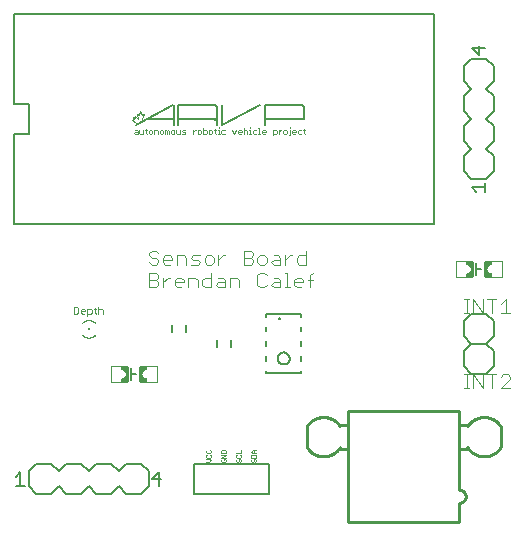
<source format=gto>
G75*
%MOIN*%
%OFA0B0*%
%FSLAX25Y25*%
%IPPOS*%
%LPD*%
%AMOC8*
5,1,8,0,0,1.08239X$1,22.5*
%
%ADD10C,0.00400*%
%ADD11C,0.00200*%
%ADD12C,0.00600*%
%ADD13C,0.00800*%
%ADD14C,0.00500*%
%ADD15C,0.00100*%
%ADD16R,0.00787X0.00787*%
%ADD17R,0.00591X0.00984*%
%ADD18C,0.01000*%
%ADD19C,0.00000*%
%ADD20C,0.00001*%
%ADD21C,0.00394*%
%ADD22R,0.04331X0.00394*%
%ADD23C,0.00787*%
D10*
X0029635Y0114288D02*
X0029708Y0114211D01*
X0029783Y0114136D01*
X0029861Y0114065D01*
X0029942Y0113996D01*
X0030025Y0113930D01*
X0030110Y0113867D01*
X0030198Y0113808D01*
X0030287Y0113751D01*
X0030379Y0113698D01*
X0030473Y0113648D01*
X0030568Y0113602D01*
X0030665Y0113559D01*
X0030763Y0113520D01*
X0030863Y0113484D01*
X0030964Y0113452D01*
X0031066Y0113424D01*
X0031169Y0113399D01*
X0031273Y0113378D01*
X0031378Y0113361D01*
X0031483Y0113347D01*
X0031588Y0113338D01*
X0031694Y0113332D01*
X0031800Y0113330D01*
X0031906Y0113332D01*
X0032012Y0113338D01*
X0032117Y0113347D01*
X0032222Y0113361D01*
X0032327Y0113378D01*
X0032431Y0113399D01*
X0032534Y0113424D01*
X0032636Y0113452D01*
X0032737Y0113484D01*
X0032837Y0113520D01*
X0032935Y0113559D01*
X0033032Y0113602D01*
X0033127Y0113648D01*
X0033221Y0113698D01*
X0033313Y0113751D01*
X0033402Y0113808D01*
X0033490Y0113867D01*
X0033575Y0113930D01*
X0033658Y0113996D01*
X0033739Y0114065D01*
X0033817Y0114136D01*
X0033892Y0114211D01*
X0033965Y0114288D01*
X0033965Y0118224D02*
X0033892Y0118301D01*
X0033817Y0118376D01*
X0033739Y0118447D01*
X0033658Y0118516D01*
X0033575Y0118582D01*
X0033490Y0118645D01*
X0033402Y0118704D01*
X0033313Y0118761D01*
X0033221Y0118814D01*
X0033127Y0118864D01*
X0033032Y0118910D01*
X0032935Y0118953D01*
X0032837Y0118992D01*
X0032737Y0119028D01*
X0032636Y0119060D01*
X0032534Y0119088D01*
X0032431Y0119113D01*
X0032327Y0119134D01*
X0032222Y0119151D01*
X0032117Y0119165D01*
X0032012Y0119174D01*
X0031906Y0119180D01*
X0031800Y0119182D01*
X0031694Y0119180D01*
X0031588Y0119174D01*
X0031483Y0119165D01*
X0031378Y0119151D01*
X0031273Y0119134D01*
X0031169Y0119113D01*
X0031066Y0119088D01*
X0030964Y0119060D01*
X0030863Y0119028D01*
X0030763Y0118992D01*
X0030665Y0118953D01*
X0030568Y0118910D01*
X0030473Y0118864D01*
X0030379Y0118814D01*
X0030287Y0118761D01*
X0030198Y0118704D01*
X0030110Y0118645D01*
X0030025Y0118582D01*
X0029942Y0118516D01*
X0029861Y0118447D01*
X0029783Y0118376D01*
X0029708Y0118301D01*
X0029635Y0118224D01*
X0052000Y0130206D02*
X0054302Y0130206D01*
X0055069Y0130973D01*
X0055069Y0131741D01*
X0054302Y0132508D01*
X0052000Y0132508D01*
X0052000Y0130206D02*
X0052000Y0134810D01*
X0054302Y0134810D01*
X0055069Y0134043D01*
X0055069Y0133275D01*
X0054302Y0132508D01*
X0056604Y0133275D02*
X0056604Y0130206D01*
X0056604Y0131741D02*
X0058139Y0133275D01*
X0058906Y0133275D01*
X0060441Y0132508D02*
X0060441Y0130973D01*
X0061208Y0130206D01*
X0062742Y0130206D01*
X0063510Y0131741D02*
X0060441Y0131741D01*
X0060441Y0132508D02*
X0061208Y0133275D01*
X0062742Y0133275D01*
X0063510Y0132508D01*
X0063510Y0131741D01*
X0065044Y0133275D02*
X0067346Y0133275D01*
X0068114Y0132508D01*
X0068114Y0130206D01*
X0069648Y0130973D02*
X0069648Y0132508D01*
X0070416Y0133275D01*
X0072718Y0133275D01*
X0072718Y0134810D02*
X0072718Y0130206D01*
X0070416Y0130206D01*
X0069648Y0130973D01*
X0065044Y0130206D02*
X0065044Y0133275D01*
X0064277Y0137706D02*
X0064277Y0140008D01*
X0063510Y0140775D01*
X0061208Y0140775D01*
X0061208Y0137706D01*
X0059673Y0139241D02*
X0056604Y0139241D01*
X0056604Y0140008D02*
X0057371Y0140775D01*
X0058906Y0140775D01*
X0059673Y0140008D01*
X0059673Y0139241D01*
X0058906Y0137706D02*
X0057371Y0137706D01*
X0056604Y0138473D01*
X0056604Y0140008D01*
X0055069Y0139241D02*
X0055069Y0138473D01*
X0054302Y0137706D01*
X0052767Y0137706D01*
X0052000Y0138473D01*
X0052767Y0140008D02*
X0054302Y0140008D01*
X0055069Y0139241D01*
X0055069Y0141543D02*
X0054302Y0142310D01*
X0052767Y0142310D01*
X0052000Y0141543D01*
X0052000Y0140775D01*
X0052767Y0140008D01*
X0065812Y0140008D02*
X0066579Y0140775D01*
X0068881Y0140775D01*
X0068114Y0139241D02*
X0066579Y0139241D01*
X0065812Y0140008D01*
X0065812Y0137706D02*
X0068114Y0137706D01*
X0068881Y0138473D01*
X0068114Y0139241D01*
X0070416Y0140008D02*
X0070416Y0138473D01*
X0071183Y0137706D01*
X0072718Y0137706D01*
X0073485Y0138473D01*
X0073485Y0140008D01*
X0072718Y0140775D01*
X0071183Y0140775D01*
X0070416Y0140008D01*
X0075020Y0140775D02*
X0075020Y0137706D01*
X0075020Y0139241D02*
X0076554Y0140775D01*
X0077322Y0140775D01*
X0083460Y0140008D02*
X0085762Y0140008D01*
X0086529Y0139241D01*
X0086529Y0138473D01*
X0085762Y0137706D01*
X0083460Y0137706D01*
X0083460Y0142310D01*
X0085762Y0142310D01*
X0086529Y0141543D01*
X0086529Y0140775D01*
X0085762Y0140008D01*
X0088064Y0140008D02*
X0088064Y0138473D01*
X0088831Y0137706D01*
X0090366Y0137706D01*
X0091133Y0138473D01*
X0091133Y0140008D01*
X0090366Y0140775D01*
X0088831Y0140775D01*
X0088064Y0140008D01*
X0092668Y0138473D02*
X0093435Y0139241D01*
X0095737Y0139241D01*
X0095737Y0140008D02*
X0095737Y0137706D01*
X0093435Y0137706D01*
X0092668Y0138473D01*
X0093435Y0140775D02*
X0094970Y0140775D01*
X0095737Y0140008D01*
X0097272Y0140775D02*
X0097272Y0137706D01*
X0097272Y0139241D02*
X0098807Y0140775D01*
X0099574Y0140775D01*
X0101109Y0140008D02*
X0101109Y0138473D01*
X0101876Y0137706D01*
X0104178Y0137706D01*
X0104178Y0142310D01*
X0104178Y0140775D02*
X0101876Y0140775D01*
X0101109Y0140008D01*
X0098039Y0134810D02*
X0098039Y0130206D01*
X0097272Y0130206D02*
X0098807Y0130206D01*
X0100341Y0130973D02*
X0100341Y0132508D01*
X0101109Y0133275D01*
X0102643Y0133275D01*
X0103410Y0132508D01*
X0103410Y0131741D01*
X0100341Y0131741D01*
X0100341Y0130973D02*
X0101109Y0130206D01*
X0102643Y0130206D01*
X0104945Y0132508D02*
X0106480Y0132508D01*
X0105712Y0134043D02*
X0106480Y0134810D01*
X0105712Y0134043D02*
X0105712Y0130206D01*
X0098039Y0134810D02*
X0097272Y0134810D01*
X0094970Y0133275D02*
X0095737Y0132508D01*
X0095737Y0130206D01*
X0093435Y0130206D01*
X0092668Y0130973D01*
X0093435Y0131741D01*
X0095737Y0131741D01*
X0094970Y0133275D02*
X0093435Y0133275D01*
X0091133Y0134043D02*
X0090366Y0134810D01*
X0088831Y0134810D01*
X0088064Y0134043D01*
X0088064Y0130973D01*
X0088831Y0130206D01*
X0090366Y0130206D01*
X0091133Y0130973D01*
X0081926Y0130206D02*
X0081926Y0132508D01*
X0081158Y0133275D01*
X0078856Y0133275D01*
X0078856Y0130206D01*
X0077322Y0130206D02*
X0077322Y0132508D01*
X0076554Y0133275D01*
X0075020Y0133275D01*
X0075020Y0131741D02*
X0074252Y0130973D01*
X0075020Y0130206D01*
X0077322Y0130206D01*
X0077322Y0131741D02*
X0075020Y0131741D01*
X0157000Y0126060D02*
X0158535Y0126060D01*
X0157767Y0126060D02*
X0157767Y0121456D01*
X0157000Y0121456D02*
X0158535Y0121456D01*
X0160069Y0121456D02*
X0160069Y0126060D01*
X0163139Y0121456D01*
X0163139Y0126060D01*
X0164673Y0126060D02*
X0167742Y0126060D01*
X0166208Y0126060D02*
X0166208Y0121456D01*
X0169277Y0121456D02*
X0172346Y0121456D01*
X0170812Y0121456D02*
X0170812Y0126060D01*
X0169277Y0124525D01*
X0170044Y0101060D02*
X0169277Y0100293D01*
X0170044Y0101060D02*
X0171579Y0101060D01*
X0172346Y0100293D01*
X0172346Y0099525D01*
X0169277Y0096456D01*
X0172346Y0096456D01*
X0166208Y0096456D02*
X0166208Y0101060D01*
X0167742Y0101060D02*
X0164673Y0101060D01*
X0163139Y0101060D02*
X0163139Y0096456D01*
X0160069Y0101060D01*
X0160069Y0096456D01*
X0158535Y0096456D02*
X0157000Y0096456D01*
X0157767Y0096456D02*
X0157767Y0101060D01*
X0157000Y0101060D02*
X0158535Y0101060D01*
D11*
X0103975Y0181356D02*
X0103675Y0181656D01*
X0103675Y0182857D01*
X0103375Y0182557D02*
X0103975Y0182557D01*
X0102734Y0182557D02*
X0101833Y0182557D01*
X0101533Y0182257D01*
X0101533Y0181656D01*
X0101833Y0181356D01*
X0102734Y0181356D01*
X0100893Y0181956D02*
X0099692Y0181956D01*
X0099692Y0181656D02*
X0099692Y0182257D01*
X0099992Y0182557D01*
X0100592Y0182557D01*
X0100893Y0182257D01*
X0100893Y0181956D01*
X0100592Y0181356D02*
X0099992Y0181356D01*
X0099692Y0181656D01*
X0099064Y0181056D02*
X0099064Y0182557D01*
X0099064Y0183157D02*
X0099064Y0183458D01*
X0097823Y0182257D02*
X0097523Y0182557D01*
X0096923Y0182557D01*
X0096622Y0182257D01*
X0096622Y0181656D01*
X0096923Y0181356D01*
X0097523Y0181356D01*
X0097823Y0181656D01*
X0097823Y0182257D01*
X0098464Y0180755D02*
X0098764Y0180755D01*
X0099064Y0181056D01*
X0095989Y0182557D02*
X0095688Y0182557D01*
X0095088Y0181956D01*
X0095088Y0181356D02*
X0095088Y0182557D01*
X0094447Y0182257D02*
X0094447Y0181656D01*
X0094147Y0181356D01*
X0093246Y0181356D01*
X0093246Y0180755D02*
X0093246Y0182557D01*
X0094147Y0182557D01*
X0094447Y0182257D01*
X0090764Y0182257D02*
X0090764Y0181956D01*
X0089563Y0181956D01*
X0089563Y0181656D02*
X0089563Y0182257D01*
X0089863Y0182557D01*
X0090464Y0182557D01*
X0090764Y0182257D01*
X0090464Y0181356D02*
X0089863Y0181356D01*
X0089563Y0181656D01*
X0088936Y0181356D02*
X0088335Y0181356D01*
X0088636Y0181356D02*
X0088636Y0183157D01*
X0088335Y0183157D01*
X0087695Y0182557D02*
X0086794Y0182557D01*
X0086494Y0182257D01*
X0086494Y0181656D01*
X0086794Y0181356D01*
X0087695Y0181356D01*
X0085867Y0181356D02*
X0085266Y0181356D01*
X0085566Y0181356D02*
X0085566Y0182557D01*
X0085266Y0182557D01*
X0085566Y0183157D02*
X0085566Y0183458D01*
X0084626Y0182257D02*
X0084325Y0182557D01*
X0083725Y0182557D01*
X0083424Y0182257D01*
X0082784Y0182257D02*
X0082784Y0181956D01*
X0081583Y0181956D01*
X0081583Y0181656D02*
X0081583Y0182257D01*
X0081883Y0182557D01*
X0082484Y0182557D01*
X0082784Y0182257D01*
X0082484Y0181356D02*
X0081883Y0181356D01*
X0081583Y0181656D01*
X0080942Y0182557D02*
X0080342Y0181356D01*
X0079741Y0182557D01*
X0077259Y0182557D02*
X0076358Y0182557D01*
X0076058Y0182257D01*
X0076058Y0181656D01*
X0076358Y0181356D01*
X0077259Y0181356D01*
X0075431Y0181356D02*
X0074830Y0181356D01*
X0075131Y0181356D02*
X0075131Y0182557D01*
X0074830Y0182557D01*
X0074203Y0182557D02*
X0073603Y0182557D01*
X0073903Y0182857D02*
X0073903Y0181656D01*
X0074203Y0181356D01*
X0072962Y0181656D02*
X0072962Y0182257D01*
X0072662Y0182557D01*
X0072061Y0182557D01*
X0071761Y0182257D01*
X0071761Y0181656D01*
X0072061Y0181356D01*
X0072662Y0181356D01*
X0072962Y0181656D01*
X0071121Y0181656D02*
X0071121Y0182257D01*
X0070820Y0182557D01*
X0069920Y0182557D01*
X0069920Y0183157D02*
X0069920Y0181356D01*
X0070820Y0181356D01*
X0071121Y0181656D01*
X0069279Y0181656D02*
X0069279Y0182257D01*
X0068979Y0182557D01*
X0068378Y0182557D01*
X0068078Y0182257D01*
X0068078Y0181656D01*
X0068378Y0181356D01*
X0068979Y0181356D01*
X0069279Y0181656D01*
X0067444Y0182557D02*
X0067144Y0182557D01*
X0066543Y0181956D01*
X0066543Y0181356D02*
X0066543Y0182557D01*
X0064061Y0182557D02*
X0063161Y0182557D01*
X0062860Y0182257D01*
X0063161Y0181956D01*
X0063761Y0181956D01*
X0064061Y0181656D01*
X0063761Y0181356D01*
X0062860Y0181356D01*
X0062220Y0181356D02*
X0062220Y0182557D01*
X0062220Y0181356D02*
X0061319Y0181356D01*
X0061019Y0181656D01*
X0061019Y0182557D01*
X0060378Y0182257D02*
X0060078Y0182557D01*
X0059477Y0182557D01*
X0059177Y0182257D01*
X0059177Y0181656D01*
X0059477Y0181356D01*
X0060078Y0181356D01*
X0060378Y0181656D01*
X0060378Y0182257D01*
X0058537Y0182257D02*
X0058236Y0182557D01*
X0057936Y0182257D01*
X0057936Y0181356D01*
X0057336Y0181356D02*
X0057336Y0182557D01*
X0057636Y0182557D01*
X0057936Y0182257D01*
X0058537Y0182257D02*
X0058537Y0181356D01*
X0056695Y0181656D02*
X0056695Y0182257D01*
X0056395Y0182557D01*
X0055794Y0182557D01*
X0055494Y0182257D01*
X0055494Y0181656D01*
X0055794Y0181356D01*
X0056395Y0181356D01*
X0056695Y0181656D01*
X0054853Y0181356D02*
X0054853Y0182257D01*
X0054553Y0182557D01*
X0053652Y0182557D01*
X0053652Y0181356D01*
X0053012Y0181656D02*
X0053012Y0182257D01*
X0052712Y0182557D01*
X0052111Y0182557D01*
X0051811Y0182257D01*
X0051811Y0181656D01*
X0052111Y0181356D01*
X0052712Y0181356D01*
X0053012Y0181656D01*
X0051184Y0181356D02*
X0050883Y0181656D01*
X0050883Y0182857D01*
X0050583Y0182557D02*
X0051184Y0182557D01*
X0049943Y0182557D02*
X0049943Y0181356D01*
X0049042Y0181356D01*
X0048742Y0181656D01*
X0048742Y0182557D01*
X0048101Y0182257D02*
X0048101Y0181356D01*
X0047200Y0181356D01*
X0046900Y0181656D01*
X0047200Y0181956D01*
X0048101Y0181956D01*
X0048101Y0182257D02*
X0047801Y0182557D01*
X0047200Y0182557D01*
X0047500Y0184956D02*
X0046300Y0185856D01*
X0046800Y0186056D01*
X0046500Y0186756D01*
X0047300Y0186556D01*
X0047400Y0187056D01*
X0048200Y0186356D01*
X0047800Y0187956D01*
X0048500Y0187656D01*
X0049000Y0188756D01*
X0049500Y0187656D01*
X0050100Y0187956D01*
X0049700Y0186356D01*
X0075131Y0183458D02*
X0075131Y0183157D01*
X0083424Y0183157D02*
X0083424Y0181356D01*
X0084626Y0181356D02*
X0084626Y0182257D01*
X0036104Y0122824D02*
X0036471Y0122457D01*
X0036471Y0121356D01*
X0035003Y0121356D02*
X0035003Y0123558D01*
X0035370Y0122824D02*
X0036104Y0122824D01*
X0035370Y0122824D02*
X0035003Y0122457D01*
X0034264Y0122824D02*
X0033530Y0122824D01*
X0033897Y0123191D02*
X0033897Y0121723D01*
X0034264Y0121356D01*
X0032788Y0121723D02*
X0032421Y0121356D01*
X0031320Y0121356D01*
X0031320Y0120622D02*
X0031320Y0122824D01*
X0032421Y0122824D01*
X0032788Y0122457D01*
X0032788Y0121723D01*
X0030578Y0122090D02*
X0029110Y0122090D01*
X0029110Y0122457D02*
X0029477Y0122824D01*
X0030211Y0122824D01*
X0030578Y0122457D01*
X0030578Y0122090D01*
X0030211Y0121356D02*
X0029477Y0121356D01*
X0029110Y0121723D01*
X0029110Y0122457D01*
X0028368Y0123191D02*
X0028001Y0123558D01*
X0026900Y0123558D01*
X0026900Y0121356D01*
X0028001Y0121356D01*
X0028368Y0121723D01*
X0028368Y0123191D01*
D12*
X0019300Y0061256D02*
X0014300Y0061256D01*
X0011800Y0063756D01*
X0011800Y0068756D01*
X0014300Y0071256D01*
X0019300Y0071256D01*
X0021800Y0068756D01*
X0024300Y0071256D01*
X0029300Y0071256D01*
X0031800Y0068756D01*
X0034300Y0071256D01*
X0039300Y0071256D01*
X0041800Y0068756D01*
X0044300Y0071256D01*
X0049300Y0071256D01*
X0051800Y0068756D01*
X0051800Y0063756D01*
X0049300Y0061256D01*
X0044300Y0061256D01*
X0041800Y0063756D01*
X0039300Y0061256D01*
X0034300Y0061256D01*
X0031800Y0063756D01*
X0029300Y0061256D01*
X0024300Y0061256D01*
X0021800Y0063756D01*
X0019300Y0061256D01*
X0059438Y0115075D02*
X0059438Y0117437D01*
X0064162Y0117437D02*
X0064162Y0115075D01*
X0074438Y0112437D02*
X0074438Y0110075D01*
X0079162Y0110075D02*
X0079162Y0112437D01*
X0156800Y0113756D02*
X0156800Y0118756D01*
X0159300Y0121256D01*
X0164300Y0121256D01*
X0166800Y0118756D01*
X0166800Y0113756D01*
X0164300Y0111256D01*
X0166800Y0108756D01*
X0166800Y0103756D01*
X0164300Y0101256D01*
X0159300Y0101256D01*
X0156800Y0103756D01*
X0156800Y0108756D01*
X0159300Y0111256D01*
X0156800Y0113756D01*
X0159300Y0111256D02*
X0164300Y0111256D01*
X0164300Y0166256D02*
X0159300Y0166256D01*
X0156800Y0168756D01*
X0156800Y0173756D01*
X0159300Y0176256D01*
X0156800Y0178756D01*
X0156800Y0183756D01*
X0159300Y0186256D01*
X0156800Y0188756D01*
X0156800Y0193756D01*
X0159300Y0196256D01*
X0156800Y0198756D01*
X0156800Y0203756D01*
X0159300Y0206256D01*
X0164300Y0206256D01*
X0166800Y0203756D01*
X0166800Y0198756D01*
X0164300Y0196256D01*
X0166800Y0193756D01*
X0166800Y0188756D01*
X0164300Y0186256D01*
X0166800Y0183756D01*
X0166800Y0178756D01*
X0164300Y0176256D01*
X0166800Y0173756D01*
X0166800Y0168756D01*
X0164300Y0166256D01*
D13*
X0146800Y0151256D02*
X0006800Y0151256D01*
X0006800Y0181256D01*
X0011800Y0181256D01*
X0011800Y0191256D01*
X0006800Y0191256D01*
X0006800Y0221256D01*
X0146800Y0221256D01*
X0146800Y0151256D01*
X0102706Y0121098D02*
X0102706Y0120311D01*
X0102706Y0121098D02*
X0090894Y0121098D01*
X0090894Y0120311D01*
X0090894Y0116965D02*
X0090894Y0115390D01*
X0090894Y0112043D02*
X0090894Y0110469D01*
X0090894Y0107122D02*
X0090894Y0105547D01*
X0090894Y0102201D02*
X0090894Y0101413D01*
X0102706Y0101413D01*
X0102706Y0102201D01*
X0102706Y0105547D02*
X0102706Y0107122D01*
X0102706Y0110469D02*
X0102706Y0112043D01*
X0102706Y0115390D02*
X0102706Y0116965D01*
X0095107Y0119681D02*
X0095109Y0119708D01*
X0095115Y0119735D01*
X0095124Y0119761D01*
X0095137Y0119785D01*
X0095153Y0119808D01*
X0095172Y0119827D01*
X0095194Y0119844D01*
X0095218Y0119858D01*
X0095243Y0119868D01*
X0095270Y0119875D01*
X0095297Y0119878D01*
X0095325Y0119877D01*
X0095352Y0119872D01*
X0095378Y0119864D01*
X0095402Y0119852D01*
X0095425Y0119836D01*
X0095446Y0119818D01*
X0095463Y0119797D01*
X0095478Y0119773D01*
X0095489Y0119748D01*
X0095497Y0119722D01*
X0095501Y0119695D01*
X0095501Y0119667D01*
X0095497Y0119640D01*
X0095489Y0119614D01*
X0095478Y0119589D01*
X0095463Y0119565D01*
X0095446Y0119544D01*
X0095425Y0119526D01*
X0095403Y0119510D01*
X0095378Y0119498D01*
X0095352Y0119490D01*
X0095325Y0119485D01*
X0095297Y0119484D01*
X0095270Y0119487D01*
X0095243Y0119494D01*
X0095218Y0119504D01*
X0095194Y0119518D01*
X0095172Y0119535D01*
X0095153Y0119554D01*
X0095137Y0119577D01*
X0095124Y0119601D01*
X0095115Y0119627D01*
X0095109Y0119654D01*
X0095107Y0119681D01*
X0094800Y0106420D02*
X0094802Y0106509D01*
X0094808Y0106598D01*
X0094818Y0106687D01*
X0094832Y0106775D01*
X0094849Y0106862D01*
X0094871Y0106948D01*
X0094897Y0107034D01*
X0094926Y0107118D01*
X0094959Y0107201D01*
X0094995Y0107282D01*
X0095036Y0107362D01*
X0095079Y0107439D01*
X0095126Y0107515D01*
X0095177Y0107588D01*
X0095230Y0107659D01*
X0095287Y0107728D01*
X0095347Y0107794D01*
X0095410Y0107858D01*
X0095475Y0107918D01*
X0095543Y0107976D01*
X0095614Y0108030D01*
X0095687Y0108081D01*
X0095762Y0108129D01*
X0095839Y0108174D01*
X0095918Y0108215D01*
X0095999Y0108252D01*
X0096081Y0108286D01*
X0096165Y0108317D01*
X0096250Y0108343D01*
X0096336Y0108366D01*
X0096423Y0108384D01*
X0096511Y0108399D01*
X0096600Y0108410D01*
X0096689Y0108417D01*
X0096778Y0108420D01*
X0096867Y0108419D01*
X0096956Y0108414D01*
X0097044Y0108405D01*
X0097133Y0108392D01*
X0097220Y0108375D01*
X0097307Y0108355D01*
X0097393Y0108330D01*
X0097477Y0108302D01*
X0097560Y0108270D01*
X0097642Y0108234D01*
X0097722Y0108195D01*
X0097800Y0108152D01*
X0097876Y0108106D01*
X0097950Y0108056D01*
X0098022Y0108003D01*
X0098091Y0107947D01*
X0098158Y0107888D01*
X0098222Y0107826D01*
X0098283Y0107762D01*
X0098342Y0107694D01*
X0098397Y0107624D01*
X0098449Y0107552D01*
X0098498Y0107477D01*
X0098543Y0107401D01*
X0098585Y0107322D01*
X0098623Y0107242D01*
X0098658Y0107160D01*
X0098689Y0107076D01*
X0098717Y0106991D01*
X0098740Y0106905D01*
X0098760Y0106818D01*
X0098776Y0106731D01*
X0098788Y0106642D01*
X0098796Y0106554D01*
X0098800Y0106465D01*
X0098800Y0106375D01*
X0098796Y0106286D01*
X0098788Y0106198D01*
X0098776Y0106109D01*
X0098760Y0106022D01*
X0098740Y0105935D01*
X0098717Y0105849D01*
X0098689Y0105764D01*
X0098658Y0105680D01*
X0098623Y0105598D01*
X0098585Y0105518D01*
X0098543Y0105439D01*
X0098498Y0105363D01*
X0098449Y0105288D01*
X0098397Y0105216D01*
X0098342Y0105146D01*
X0098283Y0105078D01*
X0098222Y0105014D01*
X0098158Y0104952D01*
X0098091Y0104893D01*
X0098022Y0104837D01*
X0097950Y0104784D01*
X0097876Y0104734D01*
X0097800Y0104688D01*
X0097722Y0104645D01*
X0097642Y0104606D01*
X0097560Y0104570D01*
X0097477Y0104538D01*
X0097393Y0104510D01*
X0097307Y0104485D01*
X0097220Y0104465D01*
X0097133Y0104448D01*
X0097044Y0104435D01*
X0096956Y0104426D01*
X0096867Y0104421D01*
X0096778Y0104420D01*
X0096689Y0104423D01*
X0096600Y0104430D01*
X0096511Y0104441D01*
X0096423Y0104456D01*
X0096336Y0104474D01*
X0096250Y0104497D01*
X0096165Y0104523D01*
X0096081Y0104554D01*
X0095999Y0104588D01*
X0095918Y0104625D01*
X0095839Y0104666D01*
X0095762Y0104711D01*
X0095687Y0104759D01*
X0095614Y0104810D01*
X0095543Y0104864D01*
X0095475Y0104922D01*
X0095410Y0104982D01*
X0095347Y0105046D01*
X0095287Y0105112D01*
X0095230Y0105181D01*
X0095177Y0105252D01*
X0095126Y0105325D01*
X0095079Y0105401D01*
X0095036Y0105478D01*
X0094995Y0105558D01*
X0094959Y0105639D01*
X0094926Y0105722D01*
X0094897Y0105806D01*
X0094871Y0105892D01*
X0094849Y0105978D01*
X0094832Y0106065D01*
X0094818Y0106153D01*
X0094808Y0106242D01*
X0094802Y0106331D01*
X0094800Y0106420D01*
D14*
X0091800Y0071256D02*
X0091800Y0061256D01*
X0066800Y0061256D01*
X0066800Y0071256D01*
X0091800Y0071256D01*
X0056053Y0066258D02*
X0053050Y0066258D01*
X0055302Y0068510D01*
X0055302Y0064006D01*
X0010553Y0064006D02*
X0007550Y0064006D01*
X0009051Y0064006D02*
X0009051Y0068510D01*
X0007550Y0067008D01*
X0047700Y0184156D02*
X0060000Y0190756D01*
X0060200Y0190856D02*
X0060200Y0184156D01*
X0061500Y0184156D02*
X0061500Y0186056D01*
X0073800Y0186056D01*
X0073900Y0186056D01*
X0074000Y0186056D02*
X0074050Y0186065D01*
X0074099Y0186077D01*
X0074147Y0186093D01*
X0074193Y0186112D01*
X0074238Y0186134D01*
X0074282Y0186160D01*
X0074323Y0186189D01*
X0074362Y0186221D01*
X0074399Y0186255D01*
X0074433Y0186292D01*
X0074465Y0186331D01*
X0074493Y0186373D01*
X0074518Y0186417D01*
X0074540Y0186462D01*
X0074559Y0186509D01*
X0074574Y0186557D01*
X0074586Y0186606D01*
X0074594Y0186655D01*
X0074599Y0186705D01*
X0074600Y0186756D01*
X0074600Y0186656D01*
X0074600Y0186756D02*
X0074600Y0190156D01*
X0074591Y0190206D01*
X0074579Y0190255D01*
X0074563Y0190303D01*
X0074544Y0190349D01*
X0074522Y0190394D01*
X0074496Y0190438D01*
X0074467Y0190479D01*
X0074435Y0190518D01*
X0074401Y0190555D01*
X0074364Y0190589D01*
X0074325Y0190621D01*
X0074283Y0190649D01*
X0074239Y0190674D01*
X0074194Y0190696D01*
X0074147Y0190715D01*
X0074099Y0190730D01*
X0074050Y0190742D01*
X0074001Y0190750D01*
X0073951Y0190755D01*
X0073900Y0190756D01*
X0061500Y0190756D01*
X0061500Y0186056D01*
X0060000Y0186056D02*
X0051300Y0186056D01*
X0073800Y0186056D02*
X0073850Y0186055D01*
X0073900Y0186050D01*
X0073950Y0186042D01*
X0073999Y0186031D01*
X0074047Y0186015D01*
X0074094Y0185996D01*
X0074139Y0185974D01*
X0074183Y0185949D01*
X0074225Y0185921D01*
X0074264Y0185889D01*
X0074301Y0185855D01*
X0074336Y0185818D01*
X0074367Y0185779D01*
X0074396Y0185738D01*
X0074422Y0185694D01*
X0074444Y0185649D01*
X0074463Y0185602D01*
X0074479Y0185555D01*
X0074491Y0185506D01*
X0074500Y0185456D01*
X0074500Y0185556D02*
X0074500Y0184156D01*
X0076200Y0184356D02*
X0089000Y0190756D01*
X0090500Y0190756D02*
X0102900Y0190756D01*
X0102951Y0190755D01*
X0103001Y0190750D01*
X0103050Y0190742D01*
X0103099Y0190730D01*
X0103147Y0190715D01*
X0103194Y0190696D01*
X0103239Y0190674D01*
X0103283Y0190649D01*
X0103325Y0190621D01*
X0103364Y0190589D01*
X0103401Y0190555D01*
X0103435Y0190518D01*
X0103467Y0190479D01*
X0103496Y0190438D01*
X0103522Y0190394D01*
X0103544Y0190349D01*
X0103563Y0190303D01*
X0103579Y0190255D01*
X0103591Y0190206D01*
X0103600Y0190156D01*
X0103600Y0186756D01*
X0103600Y0186656D01*
X0103600Y0186756D02*
X0103599Y0186705D01*
X0103594Y0186655D01*
X0103586Y0186606D01*
X0103574Y0186557D01*
X0103559Y0186509D01*
X0103540Y0186462D01*
X0103518Y0186417D01*
X0103493Y0186373D01*
X0103465Y0186331D01*
X0103433Y0186292D01*
X0103399Y0186255D01*
X0103362Y0186221D01*
X0103323Y0186189D01*
X0103282Y0186160D01*
X0103238Y0186134D01*
X0103193Y0186112D01*
X0103147Y0186093D01*
X0103099Y0186077D01*
X0103050Y0186065D01*
X0103000Y0186056D01*
X0102900Y0186056D02*
X0090500Y0186056D01*
X0090500Y0184156D01*
X0090500Y0186056D02*
X0090500Y0190756D01*
X0076200Y0190856D02*
X0076200Y0184356D01*
X0159546Y0163507D02*
X0164050Y0163507D01*
X0164050Y0162006D02*
X0164050Y0165008D01*
X0161047Y0162006D02*
X0159546Y0163507D01*
X0161798Y0207506D02*
X0161798Y0210508D01*
X0159546Y0209758D02*
X0161798Y0207506D01*
X0164050Y0209758D02*
X0159546Y0209758D01*
D15*
X0087550Y0075833D02*
X0086549Y0075833D01*
X0086049Y0075333D01*
X0086549Y0074833D01*
X0087550Y0074833D01*
X0087300Y0074360D02*
X0087550Y0074110D01*
X0087550Y0073359D01*
X0086049Y0073359D01*
X0086049Y0074110D01*
X0086299Y0074360D01*
X0087300Y0074360D01*
X0086799Y0074833D02*
X0086799Y0075833D01*
X0087050Y0072887D02*
X0087300Y0072887D01*
X0087550Y0072637D01*
X0087550Y0072136D01*
X0087300Y0071886D01*
X0086799Y0072136D02*
X0086799Y0072637D01*
X0087050Y0072887D01*
X0086299Y0072887D02*
X0086049Y0072637D01*
X0086049Y0072136D01*
X0086299Y0071886D01*
X0086549Y0071886D01*
X0086799Y0072136D01*
X0082550Y0072136D02*
X0082300Y0071886D01*
X0082550Y0072136D02*
X0082550Y0072637D01*
X0082300Y0072887D01*
X0082050Y0072887D01*
X0081799Y0072637D01*
X0081799Y0072136D01*
X0081549Y0071886D01*
X0081299Y0071886D01*
X0081049Y0072136D01*
X0081049Y0072637D01*
X0081299Y0072887D01*
X0081299Y0073359D02*
X0082300Y0073359D01*
X0082550Y0073610D01*
X0082550Y0074110D01*
X0082300Y0074360D01*
X0082550Y0074833D02*
X0082550Y0075833D01*
X0082550Y0074833D02*
X0081049Y0074833D01*
X0081299Y0074360D02*
X0081049Y0074110D01*
X0081049Y0073610D01*
X0081299Y0073359D01*
X0077550Y0073359D02*
X0076049Y0073359D01*
X0077550Y0074360D01*
X0076049Y0074360D01*
X0076049Y0074833D02*
X0076049Y0075583D01*
X0076299Y0075833D01*
X0077300Y0075833D01*
X0077550Y0075583D01*
X0077550Y0074833D01*
X0076049Y0074833D01*
X0076299Y0072887D02*
X0076049Y0072637D01*
X0076049Y0072136D01*
X0076299Y0071886D01*
X0077300Y0071886D01*
X0077550Y0072136D01*
X0077550Y0072637D01*
X0077300Y0072887D01*
X0076799Y0072887D01*
X0076799Y0072387D01*
X0072550Y0072387D02*
X0072050Y0072887D01*
X0071049Y0072887D01*
X0071299Y0073359D02*
X0072300Y0073359D01*
X0072550Y0073610D01*
X0072550Y0074110D01*
X0072300Y0074360D01*
X0072300Y0074833D02*
X0072550Y0075083D01*
X0072550Y0075583D01*
X0072300Y0075833D01*
X0072300Y0074833D02*
X0071299Y0074833D01*
X0071049Y0075083D01*
X0071049Y0075583D01*
X0071299Y0075833D01*
X0071299Y0074360D02*
X0071049Y0074110D01*
X0071049Y0073610D01*
X0071299Y0073359D01*
X0071049Y0071886D02*
X0072050Y0071886D01*
X0072550Y0072387D01*
D16*
X0031800Y0116256D03*
D17*
X0033867Y0113992D03*
D18*
X0104517Y0083854D02*
X0104517Y0076768D01*
X0104605Y0076635D01*
X0104696Y0076504D01*
X0104790Y0076375D01*
X0104888Y0076248D01*
X0104988Y0076124D01*
X0105092Y0076003D01*
X0105198Y0075884D01*
X0105308Y0075767D01*
X0105420Y0075653D01*
X0105535Y0075542D01*
X0105652Y0075434D01*
X0105772Y0075329D01*
X0105895Y0075227D01*
X0106020Y0075128D01*
X0106148Y0075032D01*
X0106278Y0074939D01*
X0106410Y0074849D01*
X0106544Y0074762D01*
X0106680Y0074679D01*
X0106819Y0074599D01*
X0106959Y0074522D01*
X0107101Y0074449D01*
X0107244Y0074380D01*
X0107390Y0074314D01*
X0107537Y0074251D01*
X0107685Y0074192D01*
X0107835Y0074137D01*
X0107986Y0074085D01*
X0108139Y0074037D01*
X0108292Y0073993D01*
X0108447Y0073953D01*
X0108602Y0073916D01*
X0108758Y0073883D01*
X0108915Y0073854D01*
X0109073Y0073829D01*
X0109231Y0073808D01*
X0109390Y0073790D01*
X0109549Y0073777D01*
X0109709Y0073767D01*
X0109868Y0073761D01*
X0110028Y0073759D01*
X0110188Y0073761D01*
X0110347Y0073767D01*
X0110507Y0073777D01*
X0110666Y0073790D01*
X0110825Y0073808D01*
X0110983Y0073829D01*
X0111141Y0073854D01*
X0111298Y0073883D01*
X0111454Y0073916D01*
X0111609Y0073953D01*
X0111764Y0073993D01*
X0111917Y0074037D01*
X0112070Y0074085D01*
X0112221Y0074137D01*
X0112371Y0074192D01*
X0112519Y0074251D01*
X0112666Y0074314D01*
X0112812Y0074380D01*
X0112955Y0074449D01*
X0113097Y0074522D01*
X0113237Y0074599D01*
X0113376Y0074679D01*
X0113512Y0074762D01*
X0113646Y0074849D01*
X0113778Y0074939D01*
X0113908Y0075032D01*
X0114036Y0075128D01*
X0114161Y0075227D01*
X0114284Y0075329D01*
X0114404Y0075434D01*
X0114521Y0075542D01*
X0114636Y0075653D01*
X0114748Y0075767D01*
X0114858Y0075884D01*
X0114964Y0076003D01*
X0115068Y0076124D01*
X0115168Y0076248D01*
X0115266Y0076375D01*
X0115360Y0076504D01*
X0115451Y0076635D01*
X0115539Y0076768D01*
X0115146Y0076374D02*
X0117902Y0076374D01*
X0117902Y0084248D02*
X0115146Y0084248D01*
X0118296Y0088972D02*
X0118296Y0051965D01*
X0155304Y0051965D01*
X0155304Y0058264D01*
X0155396Y0058266D01*
X0155488Y0058272D01*
X0155579Y0058282D01*
X0155670Y0058295D01*
X0155760Y0058313D01*
X0155850Y0058334D01*
X0155938Y0058359D01*
X0156025Y0058388D01*
X0156111Y0058420D01*
X0156196Y0058456D01*
X0156279Y0058496D01*
X0156360Y0058539D01*
X0156439Y0058585D01*
X0156516Y0058635D01*
X0156591Y0058688D01*
X0156664Y0058745D01*
X0156734Y0058804D01*
X0156802Y0058866D01*
X0156867Y0058931D01*
X0156929Y0058999D01*
X0156988Y0059069D01*
X0157045Y0059142D01*
X0157098Y0059217D01*
X0157148Y0059294D01*
X0157194Y0059373D01*
X0157237Y0059454D01*
X0157277Y0059537D01*
X0157313Y0059622D01*
X0157345Y0059708D01*
X0157374Y0059795D01*
X0157399Y0059883D01*
X0157420Y0059973D01*
X0157438Y0060063D01*
X0157451Y0060154D01*
X0157461Y0060245D01*
X0157467Y0060337D01*
X0157469Y0060429D01*
X0157467Y0060521D01*
X0157461Y0060613D01*
X0157451Y0060704D01*
X0157438Y0060795D01*
X0157420Y0060885D01*
X0157399Y0060975D01*
X0157374Y0061063D01*
X0157345Y0061150D01*
X0157313Y0061236D01*
X0157277Y0061321D01*
X0157237Y0061404D01*
X0157194Y0061485D01*
X0157148Y0061564D01*
X0157098Y0061641D01*
X0157045Y0061716D01*
X0156988Y0061789D01*
X0156929Y0061859D01*
X0156867Y0061927D01*
X0156802Y0061992D01*
X0156734Y0062054D01*
X0156664Y0062113D01*
X0156591Y0062170D01*
X0156516Y0062223D01*
X0156439Y0062273D01*
X0156360Y0062319D01*
X0156279Y0062362D01*
X0156196Y0062402D01*
X0156111Y0062438D01*
X0156025Y0062470D01*
X0155938Y0062499D01*
X0155850Y0062524D01*
X0155760Y0062545D01*
X0155670Y0062563D01*
X0155579Y0062576D01*
X0155488Y0062586D01*
X0155396Y0062592D01*
X0155304Y0062594D01*
X0155304Y0088972D01*
X0118296Y0088972D01*
X0115539Y0083854D02*
X0115451Y0083987D01*
X0115360Y0084118D01*
X0115266Y0084247D01*
X0115168Y0084374D01*
X0115068Y0084498D01*
X0114964Y0084619D01*
X0114858Y0084738D01*
X0114748Y0084855D01*
X0114636Y0084969D01*
X0114521Y0085080D01*
X0114404Y0085188D01*
X0114284Y0085293D01*
X0114161Y0085395D01*
X0114036Y0085494D01*
X0113908Y0085590D01*
X0113778Y0085683D01*
X0113646Y0085773D01*
X0113512Y0085860D01*
X0113376Y0085943D01*
X0113237Y0086023D01*
X0113097Y0086100D01*
X0112955Y0086173D01*
X0112812Y0086242D01*
X0112666Y0086308D01*
X0112519Y0086371D01*
X0112371Y0086430D01*
X0112221Y0086485D01*
X0112070Y0086537D01*
X0111917Y0086585D01*
X0111764Y0086629D01*
X0111609Y0086669D01*
X0111454Y0086706D01*
X0111298Y0086739D01*
X0111141Y0086768D01*
X0110983Y0086793D01*
X0110825Y0086814D01*
X0110666Y0086832D01*
X0110507Y0086845D01*
X0110347Y0086855D01*
X0110188Y0086861D01*
X0110028Y0086863D01*
X0109868Y0086861D01*
X0109709Y0086855D01*
X0109549Y0086845D01*
X0109390Y0086832D01*
X0109231Y0086814D01*
X0109073Y0086793D01*
X0108915Y0086768D01*
X0108758Y0086739D01*
X0108602Y0086706D01*
X0108447Y0086669D01*
X0108292Y0086629D01*
X0108139Y0086585D01*
X0107986Y0086537D01*
X0107835Y0086485D01*
X0107685Y0086430D01*
X0107537Y0086371D01*
X0107390Y0086308D01*
X0107244Y0086242D01*
X0107101Y0086173D01*
X0106959Y0086100D01*
X0106819Y0086023D01*
X0106680Y0085943D01*
X0106544Y0085860D01*
X0106410Y0085773D01*
X0106278Y0085683D01*
X0106148Y0085590D01*
X0106020Y0085494D01*
X0105895Y0085395D01*
X0105772Y0085293D01*
X0105652Y0085188D01*
X0105535Y0085080D01*
X0105420Y0084969D01*
X0105308Y0084855D01*
X0105198Y0084738D01*
X0105092Y0084619D01*
X0104988Y0084498D01*
X0104888Y0084374D01*
X0104790Y0084247D01*
X0104696Y0084118D01*
X0104605Y0083987D01*
X0104517Y0083854D01*
X0155698Y0084248D02*
X0158454Y0084248D01*
X0158061Y0076768D02*
X0158149Y0076635D01*
X0158240Y0076504D01*
X0158334Y0076375D01*
X0158432Y0076248D01*
X0158532Y0076124D01*
X0158636Y0076003D01*
X0158742Y0075884D01*
X0158852Y0075767D01*
X0158964Y0075653D01*
X0159079Y0075542D01*
X0159196Y0075434D01*
X0159316Y0075329D01*
X0159439Y0075227D01*
X0159564Y0075128D01*
X0159692Y0075032D01*
X0159822Y0074939D01*
X0159954Y0074849D01*
X0160088Y0074762D01*
X0160224Y0074679D01*
X0160363Y0074599D01*
X0160503Y0074522D01*
X0160645Y0074449D01*
X0160788Y0074380D01*
X0160934Y0074314D01*
X0161081Y0074251D01*
X0161229Y0074192D01*
X0161379Y0074137D01*
X0161530Y0074085D01*
X0161683Y0074037D01*
X0161836Y0073993D01*
X0161991Y0073953D01*
X0162146Y0073916D01*
X0162302Y0073883D01*
X0162459Y0073854D01*
X0162617Y0073829D01*
X0162775Y0073808D01*
X0162934Y0073790D01*
X0163093Y0073777D01*
X0163253Y0073767D01*
X0163412Y0073761D01*
X0163572Y0073759D01*
X0163732Y0073761D01*
X0163891Y0073767D01*
X0164051Y0073777D01*
X0164210Y0073790D01*
X0164369Y0073808D01*
X0164527Y0073829D01*
X0164685Y0073854D01*
X0164842Y0073883D01*
X0164998Y0073916D01*
X0165153Y0073953D01*
X0165308Y0073993D01*
X0165461Y0074037D01*
X0165614Y0074085D01*
X0165765Y0074137D01*
X0165915Y0074192D01*
X0166063Y0074251D01*
X0166210Y0074314D01*
X0166356Y0074380D01*
X0166499Y0074449D01*
X0166641Y0074522D01*
X0166781Y0074599D01*
X0166920Y0074679D01*
X0167056Y0074762D01*
X0167190Y0074849D01*
X0167322Y0074939D01*
X0167452Y0075032D01*
X0167580Y0075128D01*
X0167705Y0075227D01*
X0167828Y0075329D01*
X0167948Y0075434D01*
X0168065Y0075542D01*
X0168180Y0075653D01*
X0168292Y0075767D01*
X0168402Y0075884D01*
X0168508Y0076003D01*
X0168612Y0076124D01*
X0168712Y0076248D01*
X0168810Y0076375D01*
X0168904Y0076504D01*
X0168995Y0076635D01*
X0169083Y0076768D01*
X0169083Y0083854D01*
X0168995Y0083987D01*
X0168904Y0084118D01*
X0168810Y0084247D01*
X0168712Y0084374D01*
X0168612Y0084498D01*
X0168508Y0084619D01*
X0168402Y0084738D01*
X0168292Y0084855D01*
X0168180Y0084969D01*
X0168065Y0085080D01*
X0167948Y0085188D01*
X0167828Y0085293D01*
X0167705Y0085395D01*
X0167580Y0085494D01*
X0167452Y0085590D01*
X0167322Y0085683D01*
X0167190Y0085773D01*
X0167056Y0085860D01*
X0166920Y0085943D01*
X0166781Y0086023D01*
X0166641Y0086100D01*
X0166499Y0086173D01*
X0166356Y0086242D01*
X0166210Y0086308D01*
X0166063Y0086371D01*
X0165915Y0086430D01*
X0165765Y0086485D01*
X0165614Y0086537D01*
X0165461Y0086585D01*
X0165308Y0086629D01*
X0165153Y0086669D01*
X0164998Y0086706D01*
X0164842Y0086739D01*
X0164685Y0086768D01*
X0164527Y0086793D01*
X0164369Y0086814D01*
X0164210Y0086832D01*
X0164051Y0086845D01*
X0163891Y0086855D01*
X0163732Y0086861D01*
X0163572Y0086863D01*
X0163412Y0086861D01*
X0163253Y0086855D01*
X0163093Y0086845D01*
X0162934Y0086832D01*
X0162775Y0086814D01*
X0162617Y0086793D01*
X0162459Y0086768D01*
X0162302Y0086739D01*
X0162146Y0086706D01*
X0161991Y0086669D01*
X0161836Y0086629D01*
X0161683Y0086585D01*
X0161530Y0086537D01*
X0161379Y0086485D01*
X0161229Y0086430D01*
X0161081Y0086371D01*
X0160934Y0086308D01*
X0160788Y0086242D01*
X0160645Y0086173D01*
X0160503Y0086100D01*
X0160363Y0086023D01*
X0160224Y0085943D01*
X0160088Y0085860D01*
X0159954Y0085773D01*
X0159822Y0085683D01*
X0159692Y0085590D01*
X0159564Y0085494D01*
X0159439Y0085395D01*
X0159316Y0085293D01*
X0159196Y0085188D01*
X0159079Y0085080D01*
X0158964Y0084969D01*
X0158852Y0084855D01*
X0158742Y0084738D01*
X0158636Y0084619D01*
X0158532Y0084498D01*
X0158432Y0084374D01*
X0158334Y0084247D01*
X0158240Y0084118D01*
X0158149Y0083987D01*
X0158061Y0083854D01*
X0158454Y0076374D02*
X0155698Y0076374D01*
D19*
X0157666Y0133894D02*
X0157666Y0134681D01*
X0158007Y0134708D01*
X0158333Y0134811D01*
X0158628Y0134983D01*
X0158877Y0135217D01*
X0159069Y0135500D01*
X0159192Y0135819D01*
X0159241Y0136157D01*
X0159211Y0136520D01*
X0159101Y0136867D01*
X0158917Y0137181D01*
X0158668Y0137446D01*
X0158366Y0137649D01*
X0158026Y0137779D01*
X0157666Y0137831D01*
X0157666Y0138618D01*
X0160028Y0138618D01*
X0160028Y0133894D01*
X0157666Y0133894D01*
X0163572Y0133894D02*
X0163572Y0138618D01*
X0165934Y0138618D01*
X0165934Y0137831D01*
X0165593Y0137803D01*
X0165267Y0137701D01*
X0164972Y0137529D01*
X0164723Y0137295D01*
X0164531Y0137011D01*
X0164408Y0136693D01*
X0164359Y0136354D01*
X0164389Y0135992D01*
X0164499Y0135645D01*
X0164683Y0135331D01*
X0164932Y0135066D01*
X0165234Y0134863D01*
X0165574Y0134733D01*
X0165934Y0134681D01*
X0165934Y0133894D01*
X0163572Y0133894D01*
X0050934Y0103618D02*
X0050934Y0102831D01*
X0050593Y0102803D01*
X0050267Y0102701D01*
X0049972Y0102529D01*
X0049723Y0102295D01*
X0049531Y0102011D01*
X0049408Y0101693D01*
X0049359Y0101354D01*
X0049389Y0100992D01*
X0049499Y0100645D01*
X0049683Y0100331D01*
X0049932Y0100066D01*
X0050234Y0099863D01*
X0050574Y0099733D01*
X0050934Y0099681D01*
X0050934Y0098894D01*
X0048572Y0098894D01*
X0048572Y0103618D01*
X0050934Y0103618D01*
X0045028Y0103618D02*
X0045028Y0098894D01*
X0042666Y0098894D01*
X0042666Y0099681D01*
X0043007Y0099708D01*
X0043333Y0099811D01*
X0043628Y0099983D01*
X0043877Y0100217D01*
X0044069Y0100500D01*
X0044192Y0100819D01*
X0044241Y0101157D01*
X0044211Y0101520D01*
X0044101Y0101867D01*
X0043917Y0102181D01*
X0043668Y0102446D01*
X0043366Y0102649D01*
X0043026Y0102779D01*
X0042666Y0102831D01*
X0042666Y0103618D01*
X0045028Y0103618D01*
D20*
X0045028Y0103617D02*
X0042666Y0103617D01*
X0042666Y0103616D02*
X0045028Y0103616D01*
X0045028Y0103615D02*
X0042666Y0103615D01*
X0042666Y0103614D02*
X0045028Y0103614D01*
X0045028Y0103613D02*
X0042666Y0103613D01*
X0042666Y0103612D02*
X0045028Y0103612D01*
X0045028Y0103611D02*
X0042666Y0103611D01*
X0042666Y0103610D02*
X0045028Y0103610D01*
X0045028Y0103609D02*
X0042666Y0103609D01*
X0042666Y0103608D02*
X0045028Y0103608D01*
X0045028Y0103607D02*
X0042666Y0103607D01*
X0042666Y0103606D02*
X0045028Y0103606D01*
X0045028Y0103605D02*
X0042666Y0103605D01*
X0042666Y0103604D02*
X0045028Y0103604D01*
X0045028Y0103603D02*
X0042666Y0103603D01*
X0042666Y0103602D02*
X0045028Y0103602D01*
X0045028Y0103601D02*
X0042666Y0103601D01*
X0042666Y0103600D02*
X0045028Y0103600D01*
X0045028Y0103599D02*
X0042666Y0103599D01*
X0042666Y0103598D02*
X0045028Y0103598D01*
X0045028Y0103597D02*
X0042666Y0103597D01*
X0042666Y0103596D02*
X0045028Y0103596D01*
X0045028Y0103595D02*
X0042666Y0103595D01*
X0042666Y0103594D02*
X0045028Y0103594D01*
X0042666Y0103594D01*
X0042666Y0103593D02*
X0045028Y0103593D01*
X0045028Y0103592D02*
X0042666Y0103592D01*
X0042666Y0103591D02*
X0045028Y0103591D01*
X0045028Y0103590D02*
X0042666Y0103590D01*
X0042666Y0103589D02*
X0045028Y0103589D01*
X0045028Y0103588D02*
X0042666Y0103588D01*
X0042666Y0103587D02*
X0045028Y0103587D01*
X0045028Y0103586D02*
X0042666Y0103586D01*
X0042666Y0103585D02*
X0045028Y0103585D01*
X0045028Y0103584D02*
X0042666Y0103584D01*
X0042666Y0103583D02*
X0045028Y0103583D01*
X0045028Y0103582D02*
X0042666Y0103582D01*
X0042666Y0103581D02*
X0045028Y0103581D01*
X0045028Y0103580D02*
X0042666Y0103580D01*
X0042666Y0103579D02*
X0045028Y0103579D01*
X0045028Y0103578D02*
X0042666Y0103578D01*
X0042666Y0103577D02*
X0045028Y0103577D01*
X0045028Y0103576D02*
X0042666Y0103576D01*
X0042666Y0103575D02*
X0045028Y0103575D01*
X0045028Y0103574D02*
X0042666Y0103574D01*
X0042666Y0103573D02*
X0045028Y0103573D01*
X0045028Y0103572D02*
X0042666Y0103572D01*
X0042666Y0103571D02*
X0045028Y0103571D01*
X0045028Y0103570D02*
X0042666Y0103570D01*
X0042666Y0103569D02*
X0045028Y0103569D01*
X0045028Y0103568D02*
X0042666Y0103568D01*
X0042666Y0103567D02*
X0045028Y0103567D01*
X0045028Y0103566D02*
X0042666Y0103566D01*
X0042666Y0103565D02*
X0045028Y0103565D01*
X0045028Y0103564D02*
X0042666Y0103564D01*
X0042666Y0103563D02*
X0045028Y0103563D01*
X0045028Y0103562D02*
X0042666Y0103562D01*
X0042666Y0103561D02*
X0045028Y0103561D01*
X0045028Y0103560D02*
X0042666Y0103560D01*
X0042666Y0103559D02*
X0045028Y0103559D01*
X0045028Y0103558D02*
X0042666Y0103558D01*
X0042666Y0103557D02*
X0045028Y0103557D01*
X0045028Y0103556D02*
X0042666Y0103556D01*
X0042666Y0103555D02*
X0045028Y0103555D01*
X0045028Y0103554D02*
X0042666Y0103554D01*
X0042666Y0103553D02*
X0045028Y0103553D01*
X0045028Y0103552D02*
X0042666Y0103552D01*
X0042666Y0103551D02*
X0045028Y0103551D01*
X0045028Y0103550D02*
X0042666Y0103550D01*
X0042666Y0103549D02*
X0045028Y0103549D01*
X0045028Y0103548D02*
X0042666Y0103548D01*
X0042666Y0103547D02*
X0045028Y0103547D01*
X0045028Y0103546D02*
X0042666Y0103546D01*
X0042666Y0103545D02*
X0045028Y0103545D01*
X0045028Y0103544D02*
X0042666Y0103544D01*
X0042666Y0103543D02*
X0045028Y0103543D01*
X0045028Y0103542D02*
X0042666Y0103542D01*
X0042666Y0103541D02*
X0045028Y0103541D01*
X0045028Y0103540D02*
X0042666Y0103540D01*
X0042666Y0103539D02*
X0045028Y0103539D01*
X0045028Y0103538D02*
X0042666Y0103538D01*
X0042666Y0103537D02*
X0045028Y0103537D01*
X0045028Y0103536D02*
X0042666Y0103536D01*
X0042666Y0103535D02*
X0045028Y0103535D01*
X0045028Y0103534D02*
X0042666Y0103534D01*
X0042666Y0103533D02*
X0045028Y0103533D01*
X0045028Y0103532D02*
X0042666Y0103532D01*
X0042666Y0103531D02*
X0045028Y0103531D01*
X0042666Y0103531D01*
X0042666Y0103530D02*
X0045028Y0103530D01*
X0045028Y0103529D02*
X0042666Y0103529D01*
X0042666Y0103528D02*
X0045028Y0103528D01*
X0045028Y0103527D02*
X0042666Y0103527D01*
X0042666Y0103526D02*
X0045028Y0103526D01*
X0045028Y0103525D02*
X0042666Y0103525D01*
X0042666Y0103524D02*
X0045028Y0103524D01*
X0045028Y0103523D02*
X0042666Y0103523D01*
X0042666Y0103522D02*
X0045028Y0103522D01*
X0045028Y0103521D02*
X0042666Y0103521D01*
X0042666Y0103520D02*
X0045028Y0103520D01*
X0045028Y0103519D02*
X0042666Y0103519D01*
X0042666Y0103518D02*
X0045028Y0103518D01*
X0045028Y0103517D02*
X0042666Y0103517D01*
X0042666Y0103516D02*
X0045028Y0103516D01*
X0045028Y0103515D02*
X0042666Y0103515D01*
X0042666Y0103514D02*
X0045028Y0103514D01*
X0045028Y0103513D02*
X0042666Y0103513D01*
X0042666Y0103512D02*
X0045028Y0103512D01*
X0045028Y0103511D02*
X0042666Y0103511D01*
X0042666Y0103510D02*
X0045028Y0103510D01*
X0045028Y0103509D02*
X0042666Y0103509D01*
X0042666Y0103508D02*
X0045028Y0103508D01*
X0045028Y0103507D02*
X0042666Y0103507D01*
X0042666Y0103506D02*
X0045028Y0103506D01*
X0045028Y0103505D02*
X0042666Y0103505D01*
X0042666Y0103504D02*
X0045028Y0103504D01*
X0045028Y0103503D02*
X0042666Y0103503D01*
X0042666Y0103502D02*
X0045028Y0103502D01*
X0045028Y0103501D02*
X0042666Y0103501D01*
X0042666Y0103500D02*
X0045028Y0103500D01*
X0045028Y0103499D02*
X0042666Y0103499D01*
X0042666Y0103498D02*
X0045028Y0103498D01*
X0045028Y0103497D02*
X0042666Y0103497D01*
X0042666Y0103496D02*
X0045028Y0103496D01*
X0045028Y0103495D02*
X0042666Y0103495D01*
X0042666Y0103494D02*
X0045028Y0103494D01*
X0045028Y0103493D02*
X0042666Y0103493D01*
X0042666Y0103492D02*
X0045028Y0103492D01*
X0045028Y0103491D02*
X0042666Y0103491D01*
X0042666Y0103490D02*
X0045028Y0103490D01*
X0045028Y0103489D02*
X0042666Y0103489D01*
X0042666Y0103488D02*
X0045028Y0103488D01*
X0045028Y0103487D02*
X0042666Y0103487D01*
X0042666Y0103486D02*
X0045028Y0103486D01*
X0045028Y0103485D02*
X0042666Y0103485D01*
X0042666Y0103484D02*
X0045028Y0103484D01*
X0045028Y0103483D02*
X0042666Y0103483D01*
X0042666Y0103482D02*
X0045028Y0103482D01*
X0045028Y0103481D02*
X0042666Y0103481D01*
X0042666Y0103480D02*
X0045028Y0103480D01*
X0045028Y0103479D02*
X0042666Y0103479D01*
X0042666Y0103478D02*
X0045028Y0103478D01*
X0045028Y0103477D02*
X0042666Y0103477D01*
X0042666Y0103476D02*
X0045028Y0103476D01*
X0045028Y0103475D02*
X0042666Y0103475D01*
X0042666Y0103474D02*
X0045028Y0103474D01*
X0045028Y0103473D02*
X0042666Y0103473D01*
X0042666Y0103472D02*
X0045028Y0103472D01*
X0045028Y0103471D02*
X0042666Y0103471D01*
X0042666Y0103470D02*
X0045028Y0103470D01*
X0045028Y0103469D02*
X0042666Y0103469D01*
X0045028Y0103469D01*
X0045028Y0103468D02*
X0042666Y0103468D01*
X0042666Y0103467D02*
X0045028Y0103467D01*
X0045028Y0103466D02*
X0042666Y0103466D01*
X0042666Y0103465D02*
X0045028Y0103465D01*
X0045028Y0103464D02*
X0042666Y0103464D01*
X0042666Y0103463D02*
X0045028Y0103463D01*
X0045028Y0103462D02*
X0042666Y0103462D01*
X0042666Y0103461D02*
X0045028Y0103461D01*
X0045028Y0103460D02*
X0042666Y0103460D01*
X0042666Y0103459D02*
X0045028Y0103459D01*
X0045028Y0103458D02*
X0042666Y0103458D01*
X0042666Y0103457D02*
X0045028Y0103457D01*
X0045028Y0103456D02*
X0042666Y0103456D01*
X0042666Y0103455D02*
X0045028Y0103455D01*
X0045028Y0103454D02*
X0042666Y0103454D01*
X0042666Y0103453D02*
X0045028Y0103453D01*
X0045028Y0103452D02*
X0042666Y0103452D01*
X0042666Y0103451D02*
X0045028Y0103451D01*
X0045028Y0103450D02*
X0042666Y0103450D01*
X0042666Y0103449D02*
X0045028Y0103449D01*
X0045028Y0103448D02*
X0042666Y0103448D01*
X0042666Y0103447D02*
X0045028Y0103447D01*
X0045028Y0103446D02*
X0042666Y0103446D01*
X0042666Y0103445D02*
X0045028Y0103445D01*
X0045028Y0103444D02*
X0042666Y0103444D01*
X0042666Y0103443D02*
X0045028Y0103443D01*
X0045028Y0103442D02*
X0042666Y0103442D01*
X0042666Y0103441D02*
X0045028Y0103441D01*
X0045028Y0103440D02*
X0042666Y0103440D01*
X0042666Y0103439D02*
X0045028Y0103439D01*
X0045028Y0103438D02*
X0042666Y0103438D01*
X0042666Y0103437D02*
X0045028Y0103437D01*
X0045028Y0103436D02*
X0042666Y0103436D01*
X0042666Y0103435D02*
X0045028Y0103435D01*
X0045028Y0103434D02*
X0042666Y0103434D01*
X0042666Y0103433D02*
X0045028Y0103433D01*
X0045028Y0103432D02*
X0042666Y0103432D01*
X0042666Y0103431D02*
X0045028Y0103431D01*
X0045028Y0103430D02*
X0042666Y0103430D01*
X0042666Y0103429D02*
X0045028Y0103429D01*
X0045028Y0103428D02*
X0042666Y0103428D01*
X0042666Y0103427D02*
X0045028Y0103427D01*
X0045028Y0103426D02*
X0042666Y0103426D01*
X0042666Y0103425D02*
X0045028Y0103425D01*
X0045028Y0103424D02*
X0042666Y0103424D01*
X0042666Y0103423D02*
X0045028Y0103423D01*
X0045028Y0103422D02*
X0042666Y0103422D01*
X0042666Y0103421D02*
X0045028Y0103421D01*
X0045028Y0103420D02*
X0042666Y0103420D01*
X0042666Y0103419D02*
X0045028Y0103419D01*
X0045028Y0103418D02*
X0042666Y0103418D01*
X0042666Y0103417D02*
X0045028Y0103417D01*
X0045028Y0103416D02*
X0042666Y0103416D01*
X0042666Y0103415D02*
X0045028Y0103415D01*
X0045028Y0103414D02*
X0042666Y0103414D01*
X0042666Y0103413D02*
X0045028Y0103413D01*
X0045028Y0103412D02*
X0042666Y0103412D01*
X0042666Y0103411D02*
X0045028Y0103411D01*
X0045028Y0103410D02*
X0042666Y0103410D01*
X0042666Y0103409D02*
X0045028Y0103409D01*
X0045028Y0103408D02*
X0042666Y0103408D01*
X0042666Y0103407D02*
X0045028Y0103407D01*
X0045028Y0103406D02*
X0042666Y0103406D01*
X0045028Y0103406D01*
X0045028Y0103405D02*
X0042666Y0103405D01*
X0042666Y0103404D02*
X0045028Y0103404D01*
X0045028Y0103403D02*
X0042666Y0103403D01*
X0042666Y0103402D02*
X0045028Y0103402D01*
X0045028Y0103401D02*
X0042666Y0103401D01*
X0042666Y0103400D02*
X0045028Y0103400D01*
X0045028Y0103399D02*
X0042666Y0103399D01*
X0042666Y0103398D02*
X0045028Y0103398D01*
X0045028Y0103397D02*
X0042666Y0103397D01*
X0042666Y0103396D02*
X0045028Y0103396D01*
X0045028Y0103395D02*
X0042666Y0103395D01*
X0042666Y0103394D02*
X0045028Y0103394D01*
X0045028Y0103393D02*
X0042666Y0103393D01*
X0042666Y0103392D02*
X0045028Y0103392D01*
X0045028Y0103391D02*
X0042666Y0103391D01*
X0042666Y0103390D02*
X0045028Y0103390D01*
X0045028Y0103389D02*
X0042666Y0103389D01*
X0042666Y0103388D02*
X0045028Y0103388D01*
X0045028Y0103387D02*
X0042666Y0103387D01*
X0042666Y0103386D02*
X0045028Y0103386D01*
X0045028Y0103385D02*
X0042666Y0103385D01*
X0042666Y0103384D02*
X0045028Y0103384D01*
X0045028Y0103383D02*
X0042666Y0103383D01*
X0042666Y0103382D02*
X0045028Y0103382D01*
X0045028Y0103381D02*
X0042666Y0103381D01*
X0042666Y0103380D02*
X0045028Y0103380D01*
X0045028Y0103379D02*
X0042666Y0103379D01*
X0042666Y0103378D02*
X0045028Y0103378D01*
X0045028Y0103377D02*
X0042666Y0103377D01*
X0042666Y0103376D02*
X0045028Y0103376D01*
X0045028Y0103375D02*
X0042666Y0103375D01*
X0042666Y0103374D02*
X0045028Y0103374D01*
X0045028Y0103373D02*
X0042666Y0103373D01*
X0042666Y0103372D02*
X0045028Y0103372D01*
X0045028Y0103371D02*
X0042666Y0103371D01*
X0042666Y0103370D02*
X0045028Y0103370D01*
X0045028Y0103369D02*
X0042666Y0103369D01*
X0042666Y0103368D02*
X0045028Y0103368D01*
X0045028Y0103367D02*
X0042666Y0103367D01*
X0042666Y0103366D02*
X0045028Y0103366D01*
X0045028Y0103365D02*
X0042666Y0103365D01*
X0042666Y0103364D02*
X0045028Y0103364D01*
X0045028Y0103363D02*
X0042666Y0103363D01*
X0042666Y0103362D02*
X0045028Y0103362D01*
X0045028Y0103361D02*
X0042666Y0103361D01*
X0042666Y0103360D02*
X0045028Y0103360D01*
X0045028Y0103359D02*
X0042666Y0103359D01*
X0042666Y0103358D02*
X0045028Y0103358D01*
X0045028Y0103357D02*
X0042666Y0103357D01*
X0042666Y0103356D02*
X0045028Y0103356D01*
X0045028Y0103355D02*
X0042666Y0103355D01*
X0042666Y0103354D02*
X0045028Y0103354D01*
X0045028Y0103353D02*
X0042666Y0103353D01*
X0042666Y0103352D02*
X0045028Y0103352D01*
X0045028Y0103351D02*
X0042666Y0103351D01*
X0042666Y0103350D02*
X0045028Y0103350D01*
X0045028Y0103349D02*
X0042666Y0103349D01*
X0042666Y0103348D02*
X0045028Y0103348D01*
X0045028Y0103347D02*
X0042666Y0103347D01*
X0042666Y0103346D02*
X0045028Y0103346D01*
X0045028Y0103345D02*
X0042666Y0103345D01*
X0042666Y0103344D02*
X0045028Y0103344D01*
X0042666Y0103344D01*
X0042666Y0103343D02*
X0045028Y0103343D01*
X0045028Y0103342D02*
X0042666Y0103342D01*
X0042666Y0103341D02*
X0045028Y0103341D01*
X0045028Y0103340D02*
X0042666Y0103340D01*
X0042666Y0103339D02*
X0045028Y0103339D01*
X0045028Y0103338D02*
X0042666Y0103338D01*
X0042666Y0103337D02*
X0045028Y0103337D01*
X0045028Y0103336D02*
X0042666Y0103336D01*
X0042666Y0103335D02*
X0045028Y0103335D01*
X0045028Y0103334D02*
X0042666Y0103334D01*
X0042666Y0103333D02*
X0045028Y0103333D01*
X0045028Y0103332D02*
X0042666Y0103332D01*
X0042666Y0103331D02*
X0045028Y0103331D01*
X0045028Y0103330D02*
X0042666Y0103330D01*
X0042666Y0103329D02*
X0045028Y0103329D01*
X0045028Y0103328D02*
X0042666Y0103328D01*
X0042666Y0103327D02*
X0045028Y0103327D01*
X0045028Y0103326D02*
X0042666Y0103326D01*
X0042666Y0103325D02*
X0045028Y0103325D01*
X0045028Y0103324D02*
X0042666Y0103324D01*
X0042666Y0103323D02*
X0045028Y0103323D01*
X0045028Y0103322D02*
X0042666Y0103322D01*
X0042666Y0103321D02*
X0045028Y0103321D01*
X0045028Y0103320D02*
X0042666Y0103320D01*
X0042666Y0103319D02*
X0045028Y0103319D01*
X0045028Y0103318D02*
X0042666Y0103318D01*
X0042666Y0103317D02*
X0045028Y0103317D01*
X0045028Y0103316D02*
X0042666Y0103316D01*
X0042666Y0103315D02*
X0045028Y0103315D01*
X0045028Y0103314D02*
X0042666Y0103314D01*
X0042666Y0103313D02*
X0045028Y0103313D01*
X0045028Y0103312D02*
X0042666Y0103312D01*
X0042666Y0103311D02*
X0045028Y0103311D01*
X0045028Y0103310D02*
X0042666Y0103310D01*
X0042666Y0103309D02*
X0045028Y0103309D01*
X0045028Y0103308D02*
X0042666Y0103308D01*
X0042666Y0103307D02*
X0045028Y0103307D01*
X0045028Y0103306D02*
X0042666Y0103306D01*
X0042666Y0103305D02*
X0045028Y0103305D01*
X0045028Y0103304D02*
X0042666Y0103304D01*
X0042666Y0103303D02*
X0045028Y0103303D01*
X0045028Y0103302D02*
X0042666Y0103302D01*
X0042666Y0103301D02*
X0045028Y0103301D01*
X0045028Y0103300D02*
X0042666Y0103300D01*
X0042666Y0103299D02*
X0045028Y0103299D01*
X0045028Y0103298D02*
X0042666Y0103298D01*
X0042666Y0103297D02*
X0045028Y0103297D01*
X0045028Y0103296D02*
X0042666Y0103296D01*
X0042666Y0103295D02*
X0045028Y0103295D01*
X0045028Y0103294D02*
X0042666Y0103294D01*
X0042666Y0103293D02*
X0045028Y0103293D01*
X0045028Y0103292D02*
X0042666Y0103292D01*
X0042666Y0103291D02*
X0045028Y0103291D01*
X0045028Y0103290D02*
X0042666Y0103290D01*
X0042666Y0103289D02*
X0045028Y0103289D01*
X0045028Y0103288D02*
X0042666Y0103288D01*
X0042666Y0103287D02*
X0045028Y0103287D01*
X0045028Y0103286D02*
X0042666Y0103286D01*
X0042666Y0103285D02*
X0045028Y0103285D01*
X0045028Y0103284D02*
X0042666Y0103284D01*
X0042666Y0103283D02*
X0045028Y0103283D01*
X0045028Y0103282D02*
X0042666Y0103282D01*
X0042666Y0103281D02*
X0045028Y0103281D01*
X0042666Y0103281D01*
X0042666Y0103280D02*
X0045028Y0103280D01*
X0045028Y0103279D02*
X0042666Y0103279D01*
X0042666Y0103278D02*
X0045028Y0103278D01*
X0045028Y0103277D02*
X0042666Y0103277D01*
X0042666Y0103276D02*
X0045028Y0103276D01*
X0045028Y0103275D02*
X0042666Y0103275D01*
X0042666Y0103274D02*
X0045028Y0103274D01*
X0045028Y0103273D02*
X0042666Y0103273D01*
X0042666Y0103272D02*
X0045028Y0103272D01*
X0045028Y0103271D02*
X0042666Y0103271D01*
X0042666Y0103270D02*
X0045028Y0103270D01*
X0045028Y0103269D02*
X0042666Y0103269D01*
X0042666Y0103268D02*
X0045028Y0103268D01*
X0045028Y0103267D02*
X0042666Y0103267D01*
X0042666Y0103266D02*
X0045028Y0103266D01*
X0045028Y0103265D02*
X0042666Y0103265D01*
X0042666Y0103264D02*
X0045028Y0103264D01*
X0045028Y0103263D02*
X0042666Y0103263D01*
X0042666Y0103262D02*
X0045028Y0103262D01*
X0045028Y0103261D02*
X0042666Y0103261D01*
X0042666Y0103260D02*
X0045028Y0103260D01*
X0045028Y0103259D02*
X0042666Y0103259D01*
X0042666Y0103258D02*
X0045028Y0103258D01*
X0045028Y0103257D02*
X0042666Y0103257D01*
X0042666Y0103256D02*
X0045028Y0103256D01*
X0045028Y0103255D02*
X0042666Y0103255D01*
X0042666Y0103254D02*
X0045028Y0103254D01*
X0045028Y0103253D02*
X0042666Y0103253D01*
X0042666Y0103252D02*
X0045028Y0103252D01*
X0045028Y0103251D02*
X0042666Y0103251D01*
X0042666Y0103250D02*
X0045028Y0103250D01*
X0045028Y0103249D02*
X0042666Y0103249D01*
X0042666Y0103248D02*
X0045028Y0103248D01*
X0045028Y0103247D02*
X0042666Y0103247D01*
X0042666Y0103246D02*
X0045028Y0103246D01*
X0045028Y0103245D02*
X0042666Y0103245D01*
X0042666Y0103244D02*
X0045028Y0103244D01*
X0045028Y0103243D02*
X0042666Y0103243D01*
X0042666Y0103242D02*
X0045028Y0103242D01*
X0045028Y0103241D02*
X0042666Y0103241D01*
X0042666Y0103240D02*
X0045028Y0103240D01*
X0045028Y0103239D02*
X0042666Y0103239D01*
X0042666Y0103238D02*
X0045028Y0103238D01*
X0045028Y0103237D02*
X0042666Y0103237D01*
X0042666Y0103236D02*
X0045028Y0103236D01*
X0045028Y0103235D02*
X0042666Y0103235D01*
X0042666Y0103234D02*
X0045028Y0103234D01*
X0045028Y0103233D02*
X0042666Y0103233D01*
X0042666Y0103232D02*
X0045028Y0103232D01*
X0045028Y0103231D02*
X0042666Y0103231D01*
X0042666Y0103230D02*
X0045028Y0103230D01*
X0045028Y0103229D02*
X0042666Y0103229D01*
X0042666Y0103228D02*
X0045028Y0103228D01*
X0045028Y0103227D02*
X0042666Y0103227D01*
X0042666Y0103226D02*
X0045028Y0103226D01*
X0045028Y0103225D02*
X0042666Y0103225D01*
X0042666Y0103224D02*
X0045028Y0103224D01*
X0045028Y0103223D02*
X0042666Y0103223D01*
X0042666Y0103222D02*
X0045028Y0103222D01*
X0045028Y0103221D02*
X0042666Y0103221D01*
X0042666Y0103220D02*
X0045028Y0103220D01*
X0045028Y0103219D02*
X0042666Y0103219D01*
X0045028Y0103219D01*
X0045028Y0103218D02*
X0042666Y0103218D01*
X0042666Y0103217D02*
X0045028Y0103217D01*
X0045028Y0103216D02*
X0042666Y0103216D01*
X0042666Y0103215D02*
X0045028Y0103215D01*
X0045028Y0103214D02*
X0042666Y0103214D01*
X0042666Y0103213D02*
X0045028Y0103213D01*
X0045028Y0103212D02*
X0042666Y0103212D01*
X0042666Y0103211D02*
X0045028Y0103211D01*
X0045028Y0103210D02*
X0042666Y0103210D01*
X0042666Y0103209D02*
X0045028Y0103209D01*
X0045028Y0103208D02*
X0042666Y0103208D01*
X0042666Y0103207D02*
X0045028Y0103207D01*
X0045028Y0103206D02*
X0042666Y0103206D01*
X0042666Y0103205D02*
X0045028Y0103205D01*
X0045028Y0103204D02*
X0042666Y0103204D01*
X0042666Y0103203D02*
X0045028Y0103203D01*
X0045028Y0103202D02*
X0042666Y0103202D01*
X0042666Y0103201D02*
X0045028Y0103201D01*
X0045028Y0103200D02*
X0042666Y0103200D01*
X0042666Y0103199D02*
X0045028Y0103199D01*
X0045028Y0103198D02*
X0042666Y0103198D01*
X0042666Y0103197D02*
X0045028Y0103197D01*
X0045028Y0103196D02*
X0042666Y0103196D01*
X0042666Y0103195D02*
X0045028Y0103195D01*
X0045028Y0103194D02*
X0042666Y0103194D01*
X0042666Y0103193D02*
X0045028Y0103193D01*
X0045028Y0103192D02*
X0042666Y0103192D01*
X0042666Y0103191D02*
X0045028Y0103191D01*
X0045028Y0103190D02*
X0042666Y0103190D01*
X0042666Y0103189D02*
X0045028Y0103189D01*
X0045028Y0103188D02*
X0042666Y0103188D01*
X0042666Y0103187D02*
X0045028Y0103187D01*
X0045028Y0103186D02*
X0042666Y0103186D01*
X0042666Y0103185D02*
X0045028Y0103185D01*
X0045028Y0103184D02*
X0042666Y0103184D01*
X0042666Y0103183D02*
X0045028Y0103183D01*
X0045028Y0103182D02*
X0042666Y0103182D01*
X0042666Y0103181D02*
X0045028Y0103181D01*
X0045028Y0103180D02*
X0042666Y0103180D01*
X0042666Y0103179D02*
X0045028Y0103179D01*
X0045028Y0103178D02*
X0042666Y0103178D01*
X0042666Y0103177D02*
X0045028Y0103177D01*
X0045028Y0103176D02*
X0042666Y0103176D01*
X0042666Y0103175D02*
X0045028Y0103175D01*
X0045028Y0103174D02*
X0042666Y0103174D01*
X0042666Y0103173D02*
X0045028Y0103173D01*
X0045028Y0103172D02*
X0042666Y0103172D01*
X0042666Y0103171D02*
X0045028Y0103171D01*
X0045028Y0103170D02*
X0042666Y0103170D01*
X0042666Y0103169D02*
X0045028Y0103169D01*
X0045028Y0103168D02*
X0042666Y0103168D01*
X0042666Y0103167D02*
X0045028Y0103167D01*
X0045028Y0103166D02*
X0042666Y0103166D01*
X0042666Y0103165D02*
X0045028Y0103165D01*
X0045028Y0103164D02*
X0042666Y0103164D01*
X0042666Y0103163D02*
X0045028Y0103163D01*
X0045028Y0103162D02*
X0042666Y0103162D01*
X0042666Y0103161D02*
X0045028Y0103161D01*
X0045028Y0103160D02*
X0042666Y0103160D01*
X0042666Y0103159D02*
X0045028Y0103159D01*
X0045028Y0103158D02*
X0042666Y0103158D01*
X0042666Y0103157D02*
X0045028Y0103157D01*
X0045028Y0103156D02*
X0042666Y0103156D01*
X0045028Y0103156D01*
X0045028Y0103155D02*
X0042666Y0103155D01*
X0042666Y0103154D02*
X0045028Y0103154D01*
X0045028Y0103153D02*
X0042666Y0103153D01*
X0042666Y0103152D02*
X0045028Y0103152D01*
X0045028Y0103151D02*
X0042666Y0103151D01*
X0042666Y0103150D02*
X0045028Y0103150D01*
X0045028Y0103149D02*
X0042666Y0103149D01*
X0042666Y0103148D02*
X0045028Y0103148D01*
X0045028Y0103147D02*
X0042666Y0103147D01*
X0042666Y0103146D02*
X0045028Y0103146D01*
X0045028Y0103145D02*
X0042666Y0103145D01*
X0042666Y0103144D02*
X0045028Y0103144D01*
X0045028Y0103143D02*
X0042666Y0103143D01*
X0042666Y0103142D02*
X0045028Y0103142D01*
X0045028Y0103141D02*
X0042666Y0103141D01*
X0042666Y0103140D02*
X0045028Y0103140D01*
X0045028Y0103139D02*
X0042666Y0103139D01*
X0042666Y0103138D02*
X0045028Y0103138D01*
X0045028Y0103137D02*
X0042666Y0103137D01*
X0042666Y0103136D02*
X0045028Y0103136D01*
X0045028Y0103135D02*
X0042666Y0103135D01*
X0042666Y0103134D02*
X0045028Y0103134D01*
X0045028Y0103133D02*
X0042666Y0103133D01*
X0042666Y0103132D02*
X0045028Y0103132D01*
X0045028Y0103131D02*
X0042666Y0103131D01*
X0042666Y0103130D02*
X0045028Y0103130D01*
X0045028Y0103129D02*
X0042666Y0103129D01*
X0042666Y0103128D02*
X0045028Y0103128D01*
X0045028Y0103127D02*
X0042666Y0103127D01*
X0042666Y0103126D02*
X0045028Y0103126D01*
X0045028Y0103125D02*
X0042666Y0103125D01*
X0042666Y0103124D02*
X0045028Y0103124D01*
X0045028Y0103123D02*
X0042666Y0103123D01*
X0042666Y0103122D02*
X0045028Y0103122D01*
X0045028Y0103121D02*
X0042666Y0103121D01*
X0042666Y0103120D02*
X0045028Y0103120D01*
X0045028Y0103119D02*
X0042666Y0103119D01*
X0042666Y0103118D02*
X0045028Y0103118D01*
X0045028Y0103117D02*
X0042666Y0103117D01*
X0042666Y0103116D02*
X0045028Y0103116D01*
X0045028Y0103115D02*
X0042666Y0103115D01*
X0042666Y0103114D02*
X0045028Y0103114D01*
X0045028Y0103113D02*
X0042666Y0103113D01*
X0042666Y0103112D02*
X0045028Y0103112D01*
X0045028Y0103111D02*
X0042666Y0103111D01*
X0042666Y0103110D02*
X0045028Y0103110D01*
X0045028Y0103109D02*
X0042666Y0103109D01*
X0042666Y0103108D02*
X0045028Y0103108D01*
X0045028Y0103107D02*
X0042666Y0103107D01*
X0042666Y0103106D02*
X0045028Y0103106D01*
X0045028Y0103105D02*
X0042666Y0103105D01*
X0042666Y0103104D02*
X0045028Y0103104D01*
X0045028Y0103103D02*
X0042666Y0103103D01*
X0042666Y0103102D02*
X0045028Y0103102D01*
X0045028Y0103101D02*
X0042666Y0103101D01*
X0042666Y0103100D02*
X0045028Y0103100D01*
X0045028Y0103099D02*
X0042666Y0103099D01*
X0042666Y0103098D02*
X0045028Y0103098D01*
X0045028Y0103097D02*
X0042666Y0103097D01*
X0042666Y0103096D02*
X0045028Y0103096D01*
X0045028Y0103095D02*
X0042666Y0103095D01*
X0042666Y0103094D02*
X0045028Y0103094D01*
X0042666Y0103094D01*
X0042666Y0103093D02*
X0045028Y0103093D01*
X0045028Y0103092D02*
X0042666Y0103092D01*
X0042666Y0103091D02*
X0045028Y0103091D01*
X0045028Y0103090D02*
X0042666Y0103090D01*
X0042666Y0103089D02*
X0045028Y0103089D01*
X0045028Y0103088D02*
X0042666Y0103088D01*
X0042666Y0103087D02*
X0045028Y0103087D01*
X0045028Y0103086D02*
X0042666Y0103086D01*
X0042666Y0103085D02*
X0045028Y0103085D01*
X0045028Y0103084D02*
X0042666Y0103084D01*
X0042666Y0103083D02*
X0045028Y0103083D01*
X0045028Y0103082D02*
X0042666Y0103082D01*
X0042666Y0103081D02*
X0045028Y0103081D01*
X0045028Y0103080D02*
X0042666Y0103080D01*
X0042666Y0103079D02*
X0045028Y0103079D01*
X0045028Y0103078D02*
X0042666Y0103078D01*
X0042666Y0103077D02*
X0045028Y0103077D01*
X0045028Y0103076D02*
X0042666Y0103076D01*
X0042666Y0103075D02*
X0045028Y0103075D01*
X0045028Y0103074D02*
X0042666Y0103074D01*
X0042666Y0103073D02*
X0045028Y0103073D01*
X0045028Y0103072D02*
X0042666Y0103072D01*
X0042666Y0103071D02*
X0045028Y0103071D01*
X0045028Y0103070D02*
X0042666Y0103070D01*
X0042666Y0103069D02*
X0045028Y0103069D01*
X0045028Y0103068D02*
X0042666Y0103068D01*
X0042666Y0103067D02*
X0045028Y0103067D01*
X0045028Y0103066D02*
X0042666Y0103066D01*
X0042666Y0103065D02*
X0045028Y0103065D01*
X0045028Y0103064D02*
X0042666Y0103064D01*
X0042666Y0103063D02*
X0045028Y0103063D01*
X0045028Y0103062D02*
X0042666Y0103062D01*
X0042666Y0103061D02*
X0045028Y0103061D01*
X0045028Y0103060D02*
X0042666Y0103060D01*
X0042666Y0103059D02*
X0045028Y0103059D01*
X0045028Y0103058D02*
X0042666Y0103058D01*
X0042666Y0103057D02*
X0045028Y0103057D01*
X0045028Y0103056D02*
X0042666Y0103056D01*
X0042666Y0103055D02*
X0045028Y0103055D01*
X0045028Y0103054D02*
X0042666Y0103054D01*
X0042666Y0103053D02*
X0045028Y0103053D01*
X0045028Y0103052D02*
X0042666Y0103052D01*
X0042666Y0103051D02*
X0045028Y0103051D01*
X0045028Y0103050D02*
X0042666Y0103050D01*
X0042666Y0103049D02*
X0045028Y0103049D01*
X0045028Y0103048D02*
X0042666Y0103048D01*
X0042666Y0103047D02*
X0045028Y0103047D01*
X0045028Y0103046D02*
X0042666Y0103046D01*
X0042666Y0103045D02*
X0045028Y0103045D01*
X0045028Y0103044D02*
X0042666Y0103044D01*
X0042666Y0103043D02*
X0045028Y0103043D01*
X0045028Y0103042D02*
X0042666Y0103042D01*
X0042666Y0103041D02*
X0045028Y0103041D01*
X0045028Y0103040D02*
X0042666Y0103040D01*
X0042666Y0103039D02*
X0045028Y0103039D01*
X0045028Y0103038D02*
X0042666Y0103038D01*
X0042666Y0103037D02*
X0045028Y0103037D01*
X0045028Y0103036D02*
X0042666Y0103036D01*
X0042666Y0103035D02*
X0045028Y0103035D01*
X0045028Y0103034D02*
X0042666Y0103034D01*
X0042666Y0103033D02*
X0045028Y0103033D01*
X0045028Y0103032D02*
X0042666Y0103032D01*
X0042666Y0103031D02*
X0045028Y0103031D01*
X0042666Y0103031D01*
X0042666Y0103030D02*
X0045028Y0103030D01*
X0045028Y0103029D02*
X0042666Y0103029D01*
X0042666Y0103028D02*
X0045028Y0103028D01*
X0045028Y0103027D02*
X0042666Y0103027D01*
X0042666Y0103026D02*
X0045028Y0103026D01*
X0045028Y0103025D02*
X0042666Y0103025D01*
X0042666Y0103024D02*
X0045028Y0103024D01*
X0045028Y0103023D02*
X0042666Y0103023D01*
X0042666Y0103022D02*
X0045028Y0103022D01*
X0045028Y0103021D02*
X0042666Y0103021D01*
X0042666Y0103020D02*
X0045028Y0103020D01*
X0045028Y0103019D02*
X0042666Y0103019D01*
X0042666Y0103018D02*
X0045028Y0103018D01*
X0045028Y0103017D02*
X0042666Y0103017D01*
X0042666Y0103016D02*
X0045028Y0103016D01*
X0045028Y0103015D02*
X0042666Y0103015D01*
X0042666Y0103014D02*
X0045028Y0103014D01*
X0045028Y0103013D02*
X0042666Y0103013D01*
X0042666Y0103012D02*
X0045028Y0103012D01*
X0045028Y0103011D02*
X0042666Y0103011D01*
X0042666Y0103010D02*
X0045028Y0103010D01*
X0045028Y0103009D02*
X0042666Y0103009D01*
X0042666Y0103008D02*
X0045028Y0103008D01*
X0045028Y0103007D02*
X0042666Y0103007D01*
X0042666Y0103006D02*
X0045028Y0103006D01*
X0045028Y0103005D02*
X0042666Y0103005D01*
X0042666Y0103004D02*
X0045028Y0103004D01*
X0045028Y0103003D02*
X0042666Y0103003D01*
X0042666Y0103002D02*
X0045028Y0103002D01*
X0045028Y0103001D02*
X0042666Y0103001D01*
X0042666Y0103000D02*
X0045028Y0103000D01*
X0045028Y0102999D02*
X0042666Y0102999D01*
X0042666Y0102998D02*
X0045028Y0102998D01*
X0045028Y0102997D02*
X0042666Y0102997D01*
X0042666Y0102996D02*
X0045028Y0102996D01*
X0045028Y0102995D02*
X0042666Y0102995D01*
X0042666Y0102994D02*
X0045028Y0102994D01*
X0045028Y0102993D02*
X0042666Y0102993D01*
X0042666Y0102992D02*
X0045028Y0102992D01*
X0045028Y0102991D02*
X0042666Y0102991D01*
X0042666Y0102990D02*
X0045028Y0102990D01*
X0045028Y0102989D02*
X0042666Y0102989D01*
X0042666Y0102988D02*
X0045028Y0102988D01*
X0045028Y0102987D02*
X0042666Y0102987D01*
X0042666Y0102986D02*
X0045028Y0102986D01*
X0045028Y0102985D02*
X0042666Y0102985D01*
X0042666Y0102984D02*
X0045028Y0102984D01*
X0045028Y0102983D02*
X0042666Y0102983D01*
X0042666Y0102982D02*
X0045028Y0102982D01*
X0045028Y0102981D02*
X0042666Y0102981D01*
X0042666Y0102980D02*
X0045028Y0102980D01*
X0045028Y0102979D02*
X0042666Y0102979D01*
X0042666Y0102978D02*
X0045028Y0102978D01*
X0045028Y0102977D02*
X0042666Y0102977D01*
X0042666Y0102976D02*
X0045028Y0102976D01*
X0045028Y0102975D02*
X0042666Y0102975D01*
X0042666Y0102974D02*
X0045028Y0102974D01*
X0045028Y0102973D02*
X0042666Y0102973D01*
X0042666Y0102972D02*
X0045028Y0102972D01*
X0045028Y0102971D02*
X0042666Y0102971D01*
X0042666Y0102970D02*
X0045028Y0102970D01*
X0045028Y0102969D02*
X0042666Y0102969D01*
X0045028Y0102969D01*
X0045028Y0102968D02*
X0042666Y0102968D01*
X0042666Y0102967D02*
X0045028Y0102967D01*
X0045028Y0102966D02*
X0042666Y0102966D01*
X0042666Y0102965D02*
X0045028Y0102965D01*
X0045028Y0102964D02*
X0042666Y0102964D01*
X0042666Y0102963D02*
X0045028Y0102963D01*
X0045028Y0102962D02*
X0042666Y0102962D01*
X0042666Y0102961D02*
X0045028Y0102961D01*
X0045028Y0102960D02*
X0042666Y0102960D01*
X0042666Y0102959D02*
X0045028Y0102959D01*
X0045028Y0102958D02*
X0042666Y0102958D01*
X0042666Y0102957D02*
X0045028Y0102957D01*
X0045028Y0102956D02*
X0042666Y0102956D01*
X0042666Y0102955D02*
X0045028Y0102955D01*
X0045028Y0102954D02*
X0042666Y0102954D01*
X0042666Y0102953D02*
X0045028Y0102953D01*
X0045028Y0102952D02*
X0042666Y0102952D01*
X0042666Y0102951D02*
X0045028Y0102951D01*
X0045028Y0102950D02*
X0042666Y0102950D01*
X0042666Y0102949D02*
X0045028Y0102949D01*
X0045028Y0102948D02*
X0042666Y0102948D01*
X0042666Y0102947D02*
X0045028Y0102947D01*
X0045028Y0102946D02*
X0042666Y0102946D01*
X0042666Y0102945D02*
X0045028Y0102945D01*
X0045028Y0102944D02*
X0042666Y0102944D01*
X0042666Y0102943D02*
X0045028Y0102943D01*
X0045028Y0102942D02*
X0042666Y0102942D01*
X0042666Y0102941D02*
X0045028Y0102941D01*
X0045028Y0102940D02*
X0042666Y0102940D01*
X0042666Y0102939D02*
X0045028Y0102939D01*
X0045028Y0102938D02*
X0042666Y0102938D01*
X0042666Y0102937D02*
X0045028Y0102937D01*
X0045028Y0102936D02*
X0042666Y0102936D01*
X0042666Y0102935D02*
X0045028Y0102935D01*
X0045028Y0102934D02*
X0042666Y0102934D01*
X0042666Y0102933D02*
X0045028Y0102933D01*
X0045028Y0102932D02*
X0042666Y0102932D01*
X0042666Y0102931D02*
X0045028Y0102931D01*
X0045028Y0102930D02*
X0042666Y0102930D01*
X0042666Y0102929D02*
X0045028Y0102929D01*
X0045028Y0102928D02*
X0042666Y0102928D01*
X0042666Y0102927D02*
X0045028Y0102927D01*
X0045028Y0102926D02*
X0042666Y0102926D01*
X0042666Y0102925D02*
X0045028Y0102925D01*
X0045028Y0102924D02*
X0042666Y0102924D01*
X0042666Y0102923D02*
X0045028Y0102923D01*
X0045028Y0102922D02*
X0042666Y0102922D01*
X0042666Y0102921D02*
X0045028Y0102921D01*
X0045028Y0102920D02*
X0042666Y0102920D01*
X0042666Y0102919D02*
X0045028Y0102919D01*
X0045028Y0102918D02*
X0042666Y0102918D01*
X0042666Y0102917D02*
X0045028Y0102917D01*
X0045028Y0102916D02*
X0042666Y0102916D01*
X0042666Y0102915D02*
X0045028Y0102915D01*
X0045028Y0102914D02*
X0042666Y0102914D01*
X0042666Y0102913D02*
X0045028Y0102913D01*
X0045028Y0102912D02*
X0042666Y0102912D01*
X0042666Y0102911D02*
X0045028Y0102911D01*
X0045028Y0102910D02*
X0042666Y0102910D01*
X0042666Y0102909D02*
X0045028Y0102909D01*
X0045028Y0102908D02*
X0042666Y0102908D01*
X0042666Y0102907D02*
X0045028Y0102907D01*
X0045028Y0102906D02*
X0042666Y0102906D01*
X0045028Y0102906D01*
X0045028Y0102905D02*
X0042666Y0102905D01*
X0042666Y0102904D02*
X0045028Y0102904D01*
X0045028Y0102903D02*
X0042666Y0102903D01*
X0042666Y0102902D02*
X0045028Y0102902D01*
X0045028Y0102901D02*
X0042666Y0102901D01*
X0042666Y0102900D02*
X0045028Y0102900D01*
X0045028Y0102899D02*
X0042666Y0102899D01*
X0042666Y0102898D02*
X0045028Y0102898D01*
X0045028Y0102897D02*
X0042666Y0102897D01*
X0042666Y0102896D02*
X0045028Y0102896D01*
X0045028Y0102895D02*
X0042666Y0102895D01*
X0042666Y0102894D02*
X0045028Y0102894D01*
X0045028Y0102893D02*
X0042666Y0102893D01*
X0042666Y0102892D02*
X0045028Y0102892D01*
X0045028Y0102891D02*
X0042666Y0102891D01*
X0042666Y0102890D02*
X0045028Y0102890D01*
X0045028Y0102889D02*
X0042666Y0102889D01*
X0042666Y0102888D02*
X0045028Y0102888D01*
X0045028Y0102887D02*
X0042666Y0102887D01*
X0042666Y0102886D02*
X0045028Y0102886D01*
X0045028Y0102885D02*
X0042666Y0102885D01*
X0042666Y0102884D02*
X0045028Y0102884D01*
X0045028Y0102883D02*
X0042666Y0102883D01*
X0042666Y0102882D02*
X0045028Y0102882D01*
X0045028Y0102881D02*
X0042666Y0102881D01*
X0042666Y0102880D02*
X0045028Y0102880D01*
X0045028Y0102879D02*
X0042666Y0102879D01*
X0042666Y0102878D02*
X0045028Y0102878D01*
X0045028Y0102877D02*
X0042666Y0102877D01*
X0042666Y0102876D02*
X0045028Y0102876D01*
X0045028Y0102875D02*
X0042666Y0102875D01*
X0042666Y0102874D02*
X0045028Y0102874D01*
X0045028Y0102873D02*
X0042666Y0102873D01*
X0042666Y0102872D02*
X0045028Y0102872D01*
X0045028Y0102871D02*
X0042666Y0102871D01*
X0042666Y0102870D02*
X0045028Y0102870D01*
X0045028Y0102869D02*
X0042666Y0102869D01*
X0042666Y0102868D02*
X0045028Y0102868D01*
X0045028Y0102867D02*
X0042666Y0102867D01*
X0042666Y0102866D02*
X0045028Y0102866D01*
X0045028Y0102865D02*
X0042666Y0102865D01*
X0042666Y0102864D02*
X0045028Y0102864D01*
X0045028Y0102863D02*
X0042666Y0102863D01*
X0042666Y0102862D02*
X0045028Y0102862D01*
X0045028Y0102861D02*
X0042666Y0102861D01*
X0042666Y0102860D02*
X0045028Y0102860D01*
X0045028Y0102859D02*
X0042666Y0102859D01*
X0042666Y0102858D02*
X0045028Y0102858D01*
X0045028Y0102857D02*
X0042666Y0102857D01*
X0042666Y0102856D02*
X0045028Y0102856D01*
X0045028Y0102855D02*
X0042666Y0102855D01*
X0042666Y0102854D02*
X0045028Y0102854D01*
X0045028Y0102853D02*
X0042666Y0102853D01*
X0042666Y0102852D02*
X0045028Y0102852D01*
X0045028Y0102851D02*
X0042666Y0102851D01*
X0042666Y0102850D02*
X0045028Y0102850D01*
X0045028Y0102849D02*
X0042666Y0102849D01*
X0042666Y0102848D02*
X0045028Y0102848D01*
X0045028Y0102847D02*
X0042666Y0102847D01*
X0042666Y0102846D02*
X0045028Y0102846D01*
X0045028Y0102845D02*
X0042666Y0102845D01*
X0042666Y0102844D02*
X0045028Y0102844D01*
X0042666Y0102844D01*
X0042666Y0102843D02*
X0045028Y0102843D01*
X0045028Y0102842D02*
X0042666Y0102842D01*
X0042666Y0102841D02*
X0045028Y0102841D01*
X0045028Y0102840D02*
X0042666Y0102840D01*
X0042666Y0102839D02*
X0045028Y0102839D01*
X0045028Y0102838D02*
X0042666Y0102838D01*
X0042666Y0102837D02*
X0045028Y0102837D01*
X0045028Y0102836D02*
X0042666Y0102836D01*
X0042666Y0102835D02*
X0045028Y0102835D01*
X0045028Y0102834D02*
X0042666Y0102834D01*
X0042666Y0102833D02*
X0045028Y0102833D01*
X0045028Y0102832D02*
X0042666Y0102832D01*
X0042666Y0102831D02*
X0045028Y0102831D01*
X0045028Y0102830D02*
X0042673Y0102830D01*
X0042680Y0102829D02*
X0045028Y0102829D01*
X0045028Y0102828D02*
X0042687Y0102828D01*
X0042694Y0102827D02*
X0045028Y0102827D01*
X0045028Y0102826D02*
X0042700Y0102826D01*
X0042707Y0102825D02*
X0045028Y0102825D01*
X0045028Y0102824D02*
X0042714Y0102824D01*
X0042721Y0102823D02*
X0045028Y0102823D01*
X0045028Y0102822D02*
X0042728Y0102822D01*
X0042735Y0102821D02*
X0045028Y0102821D01*
X0045028Y0102820D02*
X0042742Y0102820D01*
X0042748Y0102819D02*
X0045028Y0102819D01*
X0045028Y0102818D02*
X0042755Y0102818D01*
X0042762Y0102817D02*
X0045028Y0102817D01*
X0045028Y0102816D02*
X0042769Y0102816D01*
X0042776Y0102815D02*
X0045028Y0102815D01*
X0045028Y0102814D02*
X0042783Y0102814D01*
X0042790Y0102813D02*
X0045028Y0102813D01*
X0045028Y0102812D02*
X0042796Y0102812D01*
X0042803Y0102811D02*
X0045028Y0102811D01*
X0045028Y0102810D02*
X0042810Y0102810D01*
X0042817Y0102809D02*
X0045028Y0102809D01*
X0045028Y0102808D02*
X0042824Y0102808D01*
X0042831Y0102807D02*
X0045028Y0102807D01*
X0045028Y0102806D02*
X0042838Y0102806D01*
X0042845Y0102805D02*
X0045028Y0102805D01*
X0045028Y0102804D02*
X0042851Y0102804D01*
X0042858Y0102803D02*
X0045028Y0102803D01*
X0045028Y0102802D02*
X0042865Y0102802D01*
X0042872Y0102801D02*
X0045028Y0102801D01*
X0045028Y0102800D02*
X0042879Y0102800D01*
X0042886Y0102799D02*
X0045028Y0102799D01*
X0045028Y0102798D02*
X0042893Y0102798D01*
X0042899Y0102797D02*
X0045028Y0102797D01*
X0045028Y0102796D02*
X0042906Y0102796D01*
X0042913Y0102795D02*
X0045028Y0102795D01*
X0045028Y0102794D02*
X0042920Y0102794D01*
X0042927Y0102793D02*
X0045028Y0102793D01*
X0045028Y0102792D02*
X0042934Y0102792D01*
X0042941Y0102791D02*
X0045028Y0102791D01*
X0045028Y0102790D02*
X0042947Y0102790D01*
X0042954Y0102789D02*
X0045028Y0102789D01*
X0045028Y0102788D02*
X0042961Y0102788D01*
X0042968Y0102787D02*
X0045028Y0102787D01*
X0045028Y0102786D02*
X0042975Y0102786D01*
X0042982Y0102785D02*
X0045028Y0102785D01*
X0045028Y0102784D02*
X0042989Y0102784D01*
X0042995Y0102783D02*
X0045028Y0102783D01*
X0045028Y0102782D02*
X0043002Y0102782D01*
X0043009Y0102781D02*
X0045028Y0102781D01*
X0043016Y0102781D01*
X0043023Y0102780D02*
X0045028Y0102780D01*
X0045028Y0102779D02*
X0043028Y0102779D01*
X0043030Y0102778D02*
X0045028Y0102778D01*
X0045028Y0102777D02*
X0043033Y0102777D01*
X0043035Y0102776D02*
X0045028Y0102776D01*
X0045028Y0102775D02*
X0043038Y0102775D01*
X0043040Y0102774D02*
X0045028Y0102774D01*
X0045028Y0102773D02*
X0043043Y0102773D01*
X0043045Y0102772D02*
X0045028Y0102772D01*
X0045028Y0102771D02*
X0043048Y0102771D01*
X0043051Y0102770D02*
X0045028Y0102770D01*
X0045028Y0102769D02*
X0043053Y0102769D01*
X0043056Y0102768D02*
X0045028Y0102768D01*
X0045028Y0102767D02*
X0043058Y0102767D01*
X0043061Y0102766D02*
X0045028Y0102766D01*
X0045028Y0102765D02*
X0043063Y0102765D01*
X0043066Y0102764D02*
X0045028Y0102764D01*
X0045028Y0102763D02*
X0043069Y0102763D01*
X0043071Y0102762D02*
X0045028Y0102762D01*
X0045028Y0102761D02*
X0043074Y0102761D01*
X0043076Y0102760D02*
X0045028Y0102760D01*
X0045028Y0102759D02*
X0043079Y0102759D01*
X0043081Y0102758D02*
X0045028Y0102758D01*
X0045028Y0102757D02*
X0043084Y0102757D01*
X0043086Y0102756D02*
X0045028Y0102756D01*
X0045028Y0102755D02*
X0043089Y0102755D01*
X0043092Y0102754D02*
X0045028Y0102754D01*
X0045028Y0102753D02*
X0043094Y0102753D01*
X0043097Y0102752D02*
X0045028Y0102752D01*
X0045028Y0102751D02*
X0043099Y0102751D01*
X0043102Y0102750D02*
X0045028Y0102750D01*
X0045028Y0102749D02*
X0043104Y0102749D01*
X0043107Y0102748D02*
X0045028Y0102748D01*
X0045028Y0102747D02*
X0043110Y0102747D01*
X0043112Y0102746D02*
X0045028Y0102746D01*
X0045028Y0102745D02*
X0043115Y0102745D01*
X0043117Y0102744D02*
X0045028Y0102744D01*
X0045028Y0102743D02*
X0043120Y0102743D01*
X0043122Y0102742D02*
X0045028Y0102742D01*
X0045028Y0102741D02*
X0043125Y0102741D01*
X0043127Y0102740D02*
X0045028Y0102740D01*
X0045028Y0102739D02*
X0043130Y0102739D01*
X0043133Y0102738D02*
X0045028Y0102738D01*
X0045028Y0102737D02*
X0043135Y0102737D01*
X0043138Y0102736D02*
X0045028Y0102736D01*
X0045028Y0102735D02*
X0043140Y0102735D01*
X0043143Y0102734D02*
X0045028Y0102734D01*
X0045028Y0102733D02*
X0043145Y0102733D01*
X0043148Y0102732D02*
X0045028Y0102732D01*
X0045028Y0102731D02*
X0043151Y0102731D01*
X0043153Y0102730D02*
X0045028Y0102730D01*
X0045028Y0102729D02*
X0043156Y0102729D01*
X0043158Y0102728D02*
X0045028Y0102728D01*
X0045028Y0102727D02*
X0043161Y0102727D01*
X0043163Y0102726D02*
X0045028Y0102726D01*
X0045028Y0102725D02*
X0043166Y0102725D01*
X0043168Y0102724D02*
X0045028Y0102724D01*
X0045028Y0102723D02*
X0043171Y0102723D01*
X0043174Y0102722D02*
X0045028Y0102722D01*
X0045028Y0102721D02*
X0043176Y0102721D01*
X0043179Y0102720D02*
X0045028Y0102720D01*
X0045028Y0102719D02*
X0043181Y0102719D01*
X0043184Y0102719D02*
X0045028Y0102719D01*
X0045028Y0102718D02*
X0043186Y0102718D01*
X0043189Y0102717D02*
X0045028Y0102717D01*
X0045028Y0102716D02*
X0043191Y0102716D01*
X0043194Y0102715D02*
X0045028Y0102715D01*
X0045028Y0102714D02*
X0043197Y0102714D01*
X0043199Y0102713D02*
X0045028Y0102713D01*
X0045028Y0102712D02*
X0043202Y0102712D01*
X0043204Y0102711D02*
X0045028Y0102711D01*
X0045028Y0102710D02*
X0043207Y0102710D01*
X0043209Y0102709D02*
X0045028Y0102709D01*
X0045028Y0102708D02*
X0043212Y0102708D01*
X0043215Y0102707D02*
X0045028Y0102707D01*
X0045028Y0102706D02*
X0043217Y0102706D01*
X0043220Y0102705D02*
X0045028Y0102705D01*
X0045028Y0102704D02*
X0043222Y0102704D01*
X0043225Y0102703D02*
X0045028Y0102703D01*
X0045028Y0102702D02*
X0043227Y0102702D01*
X0043230Y0102701D02*
X0045028Y0102701D01*
X0045028Y0102700D02*
X0043232Y0102700D01*
X0043235Y0102699D02*
X0045028Y0102699D01*
X0045028Y0102698D02*
X0043238Y0102698D01*
X0043240Y0102697D02*
X0045028Y0102697D01*
X0045028Y0102696D02*
X0043243Y0102696D01*
X0043245Y0102695D02*
X0045028Y0102695D01*
X0045028Y0102694D02*
X0043248Y0102694D01*
X0043250Y0102693D02*
X0045028Y0102693D01*
X0045028Y0102692D02*
X0043253Y0102692D01*
X0043256Y0102691D02*
X0045028Y0102691D01*
X0045028Y0102690D02*
X0043258Y0102690D01*
X0043261Y0102689D02*
X0045028Y0102689D01*
X0045028Y0102688D02*
X0043263Y0102688D01*
X0043266Y0102687D02*
X0045028Y0102687D01*
X0045028Y0102686D02*
X0043268Y0102686D01*
X0043271Y0102685D02*
X0045028Y0102685D01*
X0045028Y0102684D02*
X0043273Y0102684D01*
X0043276Y0102683D02*
X0045028Y0102683D01*
X0045028Y0102682D02*
X0043279Y0102682D01*
X0043281Y0102681D02*
X0045028Y0102681D01*
X0045028Y0102680D02*
X0043284Y0102680D01*
X0043286Y0102679D02*
X0045028Y0102679D01*
X0045028Y0102678D02*
X0043289Y0102678D01*
X0043291Y0102677D02*
X0045028Y0102677D01*
X0045028Y0102676D02*
X0043294Y0102676D01*
X0043297Y0102675D02*
X0045028Y0102675D01*
X0045028Y0102674D02*
X0043299Y0102674D01*
X0043302Y0102673D02*
X0045028Y0102673D01*
X0045028Y0102672D02*
X0043304Y0102672D01*
X0043307Y0102671D02*
X0045028Y0102671D01*
X0045028Y0102670D02*
X0043309Y0102670D01*
X0043312Y0102669D02*
X0045028Y0102669D01*
X0045028Y0102668D02*
X0043314Y0102668D01*
X0043317Y0102667D02*
X0045028Y0102667D01*
X0045028Y0102666D02*
X0043320Y0102666D01*
X0043322Y0102665D02*
X0045028Y0102665D01*
X0045028Y0102664D02*
X0043325Y0102664D01*
X0043327Y0102663D02*
X0045028Y0102663D01*
X0045028Y0102662D02*
X0043330Y0102662D01*
X0043332Y0102661D02*
X0045028Y0102661D01*
X0045028Y0102660D02*
X0043335Y0102660D01*
X0043337Y0102659D02*
X0045028Y0102659D01*
X0045028Y0102658D02*
X0043340Y0102658D01*
X0043343Y0102657D02*
X0045028Y0102657D01*
X0045028Y0102656D02*
X0043345Y0102656D01*
X0043348Y0102656D02*
X0045028Y0102656D01*
X0045028Y0102655D02*
X0043350Y0102655D01*
X0043353Y0102654D02*
X0045028Y0102654D01*
X0045028Y0102653D02*
X0043355Y0102653D01*
X0043358Y0102652D02*
X0045028Y0102652D01*
X0045028Y0102651D02*
X0043361Y0102651D01*
X0043363Y0102650D02*
X0045028Y0102650D01*
X0045028Y0102649D02*
X0043366Y0102649D01*
X0043367Y0102648D02*
X0045028Y0102648D01*
X0045028Y0102647D02*
X0043369Y0102647D01*
X0043370Y0102646D02*
X0045028Y0102646D01*
X0045028Y0102645D02*
X0043372Y0102645D01*
X0043373Y0102644D02*
X0045028Y0102644D01*
X0045028Y0102643D02*
X0043375Y0102643D01*
X0043376Y0102642D02*
X0045028Y0102642D01*
X0045028Y0102641D02*
X0043377Y0102641D01*
X0043379Y0102640D02*
X0045028Y0102640D01*
X0045028Y0102639D02*
X0043380Y0102639D01*
X0043382Y0102638D02*
X0045028Y0102638D01*
X0045028Y0102637D02*
X0043383Y0102637D01*
X0043385Y0102636D02*
X0045028Y0102636D01*
X0045028Y0102635D02*
X0043386Y0102635D01*
X0043388Y0102634D02*
X0045028Y0102634D01*
X0045028Y0102633D02*
X0043389Y0102633D01*
X0043391Y0102632D02*
X0045028Y0102632D01*
X0045028Y0102631D02*
X0043392Y0102631D01*
X0043394Y0102630D02*
X0045028Y0102630D01*
X0045028Y0102629D02*
X0043395Y0102629D01*
X0043397Y0102628D02*
X0045028Y0102628D01*
X0045028Y0102627D02*
X0043398Y0102627D01*
X0043399Y0102626D02*
X0045028Y0102626D01*
X0045028Y0102625D02*
X0043401Y0102625D01*
X0043402Y0102624D02*
X0045028Y0102624D01*
X0045028Y0102623D02*
X0043404Y0102623D01*
X0043405Y0102622D02*
X0045028Y0102622D01*
X0045028Y0102621D02*
X0043407Y0102621D01*
X0043408Y0102620D02*
X0045028Y0102620D01*
X0045028Y0102619D02*
X0043410Y0102619D01*
X0043411Y0102618D02*
X0045028Y0102618D01*
X0045028Y0102617D02*
X0043413Y0102617D01*
X0043414Y0102616D02*
X0045028Y0102616D01*
X0045028Y0102615D02*
X0043416Y0102615D01*
X0043417Y0102614D02*
X0045028Y0102614D01*
X0045028Y0102613D02*
X0043419Y0102613D01*
X0043420Y0102612D02*
X0045028Y0102612D01*
X0045028Y0102611D02*
X0043421Y0102611D01*
X0043423Y0102610D02*
X0045028Y0102610D01*
X0045028Y0102609D02*
X0043424Y0102609D01*
X0043426Y0102608D02*
X0045028Y0102608D01*
X0045028Y0102607D02*
X0043427Y0102607D01*
X0043429Y0102606D02*
X0045028Y0102606D01*
X0045028Y0102605D02*
X0043430Y0102605D01*
X0043432Y0102604D02*
X0045028Y0102604D01*
X0045028Y0102603D02*
X0043433Y0102603D01*
X0043435Y0102602D02*
X0045028Y0102602D01*
X0045028Y0102601D02*
X0043436Y0102601D01*
X0043438Y0102600D02*
X0045028Y0102600D01*
X0045028Y0102599D02*
X0043439Y0102599D01*
X0043441Y0102598D02*
X0045028Y0102598D01*
X0045028Y0102597D02*
X0043442Y0102597D01*
X0043443Y0102596D02*
X0045028Y0102596D01*
X0045028Y0102595D02*
X0043445Y0102595D01*
X0043446Y0102594D02*
X0045028Y0102594D01*
X0043448Y0102594D01*
X0043449Y0102593D02*
X0045028Y0102593D01*
X0045028Y0102592D02*
X0043451Y0102592D01*
X0043452Y0102591D02*
X0045028Y0102591D01*
X0045028Y0102590D02*
X0043454Y0102590D01*
X0043455Y0102589D02*
X0045028Y0102589D01*
X0045028Y0102588D02*
X0043457Y0102588D01*
X0043458Y0102587D02*
X0045028Y0102587D01*
X0045028Y0102586D02*
X0043460Y0102586D01*
X0043461Y0102585D02*
X0045028Y0102585D01*
X0045028Y0102584D02*
X0043463Y0102584D01*
X0043464Y0102583D02*
X0045028Y0102583D01*
X0045028Y0102582D02*
X0043465Y0102582D01*
X0043467Y0102581D02*
X0045028Y0102581D01*
X0045028Y0102580D02*
X0043468Y0102580D01*
X0043470Y0102579D02*
X0045028Y0102579D01*
X0045028Y0102578D02*
X0043471Y0102578D01*
X0043473Y0102577D02*
X0045028Y0102577D01*
X0045028Y0102576D02*
X0043474Y0102576D01*
X0043476Y0102575D02*
X0045028Y0102575D01*
X0045028Y0102574D02*
X0043477Y0102574D01*
X0043479Y0102573D02*
X0045028Y0102573D01*
X0045028Y0102572D02*
X0043480Y0102572D01*
X0043482Y0102571D02*
X0045028Y0102571D01*
X0045028Y0102570D02*
X0043483Y0102570D01*
X0043485Y0102569D02*
X0045028Y0102569D01*
X0045028Y0102568D02*
X0043486Y0102568D01*
X0043487Y0102567D02*
X0045028Y0102567D01*
X0045028Y0102566D02*
X0043489Y0102566D01*
X0043490Y0102565D02*
X0045028Y0102565D01*
X0045028Y0102564D02*
X0043492Y0102564D01*
X0043493Y0102563D02*
X0045028Y0102563D01*
X0045028Y0102562D02*
X0043495Y0102562D01*
X0043496Y0102561D02*
X0045028Y0102561D01*
X0045028Y0102560D02*
X0043498Y0102560D01*
X0043499Y0102559D02*
X0045028Y0102559D01*
X0045028Y0102558D02*
X0043501Y0102558D01*
X0043502Y0102557D02*
X0045028Y0102557D01*
X0045028Y0102556D02*
X0043504Y0102556D01*
X0043505Y0102555D02*
X0045028Y0102555D01*
X0045028Y0102554D02*
X0043506Y0102554D01*
X0043508Y0102553D02*
X0045028Y0102553D01*
X0045028Y0102552D02*
X0043509Y0102552D01*
X0043511Y0102551D02*
X0045028Y0102551D01*
X0045028Y0102550D02*
X0043512Y0102550D01*
X0043514Y0102549D02*
X0045028Y0102549D01*
X0045028Y0102548D02*
X0043515Y0102548D01*
X0043517Y0102547D02*
X0045028Y0102547D01*
X0045028Y0102546D02*
X0043518Y0102546D01*
X0043520Y0102545D02*
X0045028Y0102545D01*
X0045028Y0102544D02*
X0043521Y0102544D01*
X0043523Y0102543D02*
X0045028Y0102543D01*
X0045028Y0102542D02*
X0043524Y0102542D01*
X0043526Y0102541D02*
X0045028Y0102541D01*
X0045028Y0102540D02*
X0043527Y0102540D01*
X0043528Y0102539D02*
X0045028Y0102539D01*
X0045028Y0102538D02*
X0043530Y0102538D01*
X0043531Y0102537D02*
X0045028Y0102537D01*
X0045028Y0102536D02*
X0043533Y0102536D01*
X0043534Y0102535D02*
X0045028Y0102535D01*
X0045028Y0102534D02*
X0043536Y0102534D01*
X0043537Y0102533D02*
X0045028Y0102533D01*
X0045028Y0102532D02*
X0043539Y0102532D01*
X0043540Y0102531D02*
X0045028Y0102531D01*
X0043542Y0102531D01*
X0043543Y0102530D02*
X0045028Y0102530D01*
X0045028Y0102529D02*
X0043545Y0102529D01*
X0043546Y0102528D02*
X0045028Y0102528D01*
X0045028Y0102527D02*
X0043548Y0102527D01*
X0043549Y0102526D02*
X0045028Y0102526D01*
X0045028Y0102525D02*
X0043550Y0102525D01*
X0043552Y0102524D02*
X0045028Y0102524D01*
X0045028Y0102523D02*
X0043553Y0102523D01*
X0043555Y0102522D02*
X0045028Y0102522D01*
X0045028Y0102521D02*
X0043556Y0102521D01*
X0043558Y0102520D02*
X0045028Y0102520D01*
X0045028Y0102519D02*
X0043559Y0102519D01*
X0043561Y0102518D02*
X0045028Y0102518D01*
X0045028Y0102517D02*
X0043562Y0102517D01*
X0043564Y0102516D02*
X0045028Y0102516D01*
X0045028Y0102515D02*
X0043565Y0102515D01*
X0043567Y0102514D02*
X0045028Y0102514D01*
X0045028Y0102513D02*
X0043568Y0102513D01*
X0043570Y0102512D02*
X0045028Y0102512D01*
X0045028Y0102511D02*
X0043571Y0102511D01*
X0043572Y0102510D02*
X0045028Y0102510D01*
X0045028Y0102509D02*
X0043574Y0102509D01*
X0043575Y0102508D02*
X0045028Y0102508D01*
X0045028Y0102507D02*
X0043577Y0102507D01*
X0043578Y0102506D02*
X0045028Y0102506D01*
X0045028Y0102505D02*
X0043580Y0102505D01*
X0043581Y0102504D02*
X0045028Y0102504D01*
X0045028Y0102503D02*
X0043583Y0102503D01*
X0043584Y0102502D02*
X0045028Y0102502D01*
X0045028Y0102501D02*
X0043586Y0102501D01*
X0043587Y0102500D02*
X0045028Y0102500D01*
X0045028Y0102499D02*
X0043589Y0102499D01*
X0043590Y0102498D02*
X0045028Y0102498D01*
X0045028Y0102497D02*
X0043592Y0102497D01*
X0043593Y0102496D02*
X0045028Y0102496D01*
X0045028Y0102495D02*
X0043594Y0102495D01*
X0043596Y0102494D02*
X0045028Y0102494D01*
X0045028Y0102493D02*
X0043597Y0102493D01*
X0043599Y0102492D02*
X0045028Y0102492D01*
X0045028Y0102491D02*
X0043600Y0102491D01*
X0043602Y0102490D02*
X0045028Y0102490D01*
X0045028Y0102489D02*
X0043603Y0102489D01*
X0043605Y0102488D02*
X0045028Y0102488D01*
X0045028Y0102487D02*
X0043606Y0102487D01*
X0043608Y0102486D02*
X0045028Y0102486D01*
X0045028Y0102485D02*
X0043609Y0102485D01*
X0043611Y0102484D02*
X0045028Y0102484D01*
X0045028Y0102483D02*
X0043612Y0102483D01*
X0043614Y0102482D02*
X0045028Y0102482D01*
X0045028Y0102481D02*
X0043615Y0102481D01*
X0043616Y0102480D02*
X0045028Y0102480D01*
X0045028Y0102479D02*
X0043618Y0102479D01*
X0043619Y0102478D02*
X0045028Y0102478D01*
X0045028Y0102477D02*
X0043621Y0102477D01*
X0043622Y0102476D02*
X0045028Y0102476D01*
X0045028Y0102475D02*
X0043624Y0102475D01*
X0043625Y0102474D02*
X0045028Y0102474D01*
X0045028Y0102473D02*
X0043627Y0102473D01*
X0043628Y0102472D02*
X0045028Y0102472D01*
X0045028Y0102471D02*
X0043630Y0102471D01*
X0043631Y0102470D02*
X0045028Y0102470D01*
X0045028Y0102469D02*
X0043633Y0102469D01*
X0043634Y0102469D02*
X0045028Y0102469D01*
X0045028Y0102468D02*
X0043635Y0102468D01*
X0043637Y0102467D02*
X0045028Y0102467D01*
X0045028Y0102466D02*
X0043638Y0102466D01*
X0043640Y0102465D02*
X0045028Y0102465D01*
X0045028Y0102464D02*
X0043641Y0102464D01*
X0043643Y0102463D02*
X0045028Y0102463D01*
X0045028Y0102462D02*
X0043644Y0102462D01*
X0043646Y0102461D02*
X0045028Y0102461D01*
X0045028Y0102460D02*
X0043647Y0102460D01*
X0043649Y0102459D02*
X0045028Y0102459D01*
X0045028Y0102458D02*
X0043650Y0102458D01*
X0043652Y0102457D02*
X0045028Y0102457D01*
X0045028Y0102456D02*
X0043653Y0102456D01*
X0043655Y0102455D02*
X0045028Y0102455D01*
X0045028Y0102454D02*
X0043656Y0102454D01*
X0043657Y0102453D02*
X0045028Y0102453D01*
X0045028Y0102452D02*
X0043659Y0102452D01*
X0043660Y0102451D02*
X0045028Y0102451D01*
X0045028Y0102450D02*
X0043662Y0102450D01*
X0043663Y0102449D02*
X0045028Y0102449D01*
X0045028Y0102448D02*
X0043665Y0102448D01*
X0043666Y0102447D02*
X0045028Y0102447D01*
X0045028Y0102446D02*
X0043668Y0102446D01*
X0043669Y0102445D02*
X0045028Y0102445D01*
X0045028Y0102444D02*
X0043670Y0102444D01*
X0043671Y0102443D02*
X0045028Y0102443D01*
X0045028Y0102442D02*
X0043672Y0102442D01*
X0043672Y0102441D02*
X0045028Y0102441D01*
X0045028Y0102440D02*
X0043673Y0102440D01*
X0043674Y0102439D02*
X0045028Y0102439D01*
X0045028Y0102438D02*
X0043675Y0102438D01*
X0043676Y0102437D02*
X0045028Y0102437D01*
X0045028Y0102436D02*
X0043677Y0102436D01*
X0043678Y0102435D02*
X0045028Y0102435D01*
X0045028Y0102434D02*
X0043679Y0102434D01*
X0043680Y0102433D02*
X0045028Y0102433D01*
X0045028Y0102432D02*
X0043681Y0102432D01*
X0043682Y0102431D02*
X0045028Y0102431D01*
X0045028Y0102430D02*
X0043683Y0102430D01*
X0043684Y0102429D02*
X0045028Y0102429D01*
X0045028Y0102428D02*
X0043684Y0102428D01*
X0043685Y0102427D02*
X0045028Y0102427D01*
X0045028Y0102426D02*
X0043686Y0102426D01*
X0043687Y0102425D02*
X0045028Y0102425D01*
X0045028Y0102424D02*
X0043688Y0102424D01*
X0043689Y0102423D02*
X0045028Y0102423D01*
X0045028Y0102422D02*
X0043690Y0102422D01*
X0043691Y0102421D02*
X0045028Y0102421D01*
X0045028Y0102420D02*
X0043692Y0102420D01*
X0043693Y0102419D02*
X0045028Y0102419D01*
X0045028Y0102418D02*
X0043694Y0102418D01*
X0043695Y0102417D02*
X0045028Y0102417D01*
X0045028Y0102416D02*
X0043696Y0102416D01*
X0043697Y0102415D02*
X0045028Y0102415D01*
X0045028Y0102414D02*
X0043697Y0102414D01*
X0043698Y0102413D02*
X0045028Y0102413D01*
X0045028Y0102412D02*
X0043699Y0102412D01*
X0043700Y0102411D02*
X0045028Y0102411D01*
X0045028Y0102410D02*
X0043701Y0102410D01*
X0043702Y0102409D02*
X0045028Y0102409D01*
X0045028Y0102408D02*
X0043703Y0102408D01*
X0043704Y0102407D02*
X0045028Y0102407D01*
X0045028Y0102406D02*
X0043705Y0102406D01*
X0043706Y0102406D02*
X0045028Y0102406D01*
X0045028Y0102405D02*
X0043707Y0102405D01*
X0043708Y0102404D02*
X0045028Y0102404D01*
X0045028Y0102403D02*
X0043709Y0102403D01*
X0043710Y0102402D02*
X0045028Y0102402D01*
X0045028Y0102401D02*
X0043710Y0102401D01*
X0043711Y0102400D02*
X0045028Y0102400D01*
X0045028Y0102399D02*
X0043712Y0102399D01*
X0043713Y0102398D02*
X0045028Y0102398D01*
X0045028Y0102397D02*
X0043714Y0102397D01*
X0043715Y0102396D02*
X0045028Y0102396D01*
X0045028Y0102395D02*
X0043716Y0102395D01*
X0043717Y0102394D02*
X0045028Y0102394D01*
X0045028Y0102393D02*
X0043718Y0102393D01*
X0043719Y0102392D02*
X0045028Y0102392D01*
X0045028Y0102391D02*
X0043720Y0102391D01*
X0043721Y0102390D02*
X0045028Y0102390D01*
X0045028Y0102389D02*
X0043722Y0102389D01*
X0043722Y0102388D02*
X0045028Y0102388D01*
X0045028Y0102387D02*
X0043723Y0102387D01*
X0043724Y0102386D02*
X0045028Y0102386D01*
X0045028Y0102385D02*
X0043725Y0102385D01*
X0043726Y0102384D02*
X0045028Y0102384D01*
X0045028Y0102383D02*
X0043727Y0102383D01*
X0043728Y0102382D02*
X0045028Y0102382D01*
X0045028Y0102381D02*
X0043729Y0102381D01*
X0043730Y0102380D02*
X0045028Y0102380D01*
X0045028Y0102379D02*
X0043731Y0102379D01*
X0043732Y0102378D02*
X0045028Y0102378D01*
X0045028Y0102377D02*
X0043733Y0102377D01*
X0043734Y0102376D02*
X0045028Y0102376D01*
X0045028Y0102375D02*
X0043735Y0102375D01*
X0043735Y0102374D02*
X0045028Y0102374D01*
X0045028Y0102373D02*
X0043736Y0102373D01*
X0043737Y0102372D02*
X0045028Y0102372D01*
X0045028Y0102371D02*
X0043738Y0102371D01*
X0043739Y0102370D02*
X0045028Y0102370D01*
X0045028Y0102369D02*
X0043740Y0102369D01*
X0043741Y0102368D02*
X0045028Y0102368D01*
X0045028Y0102367D02*
X0043742Y0102367D01*
X0043743Y0102366D02*
X0045028Y0102366D01*
X0045028Y0102365D02*
X0043744Y0102365D01*
X0043745Y0102364D02*
X0045028Y0102364D01*
X0045028Y0102363D02*
X0043746Y0102363D01*
X0043747Y0102362D02*
X0045028Y0102362D01*
X0045028Y0102361D02*
X0043747Y0102361D01*
X0043748Y0102360D02*
X0045028Y0102360D01*
X0045028Y0102359D02*
X0043749Y0102359D01*
X0043750Y0102358D02*
X0045028Y0102358D01*
X0045028Y0102357D02*
X0043751Y0102357D01*
X0043752Y0102356D02*
X0045028Y0102356D01*
X0045028Y0102355D02*
X0043753Y0102355D01*
X0043754Y0102354D02*
X0045028Y0102354D01*
X0045028Y0102353D02*
X0043755Y0102353D01*
X0043756Y0102352D02*
X0045028Y0102352D01*
X0045028Y0102351D02*
X0043757Y0102351D01*
X0043758Y0102350D02*
X0045028Y0102350D01*
X0045028Y0102349D02*
X0043759Y0102349D01*
X0043760Y0102348D02*
X0045028Y0102348D01*
X0045028Y0102347D02*
X0043760Y0102347D01*
X0043761Y0102346D02*
X0045028Y0102346D01*
X0045028Y0102345D02*
X0043762Y0102345D01*
X0043763Y0102344D02*
X0045028Y0102344D01*
X0043764Y0102344D01*
X0043765Y0102343D02*
X0045028Y0102343D01*
X0045028Y0102342D02*
X0043766Y0102342D01*
X0043767Y0102341D02*
X0045028Y0102341D01*
X0045028Y0102340D02*
X0043768Y0102340D01*
X0043769Y0102339D02*
X0045028Y0102339D01*
X0045028Y0102338D02*
X0043770Y0102338D01*
X0043771Y0102337D02*
X0045028Y0102337D01*
X0045028Y0102336D02*
X0043772Y0102336D01*
X0043773Y0102335D02*
X0045028Y0102335D01*
X0045028Y0102334D02*
X0043773Y0102334D01*
X0043774Y0102333D02*
X0045028Y0102333D01*
X0045028Y0102332D02*
X0043775Y0102332D01*
X0043776Y0102331D02*
X0045028Y0102331D01*
X0045028Y0102330D02*
X0043777Y0102330D01*
X0043778Y0102329D02*
X0045028Y0102329D01*
X0045028Y0102328D02*
X0043779Y0102328D01*
X0043780Y0102327D02*
X0045028Y0102327D01*
X0045028Y0102326D02*
X0043781Y0102326D01*
X0043782Y0102325D02*
X0045028Y0102325D01*
X0045028Y0102324D02*
X0043783Y0102324D01*
X0043784Y0102323D02*
X0045028Y0102323D01*
X0045028Y0102322D02*
X0043785Y0102322D01*
X0043785Y0102321D02*
X0045028Y0102321D01*
X0045028Y0102320D02*
X0043786Y0102320D01*
X0043787Y0102319D02*
X0045028Y0102319D01*
X0045028Y0102318D02*
X0043788Y0102318D01*
X0043789Y0102317D02*
X0045028Y0102317D01*
X0045028Y0102316D02*
X0043790Y0102316D01*
X0043791Y0102315D02*
X0045028Y0102315D01*
X0045028Y0102314D02*
X0043792Y0102314D01*
X0043793Y0102313D02*
X0045028Y0102313D01*
X0045028Y0102312D02*
X0043794Y0102312D01*
X0043795Y0102311D02*
X0045028Y0102311D01*
X0045028Y0102310D02*
X0043796Y0102310D01*
X0043797Y0102309D02*
X0045028Y0102309D01*
X0045028Y0102308D02*
X0043798Y0102308D01*
X0043798Y0102307D02*
X0045028Y0102307D01*
X0045028Y0102306D02*
X0043799Y0102306D01*
X0043800Y0102305D02*
X0045028Y0102305D01*
X0045028Y0102304D02*
X0043801Y0102304D01*
X0043802Y0102303D02*
X0045028Y0102303D01*
X0045028Y0102302D02*
X0043803Y0102302D01*
X0043804Y0102301D02*
X0045028Y0102301D01*
X0045028Y0102300D02*
X0043805Y0102300D01*
X0043806Y0102299D02*
X0045028Y0102299D01*
X0045028Y0102298D02*
X0043807Y0102298D01*
X0043808Y0102297D02*
X0045028Y0102297D01*
X0045028Y0102296D02*
X0043809Y0102296D01*
X0043810Y0102295D02*
X0045028Y0102295D01*
X0045028Y0102294D02*
X0043810Y0102294D01*
X0043811Y0102293D02*
X0045028Y0102293D01*
X0045028Y0102292D02*
X0043812Y0102292D01*
X0043813Y0102291D02*
X0045028Y0102291D01*
X0045028Y0102290D02*
X0043814Y0102290D01*
X0043815Y0102289D02*
X0045028Y0102289D01*
X0045028Y0102288D02*
X0043816Y0102288D01*
X0043817Y0102287D02*
X0045028Y0102287D01*
X0045028Y0102286D02*
X0043818Y0102286D01*
X0043819Y0102285D02*
X0045028Y0102285D01*
X0045028Y0102284D02*
X0043820Y0102284D01*
X0043821Y0102283D02*
X0045028Y0102283D01*
X0045028Y0102282D02*
X0043822Y0102282D01*
X0043823Y0102281D02*
X0045028Y0102281D01*
X0043823Y0102281D01*
X0043824Y0102280D02*
X0045028Y0102280D01*
X0045028Y0102279D02*
X0043825Y0102279D01*
X0043826Y0102278D02*
X0045028Y0102278D01*
X0045028Y0102277D02*
X0043827Y0102277D01*
X0043828Y0102276D02*
X0045028Y0102276D01*
X0045028Y0102275D02*
X0043829Y0102275D01*
X0043830Y0102274D02*
X0045028Y0102274D01*
X0045028Y0102273D02*
X0043831Y0102273D01*
X0043832Y0102272D02*
X0045028Y0102272D01*
X0045028Y0102271D02*
X0043833Y0102271D01*
X0043834Y0102270D02*
X0045028Y0102270D01*
X0045028Y0102269D02*
X0043835Y0102269D01*
X0043835Y0102268D02*
X0045028Y0102268D01*
X0045028Y0102267D02*
X0043836Y0102267D01*
X0043837Y0102266D02*
X0045028Y0102266D01*
X0045028Y0102265D02*
X0043838Y0102265D01*
X0043839Y0102264D02*
X0045028Y0102264D01*
X0045028Y0102263D02*
X0043840Y0102263D01*
X0043841Y0102262D02*
X0045028Y0102262D01*
X0045028Y0102261D02*
X0043842Y0102261D01*
X0043843Y0102260D02*
X0045028Y0102260D01*
X0045028Y0102259D02*
X0043844Y0102259D01*
X0043845Y0102258D02*
X0045028Y0102258D01*
X0045028Y0102257D02*
X0043846Y0102257D01*
X0043847Y0102256D02*
X0045028Y0102256D01*
X0045028Y0102255D02*
X0043848Y0102255D01*
X0043848Y0102254D02*
X0045028Y0102254D01*
X0045028Y0102253D02*
X0043849Y0102253D01*
X0043850Y0102252D02*
X0045028Y0102252D01*
X0045028Y0102251D02*
X0043851Y0102251D01*
X0043852Y0102250D02*
X0045028Y0102250D01*
X0045028Y0102249D02*
X0043853Y0102249D01*
X0043854Y0102248D02*
X0045028Y0102248D01*
X0045028Y0102247D02*
X0043855Y0102247D01*
X0043856Y0102246D02*
X0045028Y0102246D01*
X0045028Y0102245D02*
X0043857Y0102245D01*
X0043858Y0102244D02*
X0045028Y0102244D01*
X0045028Y0102243D02*
X0043859Y0102243D01*
X0043860Y0102242D02*
X0045028Y0102242D01*
X0045028Y0102241D02*
X0043861Y0102241D01*
X0043861Y0102240D02*
X0045028Y0102240D01*
X0045028Y0102239D02*
X0043862Y0102239D01*
X0043863Y0102238D02*
X0045028Y0102238D01*
X0045028Y0102237D02*
X0043864Y0102237D01*
X0043865Y0102236D02*
X0045028Y0102236D01*
X0045028Y0102235D02*
X0043866Y0102235D01*
X0043867Y0102234D02*
X0045028Y0102234D01*
X0045028Y0102233D02*
X0043868Y0102233D01*
X0043869Y0102232D02*
X0045028Y0102232D01*
X0045028Y0102231D02*
X0043870Y0102231D01*
X0043871Y0102230D02*
X0045028Y0102230D01*
X0045028Y0102229D02*
X0043872Y0102229D01*
X0043873Y0102228D02*
X0045028Y0102228D01*
X0045028Y0102227D02*
X0043873Y0102227D01*
X0043874Y0102226D02*
X0045028Y0102226D01*
X0045028Y0102225D02*
X0043875Y0102225D01*
X0043876Y0102224D02*
X0045028Y0102224D01*
X0045028Y0102223D02*
X0043877Y0102223D01*
X0043878Y0102222D02*
X0045028Y0102222D01*
X0045028Y0102221D02*
X0043879Y0102221D01*
X0043880Y0102220D02*
X0045028Y0102220D01*
X0045028Y0102219D02*
X0043881Y0102219D01*
X0043882Y0102219D02*
X0045028Y0102219D01*
X0045028Y0102218D02*
X0043883Y0102218D01*
X0043884Y0102217D02*
X0045028Y0102217D01*
X0045028Y0102216D02*
X0043885Y0102216D01*
X0043886Y0102215D02*
X0045028Y0102215D01*
X0045028Y0102214D02*
X0043886Y0102214D01*
X0043887Y0102213D02*
X0045028Y0102213D01*
X0045028Y0102212D02*
X0043888Y0102212D01*
X0043889Y0102211D02*
X0045028Y0102211D01*
X0045028Y0102210D02*
X0043890Y0102210D01*
X0043891Y0102209D02*
X0045028Y0102209D01*
X0045028Y0102208D02*
X0043892Y0102208D01*
X0043893Y0102207D02*
X0045028Y0102207D01*
X0045028Y0102206D02*
X0043894Y0102206D01*
X0043895Y0102205D02*
X0045028Y0102205D01*
X0045028Y0102204D02*
X0043896Y0102204D01*
X0043897Y0102203D02*
X0045028Y0102203D01*
X0045028Y0102202D02*
X0043898Y0102202D01*
X0043898Y0102201D02*
X0045028Y0102201D01*
X0045028Y0102200D02*
X0043899Y0102200D01*
X0043900Y0102199D02*
X0045028Y0102199D01*
X0045028Y0102198D02*
X0043901Y0102198D01*
X0043902Y0102197D02*
X0045028Y0102197D01*
X0045028Y0102196D02*
X0043903Y0102196D01*
X0043904Y0102195D02*
X0045028Y0102195D01*
X0045028Y0102194D02*
X0043905Y0102194D01*
X0043906Y0102193D02*
X0045028Y0102193D01*
X0045028Y0102192D02*
X0043907Y0102192D01*
X0043908Y0102191D02*
X0045028Y0102191D01*
X0045028Y0102190D02*
X0043909Y0102190D01*
X0043910Y0102189D02*
X0045028Y0102189D01*
X0045028Y0102188D02*
X0043911Y0102188D01*
X0043911Y0102187D02*
X0045028Y0102187D01*
X0045028Y0102186D02*
X0043912Y0102186D01*
X0043913Y0102185D02*
X0045028Y0102185D01*
X0045028Y0102184D02*
X0043914Y0102184D01*
X0043915Y0102183D02*
X0045028Y0102183D01*
X0045028Y0102182D02*
X0043916Y0102182D01*
X0043917Y0102181D02*
X0045028Y0102181D01*
X0045028Y0102180D02*
X0043918Y0102180D01*
X0043918Y0102179D02*
X0045028Y0102179D01*
X0045028Y0102178D02*
X0043919Y0102178D01*
X0043919Y0102177D02*
X0045028Y0102177D01*
X0045028Y0102176D02*
X0043920Y0102176D01*
X0043921Y0102175D02*
X0045028Y0102175D01*
X0045028Y0102174D02*
X0043921Y0102174D01*
X0043922Y0102173D02*
X0045028Y0102173D01*
X0045028Y0102172D02*
X0043922Y0102172D01*
X0043923Y0102171D02*
X0045028Y0102171D01*
X0045028Y0102170D02*
X0043923Y0102170D01*
X0043924Y0102169D02*
X0045028Y0102169D01*
X0045028Y0102168D02*
X0043925Y0102168D01*
X0043925Y0102167D02*
X0045028Y0102167D01*
X0045028Y0102166D02*
X0043926Y0102166D01*
X0043926Y0102165D02*
X0045028Y0102165D01*
X0045028Y0102164D02*
X0043927Y0102164D01*
X0043928Y0102163D02*
X0045028Y0102163D01*
X0045028Y0102162D02*
X0043928Y0102162D01*
X0043929Y0102161D02*
X0045028Y0102161D01*
X0045028Y0102160D02*
X0043929Y0102160D01*
X0043930Y0102159D02*
X0045028Y0102159D01*
X0045028Y0102158D02*
X0043930Y0102158D01*
X0043931Y0102157D02*
X0045028Y0102157D01*
X0045028Y0102156D02*
X0043932Y0102156D01*
X0045028Y0102156D01*
X0045028Y0102155D02*
X0043933Y0102155D01*
X0043933Y0102154D02*
X0045028Y0102154D01*
X0045028Y0102153D02*
X0043934Y0102153D01*
X0043934Y0102152D02*
X0045028Y0102152D01*
X0045028Y0102151D02*
X0043935Y0102151D01*
X0043936Y0102150D02*
X0045028Y0102150D01*
X0045028Y0102149D02*
X0043936Y0102149D01*
X0043937Y0102148D02*
X0045028Y0102148D01*
X0045028Y0102147D02*
X0043937Y0102147D01*
X0043938Y0102146D02*
X0045028Y0102146D01*
X0045028Y0102145D02*
X0043939Y0102145D01*
X0043939Y0102144D02*
X0045028Y0102144D01*
X0045028Y0102143D02*
X0043940Y0102143D01*
X0043940Y0102142D02*
X0045028Y0102142D01*
X0045028Y0102141D02*
X0043941Y0102141D01*
X0043941Y0102140D02*
X0045028Y0102140D01*
X0045028Y0102139D02*
X0043942Y0102139D01*
X0043943Y0102138D02*
X0045028Y0102138D01*
X0045028Y0102137D02*
X0043943Y0102137D01*
X0043944Y0102136D02*
X0045028Y0102136D01*
X0045028Y0102135D02*
X0043944Y0102135D01*
X0043945Y0102134D02*
X0045028Y0102134D01*
X0045028Y0102133D02*
X0043945Y0102133D01*
X0043946Y0102132D02*
X0045028Y0102132D01*
X0045028Y0102131D02*
X0043947Y0102131D01*
X0043947Y0102130D02*
X0045028Y0102130D01*
X0045028Y0102129D02*
X0043948Y0102129D01*
X0043948Y0102128D02*
X0045028Y0102128D01*
X0045028Y0102127D02*
X0043949Y0102127D01*
X0043949Y0102126D02*
X0045028Y0102126D01*
X0045028Y0102125D02*
X0043950Y0102125D01*
X0043951Y0102124D02*
X0045028Y0102124D01*
X0045028Y0102123D02*
X0043951Y0102123D01*
X0043952Y0102122D02*
X0045028Y0102122D01*
X0045028Y0102121D02*
X0043952Y0102121D01*
X0043953Y0102120D02*
X0045028Y0102120D01*
X0045028Y0102119D02*
X0043954Y0102119D01*
X0043954Y0102118D02*
X0045028Y0102118D01*
X0045028Y0102117D02*
X0043955Y0102117D01*
X0043955Y0102116D02*
X0045028Y0102116D01*
X0045028Y0102115D02*
X0043956Y0102115D01*
X0043956Y0102114D02*
X0045028Y0102114D01*
X0045028Y0102113D02*
X0043957Y0102113D01*
X0043958Y0102112D02*
X0045028Y0102112D01*
X0045028Y0102111D02*
X0043958Y0102111D01*
X0043959Y0102110D02*
X0045028Y0102110D01*
X0045028Y0102109D02*
X0043959Y0102109D01*
X0043960Y0102108D02*
X0045028Y0102108D01*
X0045028Y0102107D02*
X0043960Y0102107D01*
X0043961Y0102106D02*
X0045028Y0102106D01*
X0045028Y0102105D02*
X0043962Y0102105D01*
X0043962Y0102104D02*
X0045028Y0102104D01*
X0045028Y0102103D02*
X0043963Y0102103D01*
X0043963Y0102102D02*
X0045028Y0102102D01*
X0045028Y0102101D02*
X0043964Y0102101D01*
X0043964Y0102100D02*
X0045028Y0102100D01*
X0045028Y0102099D02*
X0043965Y0102099D01*
X0043966Y0102098D02*
X0045028Y0102098D01*
X0045028Y0102097D02*
X0043966Y0102097D01*
X0043967Y0102096D02*
X0045028Y0102096D01*
X0045028Y0102095D02*
X0043967Y0102095D01*
X0043968Y0102094D02*
X0045028Y0102094D01*
X0043969Y0102094D01*
X0043969Y0102093D02*
X0045028Y0102093D01*
X0045028Y0102092D02*
X0043970Y0102092D01*
X0043970Y0102091D02*
X0045028Y0102091D01*
X0045028Y0102090D02*
X0043971Y0102090D01*
X0043971Y0102089D02*
X0045028Y0102089D01*
X0045028Y0102088D02*
X0043972Y0102088D01*
X0043973Y0102087D02*
X0045028Y0102087D01*
X0045028Y0102086D02*
X0043973Y0102086D01*
X0043974Y0102085D02*
X0045028Y0102085D01*
X0045028Y0102084D02*
X0043974Y0102084D01*
X0043975Y0102083D02*
X0045028Y0102083D01*
X0045028Y0102082D02*
X0043975Y0102082D01*
X0043976Y0102081D02*
X0045028Y0102081D01*
X0045028Y0102080D02*
X0043977Y0102080D01*
X0043977Y0102079D02*
X0045028Y0102079D01*
X0045028Y0102078D02*
X0043978Y0102078D01*
X0043978Y0102077D02*
X0045028Y0102077D01*
X0045028Y0102076D02*
X0043979Y0102076D01*
X0043980Y0102075D02*
X0045028Y0102075D01*
X0045028Y0102074D02*
X0043980Y0102074D01*
X0043981Y0102073D02*
X0045028Y0102073D01*
X0045028Y0102072D02*
X0043981Y0102072D01*
X0043982Y0102071D02*
X0045028Y0102071D01*
X0045028Y0102070D02*
X0043982Y0102070D01*
X0043983Y0102069D02*
X0045028Y0102069D01*
X0045028Y0102068D02*
X0043984Y0102068D01*
X0043984Y0102067D02*
X0045028Y0102067D01*
X0045028Y0102066D02*
X0043985Y0102066D01*
X0043985Y0102065D02*
X0045028Y0102065D01*
X0045028Y0102064D02*
X0043986Y0102064D01*
X0043986Y0102063D02*
X0045028Y0102063D01*
X0045028Y0102062D02*
X0043987Y0102062D01*
X0043988Y0102061D02*
X0045028Y0102061D01*
X0045028Y0102060D02*
X0043988Y0102060D01*
X0043989Y0102059D02*
X0045028Y0102059D01*
X0045028Y0102058D02*
X0043989Y0102058D01*
X0043990Y0102057D02*
X0045028Y0102057D01*
X0045028Y0102056D02*
X0043990Y0102056D01*
X0043991Y0102055D02*
X0045028Y0102055D01*
X0045028Y0102054D02*
X0043992Y0102054D01*
X0043992Y0102053D02*
X0045028Y0102053D01*
X0045028Y0102052D02*
X0043993Y0102052D01*
X0043993Y0102051D02*
X0045028Y0102051D01*
X0045028Y0102050D02*
X0043994Y0102050D01*
X0043995Y0102049D02*
X0045028Y0102049D01*
X0045028Y0102048D02*
X0043995Y0102048D01*
X0043996Y0102047D02*
X0045028Y0102047D01*
X0045028Y0102046D02*
X0043996Y0102046D01*
X0043997Y0102045D02*
X0045028Y0102045D01*
X0045028Y0102044D02*
X0043997Y0102044D01*
X0043998Y0102043D02*
X0045028Y0102043D01*
X0045028Y0102042D02*
X0043999Y0102042D01*
X0043999Y0102041D02*
X0045028Y0102041D01*
X0045028Y0102040D02*
X0044000Y0102040D01*
X0044000Y0102039D02*
X0045028Y0102039D01*
X0045028Y0102038D02*
X0044001Y0102038D01*
X0044001Y0102037D02*
X0045028Y0102037D01*
X0045028Y0102036D02*
X0044002Y0102036D01*
X0044003Y0102035D02*
X0045028Y0102035D01*
X0045028Y0102034D02*
X0044003Y0102034D01*
X0044004Y0102033D02*
X0045028Y0102033D01*
X0045028Y0102032D02*
X0044004Y0102032D01*
X0044005Y0102031D02*
X0045028Y0102031D01*
X0044006Y0102031D01*
X0044006Y0102030D02*
X0045028Y0102030D01*
X0045028Y0102029D02*
X0044007Y0102029D01*
X0044007Y0102028D02*
X0045028Y0102028D01*
X0045028Y0102027D02*
X0044008Y0102027D01*
X0044008Y0102026D02*
X0045028Y0102026D01*
X0045028Y0102025D02*
X0044009Y0102025D01*
X0044010Y0102024D02*
X0045028Y0102024D01*
X0045028Y0102023D02*
X0044010Y0102023D01*
X0044011Y0102022D02*
X0045028Y0102022D01*
X0045028Y0102021D02*
X0044011Y0102021D01*
X0044012Y0102020D02*
X0045028Y0102020D01*
X0045028Y0102019D02*
X0044012Y0102019D01*
X0044013Y0102018D02*
X0045028Y0102018D01*
X0045028Y0102017D02*
X0044014Y0102017D01*
X0044014Y0102016D02*
X0045028Y0102016D01*
X0045028Y0102015D02*
X0044015Y0102015D01*
X0044015Y0102014D02*
X0045028Y0102014D01*
X0045028Y0102013D02*
X0044016Y0102013D01*
X0044016Y0102012D02*
X0045028Y0102012D01*
X0045028Y0102011D02*
X0044017Y0102011D01*
X0044018Y0102010D02*
X0045028Y0102010D01*
X0045028Y0102009D02*
X0044018Y0102009D01*
X0044019Y0102008D02*
X0045028Y0102008D01*
X0045028Y0102007D02*
X0044019Y0102007D01*
X0044020Y0102006D02*
X0045028Y0102006D01*
X0045028Y0102005D02*
X0044021Y0102005D01*
X0044021Y0102004D02*
X0045028Y0102004D01*
X0045028Y0102003D02*
X0044022Y0102003D01*
X0044022Y0102002D02*
X0045028Y0102002D01*
X0045028Y0102001D02*
X0044023Y0102001D01*
X0044023Y0102000D02*
X0045028Y0102000D01*
X0045028Y0101999D02*
X0044024Y0101999D01*
X0044025Y0101998D02*
X0045028Y0101998D01*
X0045028Y0101997D02*
X0044025Y0101997D01*
X0044026Y0101996D02*
X0045028Y0101996D01*
X0045028Y0101995D02*
X0044026Y0101995D01*
X0044027Y0101994D02*
X0045028Y0101994D01*
X0045028Y0101993D02*
X0044027Y0101993D01*
X0044028Y0101992D02*
X0045028Y0101992D01*
X0045028Y0101991D02*
X0044029Y0101991D01*
X0044029Y0101990D02*
X0045028Y0101990D01*
X0045028Y0101989D02*
X0044030Y0101989D01*
X0044030Y0101988D02*
X0045028Y0101988D01*
X0045028Y0101987D02*
X0044031Y0101987D01*
X0044031Y0101986D02*
X0045028Y0101986D01*
X0045028Y0101985D02*
X0044032Y0101985D01*
X0044033Y0101984D02*
X0045028Y0101984D01*
X0045028Y0101983D02*
X0044033Y0101983D01*
X0044034Y0101982D02*
X0045028Y0101982D01*
X0045028Y0101981D02*
X0044034Y0101981D01*
X0044035Y0101980D02*
X0045028Y0101980D01*
X0045028Y0101979D02*
X0044036Y0101979D01*
X0044036Y0101978D02*
X0045028Y0101978D01*
X0045028Y0101977D02*
X0044037Y0101977D01*
X0044037Y0101976D02*
X0045028Y0101976D01*
X0045028Y0101975D02*
X0044038Y0101975D01*
X0044038Y0101974D02*
X0045028Y0101974D01*
X0045028Y0101973D02*
X0044039Y0101973D01*
X0044040Y0101972D02*
X0045028Y0101972D01*
X0045028Y0101971D02*
X0044040Y0101971D01*
X0044041Y0101970D02*
X0045028Y0101970D01*
X0045028Y0101969D02*
X0044041Y0101969D01*
X0044042Y0101969D02*
X0045028Y0101969D01*
X0045028Y0101968D02*
X0044042Y0101968D01*
X0044043Y0101967D02*
X0045028Y0101967D01*
X0045028Y0101966D02*
X0044044Y0101966D01*
X0044044Y0101965D02*
X0045028Y0101965D01*
X0045028Y0101964D02*
X0044045Y0101964D01*
X0044045Y0101963D02*
X0045028Y0101963D01*
X0045028Y0101962D02*
X0044046Y0101962D01*
X0044047Y0101961D02*
X0045028Y0101961D01*
X0045028Y0101960D02*
X0044047Y0101960D01*
X0044048Y0101959D02*
X0045028Y0101959D01*
X0045028Y0101958D02*
X0044048Y0101958D01*
X0044049Y0101957D02*
X0045028Y0101957D01*
X0045028Y0101956D02*
X0044049Y0101956D01*
X0044050Y0101955D02*
X0045028Y0101955D01*
X0045028Y0101954D02*
X0044051Y0101954D01*
X0044051Y0101953D02*
X0045028Y0101953D01*
X0045028Y0101952D02*
X0044052Y0101952D01*
X0044052Y0101951D02*
X0045028Y0101951D01*
X0045028Y0101950D02*
X0044053Y0101950D01*
X0044053Y0101949D02*
X0045028Y0101949D01*
X0045028Y0101948D02*
X0044054Y0101948D01*
X0044055Y0101947D02*
X0045028Y0101947D01*
X0045028Y0101946D02*
X0044055Y0101946D01*
X0044056Y0101945D02*
X0045028Y0101945D01*
X0045028Y0101944D02*
X0044056Y0101944D01*
X0044057Y0101943D02*
X0045028Y0101943D01*
X0045028Y0101942D02*
X0044057Y0101942D01*
X0044058Y0101941D02*
X0045028Y0101941D01*
X0045028Y0101940D02*
X0044059Y0101940D01*
X0044059Y0101939D02*
X0045028Y0101939D01*
X0045028Y0101938D02*
X0044060Y0101938D01*
X0044060Y0101937D02*
X0045028Y0101937D01*
X0045028Y0101936D02*
X0044061Y0101936D01*
X0044062Y0101935D02*
X0045028Y0101935D01*
X0045028Y0101934D02*
X0044062Y0101934D01*
X0044063Y0101933D02*
X0045028Y0101933D01*
X0045028Y0101932D02*
X0044063Y0101932D01*
X0044064Y0101931D02*
X0045028Y0101931D01*
X0045028Y0101930D02*
X0044064Y0101930D01*
X0044065Y0101929D02*
X0045028Y0101929D01*
X0045028Y0101928D02*
X0044066Y0101928D01*
X0044066Y0101927D02*
X0045028Y0101927D01*
X0045028Y0101926D02*
X0044067Y0101926D01*
X0044067Y0101925D02*
X0045028Y0101925D01*
X0045028Y0101924D02*
X0044068Y0101924D01*
X0044068Y0101923D02*
X0045028Y0101923D01*
X0045028Y0101922D02*
X0044069Y0101922D01*
X0044070Y0101921D02*
X0045028Y0101921D01*
X0045028Y0101920D02*
X0044070Y0101920D01*
X0044071Y0101919D02*
X0045028Y0101919D01*
X0045028Y0101918D02*
X0044071Y0101918D01*
X0044072Y0101917D02*
X0045028Y0101917D01*
X0045028Y0101916D02*
X0044073Y0101916D01*
X0044073Y0101915D02*
X0045028Y0101915D01*
X0045028Y0101914D02*
X0044074Y0101914D01*
X0044074Y0101913D02*
X0045028Y0101913D01*
X0045028Y0101912D02*
X0044075Y0101912D01*
X0044075Y0101911D02*
X0045028Y0101911D01*
X0045028Y0101910D02*
X0044076Y0101910D01*
X0044077Y0101909D02*
X0045028Y0101909D01*
X0045028Y0101908D02*
X0044077Y0101908D01*
X0044078Y0101907D02*
X0045028Y0101907D01*
X0045028Y0101906D02*
X0044078Y0101906D01*
X0044079Y0101906D02*
X0045028Y0101906D01*
X0045028Y0101905D02*
X0044079Y0101905D01*
X0044080Y0101904D02*
X0045028Y0101904D01*
X0045028Y0101903D02*
X0044081Y0101903D01*
X0044081Y0101902D02*
X0045028Y0101902D01*
X0045028Y0101901D02*
X0044082Y0101901D01*
X0044082Y0101900D02*
X0045028Y0101900D01*
X0045028Y0101899D02*
X0044083Y0101899D01*
X0044083Y0101898D02*
X0045028Y0101898D01*
X0045028Y0101897D02*
X0044084Y0101897D01*
X0044085Y0101896D02*
X0045028Y0101896D01*
X0045028Y0101895D02*
X0044085Y0101895D01*
X0044086Y0101894D02*
X0045028Y0101894D01*
X0045028Y0101893D02*
X0044086Y0101893D01*
X0044087Y0101892D02*
X0045028Y0101892D01*
X0045028Y0101891D02*
X0044088Y0101891D01*
X0044088Y0101890D02*
X0045028Y0101890D01*
X0045028Y0101889D02*
X0044089Y0101889D01*
X0044089Y0101888D02*
X0045028Y0101888D01*
X0045028Y0101887D02*
X0044090Y0101887D01*
X0044090Y0101886D02*
X0045028Y0101886D01*
X0045028Y0101885D02*
X0044091Y0101885D01*
X0044092Y0101884D02*
X0045028Y0101884D01*
X0045028Y0101883D02*
X0044092Y0101883D01*
X0044093Y0101882D02*
X0045028Y0101882D01*
X0045028Y0101881D02*
X0044093Y0101881D01*
X0044094Y0101880D02*
X0045028Y0101880D01*
X0045028Y0101879D02*
X0044094Y0101879D01*
X0044095Y0101878D02*
X0045028Y0101878D01*
X0045028Y0101877D02*
X0044096Y0101877D01*
X0044096Y0101876D02*
X0045028Y0101876D01*
X0045028Y0101875D02*
X0044097Y0101875D01*
X0044097Y0101874D02*
X0045028Y0101874D01*
X0045028Y0101873D02*
X0044098Y0101873D01*
X0044098Y0101872D02*
X0045028Y0101872D01*
X0045028Y0101871D02*
X0044099Y0101871D01*
X0044100Y0101870D02*
X0045028Y0101870D01*
X0045028Y0101869D02*
X0044100Y0101869D01*
X0044101Y0101868D02*
X0045028Y0101868D01*
X0045028Y0101867D02*
X0044101Y0101867D01*
X0044102Y0101866D02*
X0045028Y0101866D01*
X0045028Y0101865D02*
X0044102Y0101865D01*
X0044102Y0101864D02*
X0045028Y0101864D01*
X0045028Y0101863D02*
X0044103Y0101863D01*
X0044103Y0101862D02*
X0045028Y0101862D01*
X0045028Y0101861D02*
X0044103Y0101861D01*
X0044104Y0101860D02*
X0045028Y0101860D01*
X0045028Y0101859D02*
X0044104Y0101859D01*
X0044104Y0101858D02*
X0045028Y0101858D01*
X0045028Y0101857D02*
X0044105Y0101857D01*
X0044105Y0101856D02*
X0045028Y0101856D01*
X0045028Y0101855D02*
X0044105Y0101855D01*
X0044105Y0101854D02*
X0045028Y0101854D01*
X0045028Y0101853D02*
X0044106Y0101853D01*
X0044106Y0101852D02*
X0045028Y0101852D01*
X0045028Y0101851D02*
X0044106Y0101851D01*
X0044107Y0101850D02*
X0045028Y0101850D01*
X0045028Y0101849D02*
X0044107Y0101849D01*
X0044107Y0101848D02*
X0045028Y0101848D01*
X0045028Y0101847D02*
X0044108Y0101847D01*
X0044108Y0101846D02*
X0045028Y0101846D01*
X0045028Y0101845D02*
X0044108Y0101845D01*
X0044109Y0101844D02*
X0045028Y0101844D01*
X0044109Y0101844D01*
X0044109Y0101843D02*
X0045028Y0101843D01*
X0045028Y0101842D02*
X0044110Y0101842D01*
X0044110Y0101841D02*
X0045028Y0101841D01*
X0045028Y0101840D02*
X0044110Y0101840D01*
X0044110Y0101839D02*
X0045028Y0101839D01*
X0045028Y0101838D02*
X0044111Y0101838D01*
X0044111Y0101837D02*
X0045028Y0101837D01*
X0045028Y0101836D02*
X0044111Y0101836D01*
X0044112Y0101835D02*
X0045028Y0101835D01*
X0045028Y0101834D02*
X0044112Y0101834D01*
X0044112Y0101833D02*
X0045028Y0101833D01*
X0045028Y0101832D02*
X0044113Y0101832D01*
X0044113Y0101831D02*
X0045028Y0101831D01*
X0045028Y0101830D02*
X0044113Y0101830D01*
X0044114Y0101829D02*
X0045028Y0101829D01*
X0045028Y0101828D02*
X0044114Y0101828D01*
X0044114Y0101827D02*
X0045028Y0101827D01*
X0045028Y0101826D02*
X0044115Y0101826D01*
X0044115Y0101825D02*
X0045028Y0101825D01*
X0045028Y0101824D02*
X0044115Y0101824D01*
X0044115Y0101823D02*
X0045028Y0101823D01*
X0045028Y0101822D02*
X0044116Y0101822D01*
X0044116Y0101821D02*
X0045028Y0101821D01*
X0045028Y0101820D02*
X0044116Y0101820D01*
X0044117Y0101819D02*
X0045028Y0101819D01*
X0045028Y0101818D02*
X0044117Y0101818D01*
X0044117Y0101817D02*
X0045028Y0101817D01*
X0045028Y0101816D02*
X0044118Y0101816D01*
X0044118Y0101815D02*
X0045028Y0101815D01*
X0045028Y0101814D02*
X0044118Y0101814D01*
X0044119Y0101813D02*
X0045028Y0101813D01*
X0045028Y0101812D02*
X0044119Y0101812D01*
X0044119Y0101811D02*
X0045028Y0101811D01*
X0045028Y0101810D02*
X0044119Y0101810D01*
X0044120Y0101809D02*
X0045028Y0101809D01*
X0045028Y0101808D02*
X0044120Y0101808D01*
X0044120Y0101807D02*
X0045028Y0101807D01*
X0045028Y0101806D02*
X0044121Y0101806D01*
X0044121Y0101805D02*
X0045028Y0101805D01*
X0045028Y0101804D02*
X0044121Y0101804D01*
X0044122Y0101803D02*
X0045028Y0101803D01*
X0045028Y0101802D02*
X0044122Y0101802D01*
X0044122Y0101801D02*
X0045028Y0101801D01*
X0045028Y0101800D02*
X0044123Y0101800D01*
X0044123Y0101799D02*
X0045028Y0101799D01*
X0045028Y0101798D02*
X0044123Y0101798D01*
X0044124Y0101797D02*
X0045028Y0101797D01*
X0045028Y0101796D02*
X0044124Y0101796D01*
X0044124Y0101795D02*
X0045028Y0101795D01*
X0045028Y0101794D02*
X0044124Y0101794D01*
X0044125Y0101793D02*
X0045028Y0101793D01*
X0045028Y0101792D02*
X0044125Y0101792D01*
X0044125Y0101791D02*
X0045028Y0101791D01*
X0045028Y0101790D02*
X0044126Y0101790D01*
X0044126Y0101789D02*
X0045028Y0101789D01*
X0045028Y0101788D02*
X0044126Y0101788D01*
X0044127Y0101787D02*
X0045028Y0101787D01*
X0045028Y0101786D02*
X0044127Y0101786D01*
X0044127Y0101785D02*
X0045028Y0101785D01*
X0045028Y0101784D02*
X0044128Y0101784D01*
X0044128Y0101783D02*
X0045028Y0101783D01*
X0045028Y0101782D02*
X0044128Y0101782D01*
X0044129Y0101781D02*
X0045028Y0101781D01*
X0044129Y0101781D01*
X0044129Y0101780D02*
X0045028Y0101780D01*
X0045028Y0101779D02*
X0044129Y0101779D01*
X0044130Y0101778D02*
X0045028Y0101778D01*
X0045028Y0101777D02*
X0044130Y0101777D01*
X0044130Y0101776D02*
X0045028Y0101776D01*
X0045028Y0101775D02*
X0044131Y0101775D01*
X0044131Y0101774D02*
X0045028Y0101774D01*
X0045028Y0101773D02*
X0044131Y0101773D01*
X0044132Y0101772D02*
X0045028Y0101772D01*
X0045028Y0101771D02*
X0044132Y0101771D01*
X0044132Y0101770D02*
X0045028Y0101770D01*
X0045028Y0101769D02*
X0044133Y0101769D01*
X0044133Y0101768D02*
X0045028Y0101768D01*
X0045028Y0101767D02*
X0044133Y0101767D01*
X0044133Y0101766D02*
X0045028Y0101766D01*
X0045028Y0101765D02*
X0044134Y0101765D01*
X0044134Y0101764D02*
X0045028Y0101764D01*
X0045028Y0101763D02*
X0044134Y0101763D01*
X0044135Y0101762D02*
X0045028Y0101762D01*
X0045028Y0101761D02*
X0044135Y0101761D01*
X0044135Y0101760D02*
X0045028Y0101760D01*
X0045028Y0101759D02*
X0044136Y0101759D01*
X0044136Y0101758D02*
X0045028Y0101758D01*
X0045028Y0101757D02*
X0044136Y0101757D01*
X0044137Y0101756D02*
X0045028Y0101756D01*
X0045028Y0101755D02*
X0044137Y0101755D01*
X0044137Y0101754D02*
X0045028Y0101754D01*
X0045028Y0101753D02*
X0044138Y0101753D01*
X0044138Y0101752D02*
X0045028Y0101752D01*
X0045028Y0101751D02*
X0044138Y0101751D01*
X0044138Y0101750D02*
X0045028Y0101750D01*
X0045028Y0101749D02*
X0044139Y0101749D01*
X0044139Y0101748D02*
X0045028Y0101748D01*
X0045028Y0101747D02*
X0044139Y0101747D01*
X0044140Y0101746D02*
X0045028Y0101746D01*
X0045028Y0101745D02*
X0044140Y0101745D01*
X0044140Y0101744D02*
X0045028Y0101744D01*
X0045028Y0101743D02*
X0044141Y0101743D01*
X0044141Y0101742D02*
X0045028Y0101742D01*
X0045028Y0101741D02*
X0044141Y0101741D01*
X0044142Y0101740D02*
X0045028Y0101740D01*
X0045028Y0101739D02*
X0044142Y0101739D01*
X0044142Y0101738D02*
X0045028Y0101738D01*
X0045028Y0101737D02*
X0044143Y0101737D01*
X0044143Y0101736D02*
X0045028Y0101736D01*
X0045028Y0101735D02*
X0044143Y0101735D01*
X0044143Y0101734D02*
X0045028Y0101734D01*
X0045028Y0101733D02*
X0044144Y0101733D01*
X0044144Y0101732D02*
X0045028Y0101732D01*
X0045028Y0101731D02*
X0044144Y0101731D01*
X0044145Y0101730D02*
X0045028Y0101730D01*
X0045028Y0101729D02*
X0044145Y0101729D01*
X0044145Y0101728D02*
X0045028Y0101728D01*
X0045028Y0101727D02*
X0044146Y0101727D01*
X0044146Y0101726D02*
X0045028Y0101726D01*
X0045028Y0101725D02*
X0044146Y0101725D01*
X0044147Y0101724D02*
X0045028Y0101724D01*
X0045028Y0101723D02*
X0044147Y0101723D01*
X0044147Y0101722D02*
X0045028Y0101722D01*
X0045028Y0101721D02*
X0044148Y0101721D01*
X0044148Y0101720D02*
X0045028Y0101720D01*
X0045028Y0101719D02*
X0044148Y0101719D01*
X0045028Y0101719D01*
X0045028Y0101718D02*
X0044149Y0101718D01*
X0044149Y0101717D02*
X0045028Y0101717D01*
X0045028Y0101716D02*
X0044149Y0101716D01*
X0044150Y0101715D02*
X0045028Y0101715D01*
X0045028Y0101714D02*
X0044150Y0101714D01*
X0044150Y0101713D02*
X0045028Y0101713D01*
X0045028Y0101712D02*
X0044151Y0101712D01*
X0044151Y0101711D02*
X0045028Y0101711D01*
X0045028Y0101710D02*
X0044151Y0101710D01*
X0044152Y0101709D02*
X0045028Y0101709D01*
X0045028Y0101708D02*
X0044152Y0101708D01*
X0044152Y0101707D02*
X0045028Y0101707D01*
X0045028Y0101706D02*
X0044152Y0101706D01*
X0044153Y0101705D02*
X0045028Y0101705D01*
X0045028Y0101704D02*
X0044153Y0101704D01*
X0044153Y0101703D02*
X0045028Y0101703D01*
X0045028Y0101702D02*
X0044154Y0101702D01*
X0044154Y0101701D02*
X0045028Y0101701D01*
X0045028Y0101700D02*
X0044154Y0101700D01*
X0044155Y0101699D02*
X0045028Y0101699D01*
X0045028Y0101698D02*
X0044155Y0101698D01*
X0044155Y0101697D02*
X0045028Y0101697D01*
X0045028Y0101696D02*
X0044156Y0101696D01*
X0044156Y0101695D02*
X0045028Y0101695D01*
X0045028Y0101694D02*
X0044156Y0101694D01*
X0044157Y0101693D02*
X0045028Y0101693D01*
X0045028Y0101692D02*
X0044157Y0101692D01*
X0044157Y0101691D02*
X0045028Y0101691D01*
X0045028Y0101690D02*
X0044157Y0101690D01*
X0044158Y0101689D02*
X0045028Y0101689D01*
X0045028Y0101688D02*
X0044158Y0101688D01*
X0044158Y0101687D02*
X0045028Y0101687D01*
X0045028Y0101686D02*
X0044159Y0101686D01*
X0044159Y0101685D02*
X0045028Y0101685D01*
X0045028Y0101684D02*
X0044159Y0101684D01*
X0044160Y0101683D02*
X0045028Y0101683D01*
X0045028Y0101682D02*
X0044160Y0101682D01*
X0044160Y0101681D02*
X0045028Y0101681D01*
X0045028Y0101680D02*
X0044161Y0101680D01*
X0044161Y0101679D02*
X0045028Y0101679D01*
X0045028Y0101678D02*
X0044161Y0101678D01*
X0044162Y0101677D02*
X0045028Y0101677D01*
X0045028Y0101676D02*
X0044162Y0101676D01*
X0044162Y0101675D02*
X0045028Y0101675D01*
X0045028Y0101674D02*
X0044162Y0101674D01*
X0044163Y0101673D02*
X0045028Y0101673D01*
X0045028Y0101672D02*
X0044163Y0101672D01*
X0044163Y0101671D02*
X0045028Y0101671D01*
X0045028Y0101670D02*
X0044164Y0101670D01*
X0044164Y0101669D02*
X0045028Y0101669D01*
X0045028Y0101668D02*
X0044164Y0101668D01*
X0044165Y0101667D02*
X0045028Y0101667D01*
X0045028Y0101666D02*
X0044165Y0101666D01*
X0044165Y0101665D02*
X0045028Y0101665D01*
X0045028Y0101664D02*
X0044166Y0101664D01*
X0044166Y0101663D02*
X0045028Y0101663D01*
X0045028Y0101662D02*
X0044166Y0101662D01*
X0044166Y0101661D02*
X0045028Y0101661D01*
X0045028Y0101660D02*
X0044167Y0101660D01*
X0044167Y0101659D02*
X0045028Y0101659D01*
X0045028Y0101658D02*
X0044167Y0101658D01*
X0044168Y0101657D02*
X0045028Y0101657D01*
X0045028Y0101656D02*
X0044168Y0101656D01*
X0045028Y0101656D01*
X0045028Y0101655D02*
X0044169Y0101655D01*
X0044169Y0101654D02*
X0045028Y0101654D01*
X0045028Y0101653D02*
X0044169Y0101653D01*
X0044170Y0101652D02*
X0045028Y0101652D01*
X0045028Y0101651D02*
X0044170Y0101651D01*
X0044170Y0101650D02*
X0045028Y0101650D01*
X0045028Y0101649D02*
X0044171Y0101649D01*
X0044171Y0101648D02*
X0045028Y0101648D01*
X0045028Y0101647D02*
X0044171Y0101647D01*
X0044171Y0101646D02*
X0045028Y0101646D01*
X0045028Y0101645D02*
X0044172Y0101645D01*
X0044172Y0101644D02*
X0045028Y0101644D01*
X0045028Y0101643D02*
X0044172Y0101643D01*
X0044173Y0101642D02*
X0045028Y0101642D01*
X0045028Y0101641D02*
X0044173Y0101641D01*
X0044173Y0101640D02*
X0045028Y0101640D01*
X0045028Y0101639D02*
X0044174Y0101639D01*
X0044174Y0101638D02*
X0045028Y0101638D01*
X0045028Y0101637D02*
X0044174Y0101637D01*
X0044175Y0101636D02*
X0045028Y0101636D01*
X0045028Y0101635D02*
X0044175Y0101635D01*
X0044175Y0101634D02*
X0045028Y0101634D01*
X0045028Y0101633D02*
X0044176Y0101633D01*
X0044176Y0101632D02*
X0045028Y0101632D01*
X0045028Y0101631D02*
X0044176Y0101631D01*
X0044176Y0101630D02*
X0045028Y0101630D01*
X0045028Y0101629D02*
X0044177Y0101629D01*
X0044177Y0101628D02*
X0045028Y0101628D01*
X0045028Y0101627D02*
X0044177Y0101627D01*
X0044178Y0101626D02*
X0045028Y0101626D01*
X0045028Y0101625D02*
X0044178Y0101625D01*
X0044178Y0101624D02*
X0045028Y0101624D01*
X0045028Y0101623D02*
X0044179Y0101623D01*
X0044179Y0101622D02*
X0045028Y0101622D01*
X0045028Y0101621D02*
X0044179Y0101621D01*
X0044180Y0101620D02*
X0045028Y0101620D01*
X0045028Y0101619D02*
X0044180Y0101619D01*
X0044180Y0101618D02*
X0045028Y0101618D01*
X0045028Y0101617D02*
X0044180Y0101617D01*
X0044181Y0101616D02*
X0045028Y0101616D01*
X0045028Y0101615D02*
X0044181Y0101615D01*
X0044181Y0101614D02*
X0045028Y0101614D01*
X0045028Y0101613D02*
X0044182Y0101613D01*
X0044182Y0101612D02*
X0045028Y0101612D01*
X0045028Y0101611D02*
X0044182Y0101611D01*
X0044183Y0101610D02*
X0045028Y0101610D01*
X0045028Y0101609D02*
X0044183Y0101609D01*
X0044183Y0101608D02*
X0045028Y0101608D01*
X0045028Y0101607D02*
X0044184Y0101607D01*
X0044184Y0101606D02*
X0045028Y0101606D01*
X0045028Y0101605D02*
X0044184Y0101605D01*
X0044185Y0101604D02*
X0045028Y0101604D01*
X0045028Y0101603D02*
X0044185Y0101603D01*
X0044185Y0101602D02*
X0045028Y0101602D01*
X0045028Y0101601D02*
X0044185Y0101601D01*
X0044186Y0101600D02*
X0045028Y0101600D01*
X0045028Y0101599D02*
X0044186Y0101599D01*
X0044186Y0101598D02*
X0045028Y0101598D01*
X0045028Y0101597D02*
X0044187Y0101597D01*
X0044187Y0101596D02*
X0045028Y0101596D01*
X0045028Y0101595D02*
X0044187Y0101595D01*
X0044188Y0101594D02*
X0045028Y0101594D01*
X0044188Y0101594D01*
X0044188Y0101593D02*
X0045028Y0101593D01*
X0045028Y0101592D02*
X0044189Y0101592D01*
X0044189Y0101591D02*
X0045028Y0101591D01*
X0045028Y0101590D02*
X0044189Y0101590D01*
X0044190Y0101589D02*
X0045028Y0101589D01*
X0045028Y0101588D02*
X0044190Y0101588D01*
X0044190Y0101587D02*
X0045028Y0101587D01*
X0045028Y0101586D02*
X0044190Y0101586D01*
X0044191Y0101585D02*
X0045028Y0101585D01*
X0045028Y0101584D02*
X0044191Y0101584D01*
X0044191Y0101583D02*
X0045028Y0101583D01*
X0045028Y0101582D02*
X0044192Y0101582D01*
X0044192Y0101581D02*
X0045028Y0101581D01*
X0045028Y0101580D02*
X0044192Y0101580D01*
X0044193Y0101579D02*
X0045028Y0101579D01*
X0045028Y0101578D02*
X0044193Y0101578D01*
X0044193Y0101577D02*
X0045028Y0101577D01*
X0045028Y0101576D02*
X0044194Y0101576D01*
X0044194Y0101575D02*
X0045028Y0101575D01*
X0045028Y0101574D02*
X0044194Y0101574D01*
X0044195Y0101573D02*
X0045028Y0101573D01*
X0045028Y0101572D02*
X0044195Y0101572D01*
X0044195Y0101571D02*
X0045028Y0101571D01*
X0045028Y0101570D02*
X0044195Y0101570D01*
X0044196Y0101569D02*
X0045028Y0101569D01*
X0045028Y0101568D02*
X0044196Y0101568D01*
X0044196Y0101567D02*
X0045028Y0101567D01*
X0045028Y0101566D02*
X0044197Y0101566D01*
X0044197Y0101565D02*
X0045028Y0101565D01*
X0045028Y0101564D02*
X0044197Y0101564D01*
X0044198Y0101563D02*
X0045028Y0101563D01*
X0045028Y0101562D02*
X0044198Y0101562D01*
X0044198Y0101561D02*
X0045028Y0101561D01*
X0045028Y0101560D02*
X0044199Y0101560D01*
X0044199Y0101559D02*
X0045028Y0101559D01*
X0045028Y0101558D02*
X0044199Y0101558D01*
X0044199Y0101557D02*
X0045028Y0101557D01*
X0045028Y0101556D02*
X0044200Y0101556D01*
X0044200Y0101555D02*
X0045028Y0101555D01*
X0045028Y0101554D02*
X0044200Y0101554D01*
X0044201Y0101553D02*
X0045028Y0101553D01*
X0045028Y0101552D02*
X0044201Y0101552D01*
X0044201Y0101551D02*
X0045028Y0101551D01*
X0045028Y0101550D02*
X0044202Y0101550D01*
X0044202Y0101549D02*
X0045028Y0101549D01*
X0045028Y0101548D02*
X0044202Y0101548D01*
X0044203Y0101547D02*
X0045028Y0101547D01*
X0045028Y0101546D02*
X0044203Y0101546D01*
X0044203Y0101545D02*
X0045028Y0101545D01*
X0045028Y0101544D02*
X0044204Y0101544D01*
X0044204Y0101543D02*
X0045028Y0101543D01*
X0045028Y0101542D02*
X0044204Y0101542D01*
X0044204Y0101541D02*
X0045028Y0101541D01*
X0045028Y0101540D02*
X0044205Y0101540D01*
X0044205Y0101539D02*
X0045028Y0101539D01*
X0045028Y0101538D02*
X0044205Y0101538D01*
X0044206Y0101537D02*
X0045028Y0101537D01*
X0045028Y0101536D02*
X0044206Y0101536D01*
X0044206Y0101535D02*
X0045028Y0101535D01*
X0045028Y0101534D02*
X0044207Y0101534D01*
X0044207Y0101533D02*
X0045028Y0101533D01*
X0045028Y0101532D02*
X0044207Y0101532D01*
X0044208Y0101531D02*
X0045028Y0101531D01*
X0044208Y0101531D01*
X0044208Y0101530D02*
X0045028Y0101530D01*
X0045028Y0101529D02*
X0044209Y0101529D01*
X0044209Y0101528D02*
X0045028Y0101528D01*
X0045028Y0101527D02*
X0044209Y0101527D01*
X0044209Y0101526D02*
X0045028Y0101526D01*
X0045028Y0101525D02*
X0044210Y0101525D01*
X0044210Y0101524D02*
X0045028Y0101524D01*
X0045028Y0101523D02*
X0044210Y0101523D01*
X0044211Y0101522D02*
X0045028Y0101522D01*
X0045028Y0101521D02*
X0044211Y0101521D01*
X0044211Y0101520D02*
X0045028Y0101520D01*
X0045028Y0101519D02*
X0044211Y0101519D01*
X0044211Y0101518D02*
X0045028Y0101518D01*
X0045028Y0101517D02*
X0044211Y0101517D01*
X0044212Y0101516D02*
X0045028Y0101516D01*
X0045028Y0101515D02*
X0044212Y0101515D01*
X0044212Y0101514D02*
X0045028Y0101514D01*
X0045028Y0101513D02*
X0044212Y0101513D01*
X0044212Y0101512D02*
X0045028Y0101512D01*
X0045028Y0101511D02*
X0044212Y0101511D01*
X0044212Y0101510D02*
X0045028Y0101510D01*
X0045028Y0101509D02*
X0044212Y0101509D01*
X0044212Y0101508D02*
X0045028Y0101508D01*
X0045028Y0101507D02*
X0044212Y0101507D01*
X0044212Y0101506D02*
X0045028Y0101506D01*
X0045028Y0101505D02*
X0044212Y0101505D01*
X0044213Y0101504D02*
X0045028Y0101504D01*
X0045028Y0101503D02*
X0044213Y0101503D01*
X0044213Y0101502D02*
X0045028Y0101502D01*
X0045028Y0101501D02*
X0044213Y0101501D01*
X0044213Y0101500D02*
X0045028Y0101500D01*
X0045028Y0101499D02*
X0044213Y0101499D01*
X0044213Y0101498D02*
X0045028Y0101498D01*
X0045028Y0101497D02*
X0044213Y0101497D01*
X0044213Y0101496D02*
X0045028Y0101496D01*
X0045028Y0101495D02*
X0044213Y0101495D01*
X0044213Y0101494D02*
X0045028Y0101494D01*
X0045028Y0101493D02*
X0044213Y0101493D01*
X0044213Y0101492D02*
X0045028Y0101492D01*
X0045028Y0101491D02*
X0044214Y0101491D01*
X0044214Y0101490D02*
X0045028Y0101490D01*
X0045028Y0101489D02*
X0044214Y0101489D01*
X0044214Y0101488D02*
X0045028Y0101488D01*
X0045028Y0101487D02*
X0044214Y0101487D01*
X0044214Y0101486D02*
X0045028Y0101486D01*
X0045028Y0101485D02*
X0044214Y0101485D01*
X0044214Y0101484D02*
X0045028Y0101484D01*
X0045028Y0101483D02*
X0044214Y0101483D01*
X0044214Y0101482D02*
X0045028Y0101482D01*
X0045028Y0101481D02*
X0044214Y0101481D01*
X0044214Y0101480D02*
X0045028Y0101480D01*
X0045028Y0101479D02*
X0044215Y0101479D01*
X0044215Y0101478D02*
X0045028Y0101478D01*
X0045028Y0101477D02*
X0044215Y0101477D01*
X0044215Y0101476D02*
X0045028Y0101476D01*
X0045028Y0101475D02*
X0044215Y0101475D01*
X0044215Y0101474D02*
X0045028Y0101474D01*
X0045028Y0101473D02*
X0044215Y0101473D01*
X0044215Y0101472D02*
X0045028Y0101472D01*
X0045028Y0101471D02*
X0044215Y0101471D01*
X0044215Y0101470D02*
X0045028Y0101470D01*
X0045028Y0101469D02*
X0044215Y0101469D01*
X0045028Y0101469D01*
X0045028Y0101468D02*
X0044216Y0101468D01*
X0044216Y0101467D02*
X0045028Y0101467D01*
X0045028Y0101466D02*
X0044216Y0101466D01*
X0044216Y0101465D02*
X0045028Y0101465D01*
X0045028Y0101464D02*
X0044216Y0101464D01*
X0044216Y0101463D02*
X0045028Y0101463D01*
X0045028Y0101462D02*
X0044216Y0101462D01*
X0044216Y0101461D02*
X0045028Y0101461D01*
X0045028Y0101460D02*
X0044216Y0101460D01*
X0044216Y0101459D02*
X0045028Y0101459D01*
X0045028Y0101458D02*
X0044216Y0101458D01*
X0044216Y0101457D02*
X0045028Y0101457D01*
X0045028Y0101456D02*
X0044216Y0101456D01*
X0044217Y0101455D02*
X0045028Y0101455D01*
X0045028Y0101454D02*
X0044217Y0101454D01*
X0044217Y0101453D02*
X0045028Y0101453D01*
X0045028Y0101452D02*
X0044217Y0101452D01*
X0044217Y0101451D02*
X0045028Y0101451D01*
X0045028Y0101450D02*
X0044217Y0101450D01*
X0044217Y0101449D02*
X0045028Y0101449D01*
X0045028Y0101448D02*
X0044217Y0101448D01*
X0044217Y0101447D02*
X0045028Y0101447D01*
X0045028Y0101446D02*
X0044217Y0101446D01*
X0044217Y0101445D02*
X0045028Y0101445D01*
X0045028Y0101444D02*
X0044217Y0101444D01*
X0044218Y0101443D02*
X0045028Y0101443D01*
X0045028Y0101442D02*
X0044218Y0101442D01*
X0044218Y0101441D02*
X0045028Y0101441D01*
X0045028Y0101440D02*
X0044218Y0101440D01*
X0044218Y0101439D02*
X0045028Y0101439D01*
X0045028Y0101438D02*
X0044218Y0101438D01*
X0044218Y0101437D02*
X0045028Y0101437D01*
X0045028Y0101436D02*
X0044218Y0101436D01*
X0044218Y0101435D02*
X0045028Y0101435D01*
X0045028Y0101434D02*
X0044218Y0101434D01*
X0044218Y0101433D02*
X0045028Y0101433D01*
X0045028Y0101432D02*
X0044218Y0101432D01*
X0044218Y0101431D02*
X0045028Y0101431D01*
X0045028Y0101430D02*
X0044219Y0101430D01*
X0044219Y0101429D02*
X0045028Y0101429D01*
X0045028Y0101428D02*
X0044219Y0101428D01*
X0044219Y0101427D02*
X0045028Y0101427D01*
X0045028Y0101426D02*
X0044219Y0101426D01*
X0044219Y0101425D02*
X0045028Y0101425D01*
X0045028Y0101424D02*
X0044219Y0101424D01*
X0044219Y0101423D02*
X0045028Y0101423D01*
X0045028Y0101422D02*
X0044219Y0101422D01*
X0044219Y0101421D02*
X0045028Y0101421D01*
X0045028Y0101420D02*
X0044219Y0101420D01*
X0044219Y0101419D02*
X0045028Y0101419D01*
X0045028Y0101418D02*
X0044220Y0101418D01*
X0044220Y0101417D02*
X0045028Y0101417D01*
X0045028Y0101416D02*
X0044220Y0101416D01*
X0044220Y0101415D02*
X0045028Y0101415D01*
X0045028Y0101414D02*
X0044220Y0101414D01*
X0044220Y0101413D02*
X0045028Y0101413D01*
X0045028Y0101412D02*
X0044220Y0101412D01*
X0044220Y0101411D02*
X0045028Y0101411D01*
X0045028Y0101410D02*
X0044220Y0101410D01*
X0044220Y0101409D02*
X0045028Y0101409D01*
X0045028Y0101408D02*
X0044220Y0101408D01*
X0044220Y0101407D02*
X0045028Y0101407D01*
X0045028Y0101406D02*
X0044221Y0101406D01*
X0045028Y0101406D01*
X0045028Y0101405D02*
X0044221Y0101405D01*
X0044221Y0101404D02*
X0045028Y0101404D01*
X0045028Y0101403D02*
X0044221Y0101403D01*
X0044221Y0101402D02*
X0045028Y0101402D01*
X0045028Y0101401D02*
X0044221Y0101401D01*
X0044221Y0101400D02*
X0045028Y0101400D01*
X0045028Y0101399D02*
X0044221Y0101399D01*
X0044221Y0101398D02*
X0045028Y0101398D01*
X0045028Y0101397D02*
X0044221Y0101397D01*
X0044221Y0101396D02*
X0045028Y0101396D01*
X0045028Y0101395D02*
X0044221Y0101395D01*
X0044222Y0101394D02*
X0045028Y0101394D01*
X0045028Y0101393D02*
X0044222Y0101393D01*
X0044222Y0101392D02*
X0045028Y0101392D01*
X0045028Y0101391D02*
X0044222Y0101391D01*
X0044222Y0101390D02*
X0045028Y0101390D01*
X0045028Y0101389D02*
X0044222Y0101389D01*
X0044222Y0101388D02*
X0045028Y0101388D01*
X0045028Y0101387D02*
X0044222Y0101387D01*
X0044222Y0101386D02*
X0045028Y0101386D01*
X0045028Y0101385D02*
X0044222Y0101385D01*
X0044222Y0101384D02*
X0045028Y0101384D01*
X0045028Y0101383D02*
X0044222Y0101383D01*
X0044223Y0101382D02*
X0045028Y0101382D01*
X0045028Y0101381D02*
X0044223Y0101381D01*
X0044223Y0101380D02*
X0045028Y0101380D01*
X0045028Y0101379D02*
X0044223Y0101379D01*
X0044223Y0101378D02*
X0045028Y0101378D01*
X0045028Y0101377D02*
X0044223Y0101377D01*
X0044223Y0101376D02*
X0045028Y0101376D01*
X0045028Y0101375D02*
X0044223Y0101375D01*
X0044223Y0101374D02*
X0045028Y0101374D01*
X0045028Y0101373D02*
X0044223Y0101373D01*
X0044223Y0101372D02*
X0045028Y0101372D01*
X0045028Y0101371D02*
X0044223Y0101371D01*
X0044223Y0101370D02*
X0045028Y0101370D01*
X0045028Y0101369D02*
X0044224Y0101369D01*
X0044224Y0101368D02*
X0045028Y0101368D01*
X0045028Y0101367D02*
X0044224Y0101367D01*
X0044224Y0101366D02*
X0045028Y0101366D01*
X0045028Y0101365D02*
X0044224Y0101365D01*
X0044224Y0101364D02*
X0045028Y0101364D01*
X0045028Y0101363D02*
X0044224Y0101363D01*
X0044224Y0101362D02*
X0045028Y0101362D01*
X0045028Y0101361D02*
X0044224Y0101361D01*
X0044224Y0101360D02*
X0045028Y0101360D01*
X0045028Y0101359D02*
X0044224Y0101359D01*
X0044224Y0101358D02*
X0045028Y0101358D01*
X0045028Y0101357D02*
X0044225Y0101357D01*
X0044225Y0101356D02*
X0045028Y0101356D01*
X0045028Y0101355D02*
X0044225Y0101355D01*
X0044225Y0101354D02*
X0045028Y0101354D01*
X0045028Y0101353D02*
X0044225Y0101353D01*
X0044225Y0101352D02*
X0045028Y0101352D01*
X0045028Y0101351D02*
X0044225Y0101351D01*
X0044225Y0101350D02*
X0045028Y0101350D01*
X0045028Y0101349D02*
X0044225Y0101349D01*
X0044225Y0101348D02*
X0045028Y0101348D01*
X0045028Y0101347D02*
X0044225Y0101347D01*
X0044225Y0101346D02*
X0045028Y0101346D01*
X0045028Y0101345D02*
X0044226Y0101345D01*
X0044226Y0101344D02*
X0045028Y0101344D01*
X0044226Y0101344D01*
X0044226Y0101343D02*
X0045028Y0101343D01*
X0045028Y0101342D02*
X0044226Y0101342D01*
X0044226Y0101341D02*
X0045028Y0101341D01*
X0045028Y0101340D02*
X0044226Y0101340D01*
X0044226Y0101339D02*
X0045028Y0101339D01*
X0045028Y0101338D02*
X0044226Y0101338D01*
X0044226Y0101337D02*
X0045028Y0101337D01*
X0045028Y0101336D02*
X0044226Y0101336D01*
X0044226Y0101335D02*
X0045028Y0101335D01*
X0045028Y0101334D02*
X0044226Y0101334D01*
X0044227Y0101333D02*
X0045028Y0101333D01*
X0045028Y0101332D02*
X0044227Y0101332D01*
X0044227Y0101331D02*
X0045028Y0101331D01*
X0045028Y0101330D02*
X0044227Y0101330D01*
X0044227Y0101329D02*
X0045028Y0101329D01*
X0045028Y0101328D02*
X0044227Y0101328D01*
X0044227Y0101327D02*
X0045028Y0101327D01*
X0045028Y0101326D02*
X0044227Y0101326D01*
X0044227Y0101325D02*
X0045028Y0101325D01*
X0045028Y0101324D02*
X0044227Y0101324D01*
X0044227Y0101323D02*
X0045028Y0101323D01*
X0045028Y0101322D02*
X0044227Y0101322D01*
X0044228Y0101321D02*
X0045028Y0101321D01*
X0045028Y0101320D02*
X0044228Y0101320D01*
X0044228Y0101319D02*
X0045028Y0101319D01*
X0045028Y0101318D02*
X0044228Y0101318D01*
X0044228Y0101317D02*
X0045028Y0101317D01*
X0045028Y0101316D02*
X0044228Y0101316D01*
X0044228Y0101315D02*
X0045028Y0101315D01*
X0045028Y0101314D02*
X0044228Y0101314D01*
X0044228Y0101313D02*
X0045028Y0101313D01*
X0045028Y0101312D02*
X0044228Y0101312D01*
X0044228Y0101311D02*
X0045028Y0101311D01*
X0045028Y0101310D02*
X0044228Y0101310D01*
X0044229Y0101309D02*
X0045028Y0101309D01*
X0045028Y0101308D02*
X0044229Y0101308D01*
X0044229Y0101307D02*
X0045028Y0101307D01*
X0045028Y0101306D02*
X0044229Y0101306D01*
X0044229Y0101305D02*
X0045028Y0101305D01*
X0045028Y0101304D02*
X0044229Y0101304D01*
X0044229Y0101303D02*
X0045028Y0101303D01*
X0045028Y0101302D02*
X0044229Y0101302D01*
X0044229Y0101301D02*
X0045028Y0101301D01*
X0045028Y0101300D02*
X0044229Y0101300D01*
X0044229Y0101299D02*
X0045028Y0101299D01*
X0045028Y0101298D02*
X0044229Y0101298D01*
X0044229Y0101297D02*
X0045028Y0101297D01*
X0045028Y0101296D02*
X0044230Y0101296D01*
X0044230Y0101295D02*
X0045028Y0101295D01*
X0045028Y0101294D02*
X0044230Y0101294D01*
X0044230Y0101293D02*
X0045028Y0101293D01*
X0045028Y0101292D02*
X0044230Y0101292D01*
X0044230Y0101291D02*
X0045028Y0101291D01*
X0045028Y0101290D02*
X0044230Y0101290D01*
X0044230Y0101289D02*
X0045028Y0101289D01*
X0045028Y0101288D02*
X0044230Y0101288D01*
X0044230Y0101287D02*
X0045028Y0101287D01*
X0045028Y0101286D02*
X0044230Y0101286D01*
X0044230Y0101285D02*
X0045028Y0101285D01*
X0045028Y0101284D02*
X0044231Y0101284D01*
X0044231Y0101283D02*
X0045028Y0101283D01*
X0045028Y0101282D02*
X0044231Y0101282D01*
X0044231Y0101281D02*
X0045028Y0101281D01*
X0044231Y0101281D01*
X0044231Y0101280D02*
X0045028Y0101280D01*
X0045028Y0101279D02*
X0044231Y0101279D01*
X0044231Y0101278D02*
X0045028Y0101278D01*
X0045028Y0101277D02*
X0044231Y0101277D01*
X0044231Y0101276D02*
X0045028Y0101276D01*
X0045028Y0101275D02*
X0044231Y0101275D01*
X0044231Y0101274D02*
X0045028Y0101274D01*
X0045028Y0101273D02*
X0044231Y0101273D01*
X0044232Y0101272D02*
X0045028Y0101272D01*
X0045028Y0101271D02*
X0044232Y0101271D01*
X0044232Y0101270D02*
X0045028Y0101270D01*
X0045028Y0101269D02*
X0044232Y0101269D01*
X0044232Y0101268D02*
X0045028Y0101268D01*
X0045028Y0101267D02*
X0044232Y0101267D01*
X0044232Y0101266D02*
X0045028Y0101266D01*
X0045028Y0101265D02*
X0044232Y0101265D01*
X0044232Y0101264D02*
X0045028Y0101264D01*
X0045028Y0101263D02*
X0044232Y0101263D01*
X0044232Y0101262D02*
X0045028Y0101262D01*
X0045028Y0101261D02*
X0044232Y0101261D01*
X0044233Y0101260D02*
X0045028Y0101260D01*
X0045028Y0101259D02*
X0044233Y0101259D01*
X0044233Y0101258D02*
X0045028Y0101258D01*
X0045028Y0101257D02*
X0044233Y0101257D01*
X0044233Y0101256D02*
X0045028Y0101256D01*
X0045028Y0101255D02*
X0044233Y0101255D01*
X0044233Y0101254D02*
X0045028Y0101254D01*
X0045028Y0101253D02*
X0044233Y0101253D01*
X0044233Y0101252D02*
X0045028Y0101252D01*
X0045028Y0101251D02*
X0044233Y0101251D01*
X0044233Y0101250D02*
X0045028Y0101250D01*
X0045028Y0101249D02*
X0044233Y0101249D01*
X0044234Y0101248D02*
X0045028Y0101248D01*
X0045028Y0101247D02*
X0044234Y0101247D01*
X0044234Y0101246D02*
X0045028Y0101246D01*
X0045028Y0101245D02*
X0044234Y0101245D01*
X0044234Y0101244D02*
X0045028Y0101244D01*
X0045028Y0101243D02*
X0044234Y0101243D01*
X0044234Y0101242D02*
X0045028Y0101242D01*
X0045028Y0101241D02*
X0044234Y0101241D01*
X0044234Y0101240D02*
X0045028Y0101240D01*
X0045028Y0101239D02*
X0044234Y0101239D01*
X0044234Y0101238D02*
X0045028Y0101238D01*
X0045028Y0101237D02*
X0044234Y0101237D01*
X0044234Y0101236D02*
X0045028Y0101236D01*
X0045028Y0101235D02*
X0044235Y0101235D01*
X0044235Y0101234D02*
X0045028Y0101234D01*
X0045028Y0101233D02*
X0044235Y0101233D01*
X0044235Y0101232D02*
X0045028Y0101232D01*
X0045028Y0101231D02*
X0044235Y0101231D01*
X0044235Y0101230D02*
X0045028Y0101230D01*
X0045028Y0101229D02*
X0044235Y0101229D01*
X0044235Y0101228D02*
X0045028Y0101228D01*
X0045028Y0101227D02*
X0044235Y0101227D01*
X0044235Y0101226D02*
X0045028Y0101226D01*
X0045028Y0101225D02*
X0044235Y0101225D01*
X0044235Y0101224D02*
X0045028Y0101224D01*
X0045028Y0101223D02*
X0044236Y0101223D01*
X0044236Y0101222D02*
X0045028Y0101222D01*
X0045028Y0101221D02*
X0044236Y0101221D01*
X0044236Y0101220D02*
X0045028Y0101220D01*
X0045028Y0101219D02*
X0044236Y0101219D01*
X0045028Y0101219D01*
X0045028Y0101218D02*
X0044236Y0101218D01*
X0044236Y0101217D02*
X0045028Y0101217D01*
X0045028Y0101216D02*
X0044236Y0101216D01*
X0044236Y0101215D02*
X0045028Y0101215D01*
X0045028Y0101214D02*
X0044236Y0101214D01*
X0044236Y0101213D02*
X0045028Y0101213D01*
X0045028Y0101212D02*
X0044237Y0101212D01*
X0044237Y0101211D02*
X0045028Y0101211D01*
X0045028Y0101210D02*
X0044237Y0101210D01*
X0044237Y0101209D02*
X0045028Y0101209D01*
X0045028Y0101208D02*
X0044237Y0101208D01*
X0044237Y0101207D02*
X0045028Y0101207D01*
X0045028Y0101206D02*
X0044237Y0101206D01*
X0044237Y0101205D02*
X0045028Y0101205D01*
X0045028Y0101204D02*
X0044237Y0101204D01*
X0044237Y0101203D02*
X0045028Y0101203D01*
X0045028Y0101202D02*
X0044237Y0101202D01*
X0044237Y0101201D02*
X0045028Y0101201D01*
X0045028Y0101200D02*
X0044237Y0101200D01*
X0044238Y0101199D02*
X0045028Y0101199D01*
X0045028Y0101198D02*
X0044238Y0101198D01*
X0044238Y0101197D02*
X0045028Y0101197D01*
X0045028Y0101196D02*
X0044238Y0101196D01*
X0044238Y0101195D02*
X0045028Y0101195D01*
X0045028Y0101194D02*
X0044238Y0101194D01*
X0044238Y0101193D02*
X0045028Y0101193D01*
X0045028Y0101192D02*
X0044238Y0101192D01*
X0044238Y0101191D02*
X0045028Y0101191D01*
X0045028Y0101190D02*
X0044238Y0101190D01*
X0044238Y0101189D02*
X0045028Y0101189D01*
X0045028Y0101188D02*
X0044238Y0101188D01*
X0044239Y0101187D02*
X0045028Y0101187D01*
X0045028Y0101186D02*
X0044239Y0101186D01*
X0044239Y0101185D02*
X0045028Y0101185D01*
X0045028Y0101184D02*
X0044239Y0101184D01*
X0044239Y0101183D02*
X0045028Y0101183D01*
X0045028Y0101182D02*
X0044239Y0101182D01*
X0044239Y0101181D02*
X0045028Y0101181D01*
X0045028Y0101180D02*
X0044239Y0101180D01*
X0044239Y0101179D02*
X0045028Y0101179D01*
X0045028Y0101178D02*
X0044239Y0101178D01*
X0044239Y0101177D02*
X0045028Y0101177D01*
X0045028Y0101176D02*
X0044239Y0101176D01*
X0044239Y0101175D02*
X0045028Y0101175D01*
X0045028Y0101174D02*
X0044240Y0101174D01*
X0044240Y0101173D02*
X0045028Y0101173D01*
X0045028Y0101172D02*
X0044240Y0101172D01*
X0044240Y0101171D02*
X0045028Y0101171D01*
X0045028Y0101170D02*
X0044240Y0101170D01*
X0044240Y0101169D02*
X0045028Y0101169D01*
X0045028Y0101168D02*
X0044240Y0101168D01*
X0044240Y0101167D02*
X0045028Y0101167D01*
X0045028Y0101166D02*
X0044240Y0101166D01*
X0044240Y0101165D02*
X0045028Y0101165D01*
X0045028Y0101164D02*
X0044240Y0101164D01*
X0044240Y0101163D02*
X0045028Y0101163D01*
X0045028Y0101162D02*
X0044241Y0101162D01*
X0044241Y0101161D02*
X0045028Y0101161D01*
X0045028Y0101160D02*
X0044241Y0101160D01*
X0044241Y0101159D02*
X0045028Y0101159D01*
X0045028Y0101158D02*
X0044241Y0101158D01*
X0044241Y0101157D02*
X0045028Y0101157D01*
X0045028Y0101156D02*
X0044241Y0101156D01*
X0045028Y0101156D01*
X0045028Y0101155D02*
X0044241Y0101155D01*
X0044240Y0101154D02*
X0045028Y0101154D01*
X0045028Y0101153D02*
X0044240Y0101153D01*
X0044240Y0101152D02*
X0045028Y0101152D01*
X0045028Y0101151D02*
X0044240Y0101151D01*
X0044240Y0101150D02*
X0045028Y0101150D01*
X0045028Y0101149D02*
X0044240Y0101149D01*
X0044240Y0101148D02*
X0045028Y0101148D01*
X0045028Y0101147D02*
X0044239Y0101147D01*
X0044239Y0101146D02*
X0045028Y0101146D01*
X0045028Y0101145D02*
X0044239Y0101145D01*
X0044239Y0101144D02*
X0045028Y0101144D01*
X0045028Y0101143D02*
X0044239Y0101143D01*
X0044239Y0101142D02*
X0045028Y0101142D01*
X0045028Y0101141D02*
X0044239Y0101141D01*
X0044238Y0101140D02*
X0045028Y0101140D01*
X0045028Y0101139D02*
X0044238Y0101139D01*
X0044238Y0101138D02*
X0045028Y0101138D01*
X0045028Y0101137D02*
X0044238Y0101137D01*
X0044238Y0101136D02*
X0045028Y0101136D01*
X0045028Y0101135D02*
X0044238Y0101135D01*
X0044237Y0101134D02*
X0045028Y0101134D01*
X0045028Y0101133D02*
X0044237Y0101133D01*
X0044237Y0101132D02*
X0045028Y0101132D01*
X0045028Y0101131D02*
X0044237Y0101131D01*
X0044237Y0101130D02*
X0045028Y0101130D01*
X0045028Y0101129D02*
X0044237Y0101129D01*
X0044237Y0101128D02*
X0045028Y0101128D01*
X0045028Y0101127D02*
X0044237Y0101127D01*
X0044236Y0101126D02*
X0045028Y0101126D01*
X0045028Y0101125D02*
X0044236Y0101125D01*
X0044236Y0101124D02*
X0045028Y0101124D01*
X0045028Y0101123D02*
X0044236Y0101123D01*
X0044236Y0101122D02*
X0045028Y0101122D01*
X0045028Y0101121D02*
X0044236Y0101121D01*
X0044235Y0101120D02*
X0045028Y0101120D01*
X0045028Y0101119D02*
X0044235Y0101119D01*
X0044235Y0101118D02*
X0045028Y0101118D01*
X0045028Y0101117D02*
X0044235Y0101117D01*
X0044235Y0101116D02*
X0045028Y0101116D01*
X0045028Y0101115D02*
X0044235Y0101115D01*
X0044235Y0101114D02*
X0045028Y0101114D01*
X0045028Y0101113D02*
X0044234Y0101113D01*
X0044234Y0101112D02*
X0045028Y0101112D01*
X0045028Y0101111D02*
X0044234Y0101111D01*
X0044234Y0101110D02*
X0045028Y0101110D01*
X0045028Y0101109D02*
X0044234Y0101109D01*
X0044234Y0101108D02*
X0045028Y0101108D01*
X0045028Y0101107D02*
X0044234Y0101107D01*
X0044233Y0101106D02*
X0045028Y0101106D01*
X0045028Y0101105D02*
X0044233Y0101105D01*
X0044233Y0101104D02*
X0045028Y0101104D01*
X0045028Y0101103D02*
X0044233Y0101103D01*
X0044233Y0101102D02*
X0045028Y0101102D01*
X0045028Y0101101D02*
X0044233Y0101101D01*
X0044233Y0101100D02*
X0045028Y0101100D01*
X0045028Y0101099D02*
X0044232Y0101099D01*
X0044232Y0101098D02*
X0045028Y0101098D01*
X0045028Y0101097D02*
X0044232Y0101097D01*
X0044232Y0101096D02*
X0045028Y0101096D01*
X0045028Y0101095D02*
X0044232Y0101095D01*
X0044232Y0101094D02*
X0045028Y0101094D01*
X0044232Y0101094D01*
X0044231Y0101093D02*
X0045028Y0101093D01*
X0045028Y0101092D02*
X0044231Y0101092D01*
X0044231Y0101091D02*
X0045028Y0101091D01*
X0045028Y0101090D02*
X0044231Y0101090D01*
X0044231Y0101089D02*
X0045028Y0101089D01*
X0045028Y0101088D02*
X0044231Y0101088D01*
X0044231Y0101087D02*
X0045028Y0101087D01*
X0045028Y0101086D02*
X0044230Y0101086D01*
X0044230Y0101085D02*
X0045028Y0101085D01*
X0045028Y0101084D02*
X0044230Y0101084D01*
X0044230Y0101083D02*
X0045028Y0101083D01*
X0045028Y0101082D02*
X0044230Y0101082D01*
X0044230Y0101081D02*
X0045028Y0101081D01*
X0045028Y0101080D02*
X0044230Y0101080D01*
X0044229Y0101079D02*
X0045028Y0101079D01*
X0045028Y0101078D02*
X0044229Y0101078D01*
X0044229Y0101077D02*
X0045028Y0101077D01*
X0045028Y0101076D02*
X0044229Y0101076D01*
X0044229Y0101075D02*
X0045028Y0101075D01*
X0045028Y0101074D02*
X0044229Y0101074D01*
X0044229Y0101073D02*
X0045028Y0101073D01*
X0045028Y0101072D02*
X0044228Y0101072D01*
X0044228Y0101071D02*
X0045028Y0101071D01*
X0045028Y0101070D02*
X0044228Y0101070D01*
X0044228Y0101069D02*
X0045028Y0101069D01*
X0045028Y0101068D02*
X0044228Y0101068D01*
X0044228Y0101067D02*
X0045028Y0101067D01*
X0045028Y0101066D02*
X0044228Y0101066D01*
X0044227Y0101065D02*
X0045028Y0101065D01*
X0045028Y0101064D02*
X0044227Y0101064D01*
X0044227Y0101063D02*
X0045028Y0101063D01*
X0045028Y0101062D02*
X0044227Y0101062D01*
X0044227Y0101061D02*
X0045028Y0101061D01*
X0045028Y0101060D02*
X0044227Y0101060D01*
X0044227Y0101059D02*
X0045028Y0101059D01*
X0045028Y0101058D02*
X0044226Y0101058D01*
X0044226Y0101057D02*
X0045028Y0101057D01*
X0045028Y0101056D02*
X0044226Y0101056D01*
X0044226Y0101055D02*
X0045028Y0101055D01*
X0045028Y0101054D02*
X0044226Y0101054D01*
X0044226Y0101053D02*
X0045028Y0101053D01*
X0045028Y0101052D02*
X0044226Y0101052D01*
X0044225Y0101051D02*
X0045028Y0101051D01*
X0045028Y0101050D02*
X0044225Y0101050D01*
X0044225Y0101049D02*
X0045028Y0101049D01*
X0045028Y0101048D02*
X0044225Y0101048D01*
X0044225Y0101047D02*
X0045028Y0101047D01*
X0045028Y0101046D02*
X0044225Y0101046D01*
X0044225Y0101045D02*
X0045028Y0101045D01*
X0045028Y0101044D02*
X0044224Y0101044D01*
X0044224Y0101043D02*
X0045028Y0101043D01*
X0045028Y0101042D02*
X0044224Y0101042D01*
X0044224Y0101041D02*
X0045028Y0101041D01*
X0045028Y0101040D02*
X0044224Y0101040D01*
X0044224Y0101039D02*
X0045028Y0101039D01*
X0045028Y0101038D02*
X0044224Y0101038D01*
X0044223Y0101037D02*
X0045028Y0101037D01*
X0045028Y0101036D02*
X0044223Y0101036D01*
X0044223Y0101035D02*
X0045028Y0101035D01*
X0045028Y0101034D02*
X0044223Y0101034D01*
X0044223Y0101033D02*
X0045028Y0101033D01*
X0045028Y0101032D02*
X0044223Y0101032D01*
X0044223Y0101031D02*
X0045028Y0101031D01*
X0044222Y0101031D01*
X0044222Y0101030D02*
X0045028Y0101030D01*
X0045028Y0101029D02*
X0044222Y0101029D01*
X0044222Y0101028D02*
X0045028Y0101028D01*
X0045028Y0101027D02*
X0044222Y0101027D01*
X0044222Y0101026D02*
X0045028Y0101026D01*
X0045028Y0101025D02*
X0044222Y0101025D01*
X0044221Y0101024D02*
X0045028Y0101024D01*
X0045028Y0101023D02*
X0044221Y0101023D01*
X0044221Y0101022D02*
X0045028Y0101022D01*
X0045028Y0101021D02*
X0044221Y0101021D01*
X0044221Y0101020D02*
X0045028Y0101020D01*
X0045028Y0101019D02*
X0044221Y0101019D01*
X0044221Y0101018D02*
X0045028Y0101018D01*
X0045028Y0101017D02*
X0044220Y0101017D01*
X0044220Y0101016D02*
X0045028Y0101016D01*
X0045028Y0101015D02*
X0044220Y0101015D01*
X0044220Y0101014D02*
X0045028Y0101014D01*
X0045028Y0101013D02*
X0044220Y0101013D01*
X0044220Y0101012D02*
X0045028Y0101012D01*
X0045028Y0101011D02*
X0044220Y0101011D01*
X0044219Y0101010D02*
X0045028Y0101010D01*
X0045028Y0101009D02*
X0044219Y0101009D01*
X0044219Y0101008D02*
X0045028Y0101008D01*
X0045028Y0101007D02*
X0044219Y0101007D01*
X0044219Y0101006D02*
X0045028Y0101006D01*
X0045028Y0101005D02*
X0044219Y0101005D01*
X0044219Y0101004D02*
X0045028Y0101004D01*
X0045028Y0101003D02*
X0044218Y0101003D01*
X0044218Y0101002D02*
X0045028Y0101002D01*
X0045028Y0101001D02*
X0044218Y0101001D01*
X0044218Y0101000D02*
X0045028Y0101000D01*
X0045028Y0100999D02*
X0044218Y0100999D01*
X0044218Y0100998D02*
X0045028Y0100998D01*
X0045028Y0100997D02*
X0044218Y0100997D01*
X0044217Y0100996D02*
X0045028Y0100996D01*
X0045028Y0100995D02*
X0044217Y0100995D01*
X0044217Y0100994D02*
X0045028Y0100994D01*
X0045028Y0100993D02*
X0044217Y0100993D01*
X0044217Y0100992D02*
X0045028Y0100992D01*
X0045028Y0100991D02*
X0044217Y0100991D01*
X0044217Y0100990D02*
X0045028Y0100990D01*
X0045028Y0100989D02*
X0044216Y0100989D01*
X0044216Y0100988D02*
X0045028Y0100988D01*
X0045028Y0100987D02*
X0044216Y0100987D01*
X0044216Y0100986D02*
X0045028Y0100986D01*
X0045028Y0100985D02*
X0044216Y0100985D01*
X0044216Y0100984D02*
X0045028Y0100984D01*
X0045028Y0100983D02*
X0044216Y0100983D01*
X0044215Y0100982D02*
X0045028Y0100982D01*
X0045028Y0100981D02*
X0044215Y0100981D01*
X0044215Y0100980D02*
X0045028Y0100980D01*
X0045028Y0100979D02*
X0044215Y0100979D01*
X0044215Y0100978D02*
X0045028Y0100978D01*
X0045028Y0100977D02*
X0044215Y0100977D01*
X0044215Y0100976D02*
X0045028Y0100976D01*
X0045028Y0100975D02*
X0044214Y0100975D01*
X0044214Y0100974D02*
X0045028Y0100974D01*
X0045028Y0100973D02*
X0044214Y0100973D01*
X0044214Y0100972D02*
X0045028Y0100972D01*
X0045028Y0100971D02*
X0044214Y0100971D01*
X0044214Y0100970D02*
X0045028Y0100970D01*
X0045028Y0100969D02*
X0044214Y0100969D01*
X0044213Y0100969D02*
X0045028Y0100969D01*
X0045028Y0100968D02*
X0044213Y0100968D01*
X0044213Y0100967D02*
X0045028Y0100967D01*
X0045028Y0100966D02*
X0044213Y0100966D01*
X0044213Y0100965D02*
X0045028Y0100965D01*
X0045028Y0100964D02*
X0044213Y0100964D01*
X0044213Y0100963D02*
X0045028Y0100963D01*
X0045028Y0100962D02*
X0044212Y0100962D01*
X0044212Y0100961D02*
X0045028Y0100961D01*
X0045028Y0100960D02*
X0044212Y0100960D01*
X0044212Y0100959D02*
X0045028Y0100959D01*
X0045028Y0100958D02*
X0044212Y0100958D01*
X0044212Y0100957D02*
X0045028Y0100957D01*
X0045028Y0100956D02*
X0044212Y0100956D01*
X0044211Y0100955D02*
X0045028Y0100955D01*
X0045028Y0100954D02*
X0044211Y0100954D01*
X0044211Y0100953D02*
X0045028Y0100953D01*
X0045028Y0100952D02*
X0044211Y0100952D01*
X0044211Y0100951D02*
X0045028Y0100951D01*
X0045028Y0100950D02*
X0044211Y0100950D01*
X0044211Y0100949D02*
X0045028Y0100949D01*
X0045028Y0100948D02*
X0044210Y0100948D01*
X0044210Y0100947D02*
X0045028Y0100947D01*
X0045028Y0100946D02*
X0044210Y0100946D01*
X0044210Y0100945D02*
X0045028Y0100945D01*
X0045028Y0100944D02*
X0044210Y0100944D01*
X0044210Y0100943D02*
X0045028Y0100943D01*
X0045028Y0100942D02*
X0044210Y0100942D01*
X0044209Y0100941D02*
X0045028Y0100941D01*
X0045028Y0100940D02*
X0044209Y0100940D01*
X0044209Y0100939D02*
X0045028Y0100939D01*
X0045028Y0100938D02*
X0044209Y0100938D01*
X0044209Y0100937D02*
X0045028Y0100937D01*
X0045028Y0100936D02*
X0044209Y0100936D01*
X0044209Y0100935D02*
X0045028Y0100935D01*
X0045028Y0100934D02*
X0044208Y0100934D01*
X0044208Y0100933D02*
X0045028Y0100933D01*
X0045028Y0100932D02*
X0044208Y0100932D01*
X0044208Y0100931D02*
X0045028Y0100931D01*
X0045028Y0100930D02*
X0044208Y0100930D01*
X0044208Y0100929D02*
X0045028Y0100929D01*
X0045028Y0100928D02*
X0044208Y0100928D01*
X0044207Y0100927D02*
X0045028Y0100927D01*
X0045028Y0100926D02*
X0044207Y0100926D01*
X0044207Y0100925D02*
X0045028Y0100925D01*
X0045028Y0100924D02*
X0044207Y0100924D01*
X0044207Y0100923D02*
X0045028Y0100923D01*
X0045028Y0100922D02*
X0044207Y0100922D01*
X0044207Y0100921D02*
X0045028Y0100921D01*
X0045028Y0100920D02*
X0044206Y0100920D01*
X0044206Y0100919D02*
X0045028Y0100919D01*
X0045028Y0100918D02*
X0044206Y0100918D01*
X0044206Y0100917D02*
X0045028Y0100917D01*
X0045028Y0100916D02*
X0044206Y0100916D01*
X0044206Y0100915D02*
X0045028Y0100915D01*
X0045028Y0100914D02*
X0044206Y0100914D01*
X0044205Y0100913D02*
X0045028Y0100913D01*
X0045028Y0100912D02*
X0044205Y0100912D01*
X0044205Y0100911D02*
X0045028Y0100911D01*
X0045028Y0100910D02*
X0044205Y0100910D01*
X0044205Y0100909D02*
X0045028Y0100909D01*
X0045028Y0100908D02*
X0044205Y0100908D01*
X0044205Y0100907D02*
X0045028Y0100907D01*
X0045028Y0100906D02*
X0044204Y0100906D01*
X0045028Y0100906D01*
X0045028Y0100905D02*
X0044204Y0100905D01*
X0044204Y0100904D02*
X0045028Y0100904D01*
X0045028Y0100903D02*
X0044204Y0100903D01*
X0044204Y0100902D02*
X0045028Y0100902D01*
X0045028Y0100901D02*
X0044204Y0100901D01*
X0044203Y0100900D02*
X0045028Y0100900D01*
X0045028Y0100899D02*
X0044203Y0100899D01*
X0044203Y0100898D02*
X0045028Y0100898D01*
X0045028Y0100897D02*
X0044203Y0100897D01*
X0044203Y0100896D02*
X0045028Y0100896D01*
X0045028Y0100895D02*
X0044203Y0100895D01*
X0044203Y0100894D02*
X0045028Y0100894D01*
X0045028Y0100893D02*
X0044202Y0100893D01*
X0044202Y0100892D02*
X0045028Y0100892D01*
X0045028Y0100891D02*
X0044202Y0100891D01*
X0044202Y0100890D02*
X0045028Y0100890D01*
X0045028Y0100889D02*
X0044202Y0100889D01*
X0044202Y0100888D02*
X0045028Y0100888D01*
X0045028Y0100887D02*
X0044202Y0100887D01*
X0044201Y0100886D02*
X0045028Y0100886D01*
X0045028Y0100885D02*
X0044201Y0100885D01*
X0044201Y0100884D02*
X0045028Y0100884D01*
X0045028Y0100883D02*
X0044201Y0100883D01*
X0044201Y0100882D02*
X0045028Y0100882D01*
X0045028Y0100881D02*
X0044201Y0100881D01*
X0044201Y0100880D02*
X0045028Y0100880D01*
X0045028Y0100879D02*
X0044200Y0100879D01*
X0044200Y0100878D02*
X0045028Y0100878D01*
X0045028Y0100877D02*
X0044200Y0100877D01*
X0044200Y0100876D02*
X0045028Y0100876D01*
X0045028Y0100875D02*
X0044200Y0100875D01*
X0044200Y0100874D02*
X0045028Y0100874D01*
X0045028Y0100873D02*
X0044200Y0100873D01*
X0044199Y0100872D02*
X0045028Y0100872D01*
X0045028Y0100871D02*
X0044199Y0100871D01*
X0044199Y0100870D02*
X0045028Y0100870D01*
X0045028Y0100869D02*
X0044199Y0100869D01*
X0044199Y0100868D02*
X0045028Y0100868D01*
X0045028Y0100867D02*
X0044199Y0100867D01*
X0044199Y0100866D02*
X0045028Y0100866D01*
X0045028Y0100865D02*
X0044198Y0100865D01*
X0044198Y0100864D02*
X0045028Y0100864D01*
X0045028Y0100863D02*
X0044198Y0100863D01*
X0044198Y0100862D02*
X0045028Y0100862D01*
X0045028Y0100861D02*
X0044198Y0100861D01*
X0044198Y0100860D02*
X0045028Y0100860D01*
X0045028Y0100859D02*
X0044198Y0100859D01*
X0044197Y0100858D02*
X0045028Y0100858D01*
X0045028Y0100857D02*
X0044197Y0100857D01*
X0044197Y0100856D02*
X0045028Y0100856D01*
X0045028Y0100855D02*
X0044197Y0100855D01*
X0044197Y0100854D02*
X0045028Y0100854D01*
X0045028Y0100853D02*
X0044197Y0100853D01*
X0044197Y0100852D02*
X0045028Y0100852D01*
X0045028Y0100851D02*
X0044196Y0100851D01*
X0044196Y0100850D02*
X0045028Y0100850D01*
X0045028Y0100849D02*
X0044196Y0100849D01*
X0044196Y0100848D02*
X0045028Y0100848D01*
X0045028Y0100847D02*
X0044196Y0100847D01*
X0044196Y0100846D02*
X0045028Y0100846D01*
X0045028Y0100845D02*
X0044196Y0100845D01*
X0044195Y0100844D02*
X0045028Y0100844D01*
X0044195Y0100844D01*
X0044195Y0100843D02*
X0045028Y0100843D01*
X0045028Y0100842D02*
X0044195Y0100842D01*
X0044195Y0100841D02*
X0045028Y0100841D01*
X0045028Y0100840D02*
X0044195Y0100840D01*
X0044195Y0100839D02*
X0045028Y0100839D01*
X0045028Y0100838D02*
X0044194Y0100838D01*
X0044194Y0100837D02*
X0045028Y0100837D01*
X0045028Y0100836D02*
X0044194Y0100836D01*
X0044194Y0100835D02*
X0045028Y0100835D01*
X0045028Y0100834D02*
X0044194Y0100834D01*
X0044194Y0100833D02*
X0045028Y0100833D01*
X0045028Y0100832D02*
X0044194Y0100832D01*
X0044193Y0100831D02*
X0045028Y0100831D01*
X0045028Y0100830D02*
X0044193Y0100830D01*
X0044193Y0100829D02*
X0045028Y0100829D01*
X0045028Y0100828D02*
X0044193Y0100828D01*
X0044193Y0100827D02*
X0045028Y0100827D01*
X0045028Y0100826D02*
X0044193Y0100826D01*
X0044193Y0100825D02*
X0045028Y0100825D01*
X0045028Y0100824D02*
X0044192Y0100824D01*
X0044192Y0100823D02*
X0045028Y0100823D01*
X0045028Y0100822D02*
X0044192Y0100822D01*
X0044192Y0100821D02*
X0045028Y0100821D01*
X0045028Y0100820D02*
X0044192Y0100820D01*
X0044192Y0100819D02*
X0045028Y0100819D01*
X0045028Y0100818D02*
X0044191Y0100818D01*
X0044191Y0100817D02*
X0045028Y0100817D01*
X0045028Y0100816D02*
X0044190Y0100816D01*
X0044190Y0100815D02*
X0045028Y0100815D01*
X0045028Y0100814D02*
X0044190Y0100814D01*
X0044189Y0100813D02*
X0045028Y0100813D01*
X0045028Y0100812D02*
X0044189Y0100812D01*
X0044189Y0100811D02*
X0045028Y0100811D01*
X0045028Y0100810D02*
X0044188Y0100810D01*
X0044188Y0100809D02*
X0045028Y0100809D01*
X0045028Y0100808D02*
X0044187Y0100808D01*
X0044187Y0100807D02*
X0045028Y0100807D01*
X0045028Y0100806D02*
X0044187Y0100806D01*
X0044186Y0100805D02*
X0045028Y0100805D01*
X0045028Y0100804D02*
X0044186Y0100804D01*
X0044186Y0100803D02*
X0045028Y0100803D01*
X0045028Y0100802D02*
X0044185Y0100802D01*
X0044185Y0100801D02*
X0045028Y0100801D01*
X0045028Y0100800D02*
X0044184Y0100800D01*
X0044184Y0100799D02*
X0045028Y0100799D01*
X0045028Y0100798D02*
X0044184Y0100798D01*
X0044183Y0100797D02*
X0045028Y0100797D01*
X0045028Y0100796D02*
X0044183Y0100796D01*
X0044182Y0100795D02*
X0045028Y0100795D01*
X0045028Y0100794D02*
X0044182Y0100794D01*
X0044182Y0100793D02*
X0045028Y0100793D01*
X0045028Y0100792D02*
X0044181Y0100792D01*
X0044181Y0100791D02*
X0045028Y0100791D01*
X0045028Y0100790D02*
X0044181Y0100790D01*
X0044180Y0100789D02*
X0045028Y0100789D01*
X0045028Y0100788D02*
X0044180Y0100788D01*
X0044179Y0100787D02*
X0045028Y0100787D01*
X0045028Y0100786D02*
X0044179Y0100786D01*
X0044179Y0100785D02*
X0045028Y0100785D01*
X0045028Y0100784D02*
X0044178Y0100784D01*
X0044178Y0100783D02*
X0045028Y0100783D01*
X0045028Y0100782D02*
X0044178Y0100782D01*
X0044177Y0100781D02*
X0045028Y0100781D01*
X0044177Y0100781D01*
X0044176Y0100780D02*
X0045028Y0100780D01*
X0045028Y0100779D02*
X0044176Y0100779D01*
X0044176Y0100778D02*
X0045028Y0100778D01*
X0045028Y0100777D02*
X0044175Y0100777D01*
X0044175Y0100776D02*
X0045028Y0100776D01*
X0045028Y0100775D02*
X0044174Y0100775D01*
X0044174Y0100774D02*
X0045028Y0100774D01*
X0045028Y0100773D02*
X0044174Y0100773D01*
X0044173Y0100772D02*
X0045028Y0100772D01*
X0045028Y0100771D02*
X0044173Y0100771D01*
X0044173Y0100770D02*
X0045028Y0100770D01*
X0045028Y0100769D02*
X0044172Y0100769D01*
X0044172Y0100768D02*
X0045028Y0100768D01*
X0045028Y0100767D02*
X0044171Y0100767D01*
X0044171Y0100766D02*
X0045028Y0100766D01*
X0045028Y0100765D02*
X0044171Y0100765D01*
X0044170Y0100764D02*
X0045028Y0100764D01*
X0045028Y0100763D02*
X0044170Y0100763D01*
X0044170Y0100762D02*
X0045028Y0100762D01*
X0045028Y0100761D02*
X0044169Y0100761D01*
X0044169Y0100760D02*
X0045028Y0100760D01*
X0045028Y0100759D02*
X0044168Y0100759D01*
X0044168Y0100758D02*
X0045028Y0100758D01*
X0045028Y0100757D02*
X0044168Y0100757D01*
X0044167Y0100756D02*
X0045028Y0100756D01*
X0045028Y0100755D02*
X0044167Y0100755D01*
X0044166Y0100754D02*
X0045028Y0100754D01*
X0045028Y0100753D02*
X0044166Y0100753D01*
X0044166Y0100752D02*
X0045028Y0100752D01*
X0045028Y0100751D02*
X0044165Y0100751D01*
X0044165Y0100750D02*
X0045028Y0100750D01*
X0045028Y0100749D02*
X0044165Y0100749D01*
X0044164Y0100748D02*
X0045028Y0100748D01*
X0045028Y0100747D02*
X0044164Y0100747D01*
X0044163Y0100746D02*
X0045028Y0100746D01*
X0045028Y0100745D02*
X0044163Y0100745D01*
X0044163Y0100744D02*
X0045028Y0100744D01*
X0045028Y0100743D02*
X0044162Y0100743D01*
X0044162Y0100742D02*
X0045028Y0100742D01*
X0045028Y0100741D02*
X0044162Y0100741D01*
X0044161Y0100740D02*
X0045028Y0100740D01*
X0045028Y0100739D02*
X0044161Y0100739D01*
X0044160Y0100738D02*
X0045028Y0100738D01*
X0045028Y0100737D02*
X0044160Y0100737D01*
X0044160Y0100736D02*
X0045028Y0100736D01*
X0045028Y0100735D02*
X0044159Y0100735D01*
X0044159Y0100734D02*
X0045028Y0100734D01*
X0045028Y0100733D02*
X0044159Y0100733D01*
X0044158Y0100732D02*
X0045028Y0100732D01*
X0045028Y0100731D02*
X0044158Y0100731D01*
X0044157Y0100730D02*
X0045028Y0100730D01*
X0045028Y0100729D02*
X0044157Y0100729D01*
X0044157Y0100728D02*
X0045028Y0100728D01*
X0045028Y0100727D02*
X0044156Y0100727D01*
X0044156Y0100726D02*
X0045028Y0100726D01*
X0045028Y0100725D02*
X0044155Y0100725D01*
X0044155Y0100724D02*
X0045028Y0100724D01*
X0045028Y0100723D02*
X0044155Y0100723D01*
X0044154Y0100722D02*
X0045028Y0100722D01*
X0045028Y0100721D02*
X0044154Y0100721D01*
X0044154Y0100720D02*
X0045028Y0100720D01*
X0045028Y0100719D02*
X0044153Y0100719D01*
X0045028Y0100719D01*
X0045028Y0100718D02*
X0044152Y0100718D01*
X0044152Y0100717D02*
X0045028Y0100717D01*
X0045028Y0100716D02*
X0044152Y0100716D01*
X0044151Y0100715D02*
X0045028Y0100715D01*
X0045028Y0100714D02*
X0044151Y0100714D01*
X0044151Y0100713D02*
X0045028Y0100713D01*
X0045028Y0100712D02*
X0044150Y0100712D01*
X0044150Y0100711D02*
X0045028Y0100711D01*
X0045028Y0100710D02*
X0044149Y0100710D01*
X0044149Y0100709D02*
X0045028Y0100709D01*
X0045028Y0100708D02*
X0044149Y0100708D01*
X0044148Y0100707D02*
X0045028Y0100707D01*
X0045028Y0100706D02*
X0044148Y0100706D01*
X0044147Y0100705D02*
X0045028Y0100705D01*
X0045028Y0100704D02*
X0044147Y0100704D01*
X0044147Y0100703D02*
X0045028Y0100703D01*
X0045028Y0100702D02*
X0044146Y0100702D01*
X0044146Y0100701D02*
X0045028Y0100701D01*
X0045028Y0100700D02*
X0044146Y0100700D01*
X0044145Y0100699D02*
X0045028Y0100699D01*
X0045028Y0100698D02*
X0044145Y0100698D01*
X0044144Y0100697D02*
X0045028Y0100697D01*
X0045028Y0100696D02*
X0044144Y0100696D01*
X0044144Y0100695D02*
X0045028Y0100695D01*
X0045028Y0100694D02*
X0044143Y0100694D01*
X0044143Y0100693D02*
X0045028Y0100693D01*
X0045028Y0100692D02*
X0044143Y0100692D01*
X0044142Y0100691D02*
X0045028Y0100691D01*
X0045028Y0100690D02*
X0044142Y0100690D01*
X0044141Y0100689D02*
X0045028Y0100689D01*
X0045028Y0100688D02*
X0044141Y0100688D01*
X0044141Y0100687D02*
X0045028Y0100687D01*
X0045028Y0100686D02*
X0044140Y0100686D01*
X0044140Y0100685D02*
X0045028Y0100685D01*
X0045028Y0100684D02*
X0044139Y0100684D01*
X0044139Y0100683D02*
X0045028Y0100683D01*
X0045028Y0100682D02*
X0044139Y0100682D01*
X0044138Y0100681D02*
X0045028Y0100681D01*
X0045028Y0100680D02*
X0044138Y0100680D01*
X0044138Y0100679D02*
X0045028Y0100679D01*
X0045028Y0100678D02*
X0044137Y0100678D01*
X0044137Y0100677D02*
X0045028Y0100677D01*
X0045028Y0100676D02*
X0044136Y0100676D01*
X0044136Y0100675D02*
X0045028Y0100675D01*
X0045028Y0100674D02*
X0044136Y0100674D01*
X0044135Y0100673D02*
X0045028Y0100673D01*
X0045028Y0100672D02*
X0044135Y0100672D01*
X0044135Y0100671D02*
X0045028Y0100671D01*
X0045028Y0100670D02*
X0044134Y0100670D01*
X0044134Y0100669D02*
X0045028Y0100669D01*
X0045028Y0100668D02*
X0044133Y0100668D01*
X0044133Y0100667D02*
X0045028Y0100667D01*
X0045028Y0100666D02*
X0044133Y0100666D01*
X0044132Y0100665D02*
X0045028Y0100665D01*
X0045028Y0100664D02*
X0044132Y0100664D01*
X0044131Y0100663D02*
X0045028Y0100663D01*
X0045028Y0100662D02*
X0044131Y0100662D01*
X0044131Y0100661D02*
X0045028Y0100661D01*
X0045028Y0100660D02*
X0044130Y0100660D01*
X0044130Y0100659D02*
X0045028Y0100659D01*
X0045028Y0100658D02*
X0044130Y0100658D01*
X0044129Y0100657D02*
X0045028Y0100657D01*
X0045028Y0100656D02*
X0044129Y0100656D01*
X0044128Y0100656D02*
X0045028Y0100656D01*
X0045028Y0100655D02*
X0044128Y0100655D01*
X0044128Y0100654D02*
X0045028Y0100654D01*
X0045028Y0100653D02*
X0044127Y0100653D01*
X0044127Y0100652D02*
X0045028Y0100652D01*
X0045028Y0100651D02*
X0044127Y0100651D01*
X0044126Y0100650D02*
X0045028Y0100650D01*
X0045028Y0100649D02*
X0044126Y0100649D01*
X0044125Y0100648D02*
X0045028Y0100648D01*
X0045028Y0100647D02*
X0044125Y0100647D01*
X0044125Y0100646D02*
X0045028Y0100646D01*
X0045028Y0100645D02*
X0044124Y0100645D01*
X0044124Y0100644D02*
X0045028Y0100644D01*
X0045028Y0100643D02*
X0044124Y0100643D01*
X0044123Y0100642D02*
X0045028Y0100642D01*
X0045028Y0100641D02*
X0044123Y0100641D01*
X0044122Y0100640D02*
X0045028Y0100640D01*
X0045028Y0100639D02*
X0044122Y0100639D01*
X0044122Y0100638D02*
X0045028Y0100638D01*
X0045028Y0100637D02*
X0044121Y0100637D01*
X0044121Y0100636D02*
X0045028Y0100636D01*
X0045028Y0100635D02*
X0044120Y0100635D01*
X0044120Y0100634D02*
X0045028Y0100634D01*
X0045028Y0100633D02*
X0044120Y0100633D01*
X0044119Y0100632D02*
X0045028Y0100632D01*
X0045028Y0100631D02*
X0044119Y0100631D01*
X0044119Y0100630D02*
X0045028Y0100630D01*
X0045028Y0100629D02*
X0044118Y0100629D01*
X0044118Y0100628D02*
X0045028Y0100628D01*
X0045028Y0100627D02*
X0044117Y0100627D01*
X0044117Y0100626D02*
X0045028Y0100626D01*
X0045028Y0100625D02*
X0044117Y0100625D01*
X0044116Y0100624D02*
X0045028Y0100624D01*
X0045028Y0100623D02*
X0044116Y0100623D01*
X0044116Y0100622D02*
X0045028Y0100622D01*
X0045028Y0100621D02*
X0044115Y0100621D01*
X0044115Y0100620D02*
X0045028Y0100620D01*
X0045028Y0100619D02*
X0044114Y0100619D01*
X0044114Y0100618D02*
X0045028Y0100618D01*
X0045028Y0100617D02*
X0044114Y0100617D01*
X0044113Y0100616D02*
X0045028Y0100616D01*
X0045028Y0100615D02*
X0044113Y0100615D01*
X0044112Y0100614D02*
X0045028Y0100614D01*
X0045028Y0100613D02*
X0044112Y0100613D01*
X0044112Y0100612D02*
X0045028Y0100612D01*
X0045028Y0100611D02*
X0044111Y0100611D01*
X0044111Y0100610D02*
X0045028Y0100610D01*
X0045028Y0100609D02*
X0044111Y0100609D01*
X0044110Y0100608D02*
X0045028Y0100608D01*
X0045028Y0100607D02*
X0044110Y0100607D01*
X0044109Y0100606D02*
X0045028Y0100606D01*
X0045028Y0100605D02*
X0044109Y0100605D01*
X0044109Y0100604D02*
X0045028Y0100604D01*
X0045028Y0100603D02*
X0044108Y0100603D01*
X0044108Y0100602D02*
X0045028Y0100602D01*
X0045028Y0100601D02*
X0044108Y0100601D01*
X0044107Y0100600D02*
X0045028Y0100600D01*
X0045028Y0100599D02*
X0044107Y0100599D01*
X0044106Y0100598D02*
X0045028Y0100598D01*
X0045028Y0100597D02*
X0044106Y0100597D01*
X0044106Y0100596D02*
X0045028Y0100596D01*
X0045028Y0100595D02*
X0044105Y0100595D01*
X0044105Y0100594D02*
X0045028Y0100594D01*
X0044104Y0100594D01*
X0044104Y0100593D02*
X0045028Y0100593D01*
X0045028Y0100592D02*
X0044104Y0100592D01*
X0044103Y0100591D02*
X0045028Y0100591D01*
X0045028Y0100590D02*
X0044103Y0100590D01*
X0044103Y0100589D02*
X0045028Y0100589D01*
X0045028Y0100588D02*
X0044102Y0100588D01*
X0044102Y0100587D02*
X0045028Y0100587D01*
X0045028Y0100586D02*
X0044101Y0100586D01*
X0044101Y0100585D02*
X0045028Y0100585D01*
X0045028Y0100584D02*
X0044101Y0100584D01*
X0044100Y0100583D02*
X0045028Y0100583D01*
X0045028Y0100582D02*
X0044100Y0100582D01*
X0044100Y0100581D02*
X0045028Y0100581D01*
X0045028Y0100580D02*
X0044099Y0100580D01*
X0044099Y0100579D02*
X0045028Y0100579D01*
X0045028Y0100578D02*
X0044098Y0100578D01*
X0044098Y0100577D02*
X0045028Y0100577D01*
X0045028Y0100576D02*
X0044098Y0100576D01*
X0044097Y0100575D02*
X0045028Y0100575D01*
X0045028Y0100574D02*
X0044097Y0100574D01*
X0044096Y0100573D02*
X0045028Y0100573D01*
X0045028Y0100572D02*
X0044096Y0100572D01*
X0044096Y0100571D02*
X0045028Y0100571D01*
X0045028Y0100570D02*
X0044095Y0100570D01*
X0044095Y0100569D02*
X0045028Y0100569D01*
X0045028Y0100568D02*
X0044095Y0100568D01*
X0044094Y0100567D02*
X0045028Y0100567D01*
X0045028Y0100566D02*
X0044094Y0100566D01*
X0044093Y0100565D02*
X0045028Y0100565D01*
X0045028Y0100564D02*
X0044093Y0100564D01*
X0044093Y0100563D02*
X0045028Y0100563D01*
X0045028Y0100562D02*
X0044092Y0100562D01*
X0044092Y0100561D02*
X0045028Y0100561D01*
X0045028Y0100560D02*
X0044092Y0100560D01*
X0044091Y0100559D02*
X0045028Y0100559D01*
X0045028Y0100558D02*
X0044091Y0100558D01*
X0044090Y0100557D02*
X0045028Y0100557D01*
X0045028Y0100556D02*
X0044090Y0100556D01*
X0044090Y0100555D02*
X0045028Y0100555D01*
X0045028Y0100554D02*
X0044089Y0100554D01*
X0044089Y0100553D02*
X0045028Y0100553D01*
X0045028Y0100552D02*
X0044089Y0100552D01*
X0044088Y0100551D02*
X0045028Y0100551D01*
X0045028Y0100550D02*
X0044088Y0100550D01*
X0044087Y0100549D02*
X0045028Y0100549D01*
X0045028Y0100548D02*
X0044087Y0100548D01*
X0044087Y0100547D02*
X0045028Y0100547D01*
X0045028Y0100546D02*
X0044086Y0100546D01*
X0044086Y0100545D02*
X0045028Y0100545D01*
X0045028Y0100544D02*
X0044085Y0100544D01*
X0044085Y0100543D02*
X0045028Y0100543D01*
X0045028Y0100542D02*
X0044085Y0100542D01*
X0044084Y0100541D02*
X0045028Y0100541D01*
X0045028Y0100540D02*
X0044084Y0100540D01*
X0044084Y0100539D02*
X0045028Y0100539D01*
X0045028Y0100538D02*
X0044083Y0100538D01*
X0044083Y0100537D02*
X0045028Y0100537D01*
X0045028Y0100536D02*
X0044082Y0100536D01*
X0044082Y0100535D02*
X0045028Y0100535D01*
X0045028Y0100534D02*
X0044082Y0100534D01*
X0044081Y0100533D02*
X0045028Y0100533D01*
X0045028Y0100532D02*
X0044081Y0100532D01*
X0044081Y0100531D02*
X0045028Y0100531D01*
X0044080Y0100531D01*
X0044080Y0100530D02*
X0045028Y0100530D01*
X0045028Y0100529D02*
X0044079Y0100529D01*
X0044079Y0100528D02*
X0045028Y0100528D01*
X0045028Y0100527D02*
X0044079Y0100527D01*
X0044078Y0100526D02*
X0045028Y0100526D01*
X0045028Y0100525D02*
X0044078Y0100525D01*
X0044077Y0100524D02*
X0045028Y0100524D01*
X0045028Y0100523D02*
X0044077Y0100523D01*
X0044077Y0100522D02*
X0045028Y0100522D01*
X0045028Y0100521D02*
X0044076Y0100521D01*
X0044076Y0100520D02*
X0045028Y0100520D01*
X0045028Y0100519D02*
X0044076Y0100519D01*
X0044075Y0100518D02*
X0045028Y0100518D01*
X0045028Y0100517D02*
X0044075Y0100517D01*
X0044074Y0100516D02*
X0045028Y0100516D01*
X0045028Y0100515D02*
X0044074Y0100515D01*
X0044074Y0100514D02*
X0045028Y0100514D01*
X0045028Y0100513D02*
X0044073Y0100513D01*
X0044073Y0100512D02*
X0045028Y0100512D01*
X0045028Y0100511D02*
X0044073Y0100511D01*
X0044072Y0100510D02*
X0045028Y0100510D01*
X0045028Y0100509D02*
X0044072Y0100509D01*
X0044071Y0100508D02*
X0045028Y0100508D01*
X0045028Y0100507D02*
X0044071Y0100507D01*
X0044071Y0100506D02*
X0045028Y0100506D01*
X0045028Y0100505D02*
X0044070Y0100505D01*
X0044070Y0100504D02*
X0045028Y0100504D01*
X0045028Y0100503D02*
X0044069Y0100503D01*
X0044069Y0100502D02*
X0045028Y0100502D01*
X0045028Y0100501D02*
X0044069Y0100501D01*
X0044068Y0100500D02*
X0045028Y0100500D01*
X0045028Y0100499D02*
X0044068Y0100499D01*
X0044067Y0100498D02*
X0045028Y0100498D01*
X0045028Y0100497D02*
X0044066Y0100497D01*
X0044066Y0100496D02*
X0045028Y0100496D01*
X0045028Y0100495D02*
X0044065Y0100495D01*
X0044064Y0100494D02*
X0045028Y0100494D01*
X0045028Y0100493D02*
X0044064Y0100493D01*
X0044063Y0100492D02*
X0045028Y0100492D01*
X0045028Y0100491D02*
X0044062Y0100491D01*
X0044062Y0100490D02*
X0045028Y0100490D01*
X0045028Y0100489D02*
X0044061Y0100489D01*
X0044060Y0100488D02*
X0045028Y0100488D01*
X0045028Y0100487D02*
X0044060Y0100487D01*
X0044059Y0100486D02*
X0045028Y0100486D01*
X0045028Y0100485D02*
X0044058Y0100485D01*
X0044058Y0100484D02*
X0045028Y0100484D01*
X0045028Y0100483D02*
X0044057Y0100483D01*
X0044056Y0100482D02*
X0045028Y0100482D01*
X0045028Y0100481D02*
X0044056Y0100481D01*
X0044055Y0100480D02*
X0045028Y0100480D01*
X0045028Y0100479D02*
X0044054Y0100479D01*
X0044054Y0100478D02*
X0045028Y0100478D01*
X0045028Y0100477D02*
X0044053Y0100477D01*
X0044052Y0100476D02*
X0045028Y0100476D01*
X0045028Y0100475D02*
X0044052Y0100475D01*
X0044051Y0100474D02*
X0045028Y0100474D01*
X0045028Y0100473D02*
X0044050Y0100473D01*
X0044050Y0100472D02*
X0045028Y0100472D01*
X0045028Y0100471D02*
X0044049Y0100471D01*
X0044048Y0100470D02*
X0045028Y0100470D01*
X0045028Y0100469D02*
X0044048Y0100469D01*
X0044047Y0100469D02*
X0045028Y0100469D01*
X0045028Y0100468D02*
X0044046Y0100468D01*
X0044046Y0100467D02*
X0045028Y0100467D01*
X0045028Y0100466D02*
X0044045Y0100466D01*
X0044044Y0100465D02*
X0045028Y0100465D01*
X0045028Y0100464D02*
X0044044Y0100464D01*
X0044043Y0100463D02*
X0045028Y0100463D01*
X0045028Y0100462D02*
X0044042Y0100462D01*
X0044042Y0100461D02*
X0045028Y0100461D01*
X0045028Y0100460D02*
X0044041Y0100460D01*
X0044040Y0100459D02*
X0045028Y0100459D01*
X0045028Y0100458D02*
X0044040Y0100458D01*
X0044039Y0100457D02*
X0045028Y0100457D01*
X0045028Y0100456D02*
X0044038Y0100456D01*
X0044038Y0100455D02*
X0045028Y0100455D01*
X0045028Y0100454D02*
X0044037Y0100454D01*
X0044036Y0100453D02*
X0045028Y0100453D01*
X0045028Y0100452D02*
X0044036Y0100452D01*
X0044035Y0100451D02*
X0045028Y0100451D01*
X0045028Y0100450D02*
X0044034Y0100450D01*
X0044034Y0100449D02*
X0045028Y0100449D01*
X0045028Y0100448D02*
X0044033Y0100448D01*
X0044032Y0100447D02*
X0045028Y0100447D01*
X0045028Y0100446D02*
X0044032Y0100446D01*
X0044031Y0100445D02*
X0045028Y0100445D01*
X0045028Y0100444D02*
X0044030Y0100444D01*
X0044030Y0100443D02*
X0045028Y0100443D01*
X0045028Y0100442D02*
X0044029Y0100442D01*
X0044028Y0100441D02*
X0045028Y0100441D01*
X0045028Y0100440D02*
X0044028Y0100440D01*
X0044027Y0100439D02*
X0045028Y0100439D01*
X0045028Y0100438D02*
X0044026Y0100438D01*
X0044026Y0100437D02*
X0045028Y0100437D01*
X0045028Y0100436D02*
X0044025Y0100436D01*
X0044024Y0100435D02*
X0045028Y0100435D01*
X0045028Y0100434D02*
X0044024Y0100434D01*
X0044023Y0100433D02*
X0045028Y0100433D01*
X0045028Y0100432D02*
X0044022Y0100432D01*
X0044022Y0100431D02*
X0045028Y0100431D01*
X0045028Y0100430D02*
X0044021Y0100430D01*
X0044020Y0100429D02*
X0045028Y0100429D01*
X0045028Y0100428D02*
X0044020Y0100428D01*
X0044019Y0100427D02*
X0045028Y0100427D01*
X0045028Y0100426D02*
X0044018Y0100426D01*
X0044018Y0100425D02*
X0045028Y0100425D01*
X0045028Y0100424D02*
X0044017Y0100424D01*
X0044016Y0100423D02*
X0045028Y0100423D01*
X0045028Y0100422D02*
X0044016Y0100422D01*
X0044015Y0100421D02*
X0045028Y0100421D01*
X0045028Y0100420D02*
X0044014Y0100420D01*
X0044014Y0100419D02*
X0045028Y0100419D01*
X0045028Y0100418D02*
X0044013Y0100418D01*
X0044012Y0100417D02*
X0045028Y0100417D01*
X0045028Y0100416D02*
X0044012Y0100416D01*
X0044011Y0100415D02*
X0045028Y0100415D01*
X0045028Y0100414D02*
X0044010Y0100414D01*
X0044010Y0100413D02*
X0045028Y0100413D01*
X0045028Y0100412D02*
X0044009Y0100412D01*
X0044008Y0100411D02*
X0045028Y0100411D01*
X0045028Y0100410D02*
X0044008Y0100410D01*
X0044007Y0100409D02*
X0045028Y0100409D01*
X0045028Y0100408D02*
X0044006Y0100408D01*
X0044006Y0100407D02*
X0045028Y0100407D01*
X0045028Y0100406D02*
X0044005Y0100406D01*
X0045028Y0100406D01*
X0045028Y0100405D02*
X0044004Y0100405D01*
X0044003Y0100404D02*
X0045028Y0100404D01*
X0045028Y0100403D02*
X0044003Y0100403D01*
X0044002Y0100402D02*
X0045028Y0100402D01*
X0045028Y0100401D02*
X0044001Y0100401D01*
X0044001Y0100400D02*
X0045028Y0100400D01*
X0045028Y0100399D02*
X0044000Y0100399D01*
X0043999Y0100398D02*
X0045028Y0100398D01*
X0045028Y0100397D02*
X0043999Y0100397D01*
X0043998Y0100396D02*
X0045028Y0100396D01*
X0045028Y0100395D02*
X0043997Y0100395D01*
X0043997Y0100394D02*
X0045028Y0100394D01*
X0045028Y0100393D02*
X0043996Y0100393D01*
X0043995Y0100392D02*
X0045028Y0100392D01*
X0045028Y0100391D02*
X0043995Y0100391D01*
X0043994Y0100390D02*
X0045028Y0100390D01*
X0045028Y0100389D02*
X0043993Y0100389D01*
X0043993Y0100388D02*
X0045028Y0100388D01*
X0045028Y0100387D02*
X0043992Y0100387D01*
X0043991Y0100386D02*
X0045028Y0100386D01*
X0045028Y0100385D02*
X0043991Y0100385D01*
X0043990Y0100384D02*
X0045028Y0100384D01*
X0045028Y0100383D02*
X0043989Y0100383D01*
X0043989Y0100382D02*
X0045028Y0100382D01*
X0045028Y0100381D02*
X0043988Y0100381D01*
X0043987Y0100380D02*
X0045028Y0100380D01*
X0045028Y0100379D02*
X0043987Y0100379D01*
X0043986Y0100378D02*
X0045028Y0100378D01*
X0045028Y0100377D02*
X0043985Y0100377D01*
X0043985Y0100376D02*
X0045028Y0100376D01*
X0045028Y0100375D02*
X0043984Y0100375D01*
X0043983Y0100374D02*
X0045028Y0100374D01*
X0045028Y0100373D02*
X0043983Y0100373D01*
X0043982Y0100372D02*
X0045028Y0100372D01*
X0045028Y0100371D02*
X0043981Y0100371D01*
X0043981Y0100370D02*
X0045028Y0100370D01*
X0045028Y0100369D02*
X0043980Y0100369D01*
X0043979Y0100368D02*
X0045028Y0100368D01*
X0045028Y0100367D02*
X0043979Y0100367D01*
X0043978Y0100366D02*
X0045028Y0100366D01*
X0045028Y0100365D02*
X0043977Y0100365D01*
X0043977Y0100364D02*
X0045028Y0100364D01*
X0045028Y0100363D02*
X0043976Y0100363D01*
X0043975Y0100362D02*
X0045028Y0100362D01*
X0045028Y0100361D02*
X0043975Y0100361D01*
X0043974Y0100360D02*
X0045028Y0100360D01*
X0045028Y0100359D02*
X0043973Y0100359D01*
X0043973Y0100358D02*
X0045028Y0100358D01*
X0045028Y0100357D02*
X0043972Y0100357D01*
X0043971Y0100356D02*
X0045028Y0100356D01*
X0045028Y0100355D02*
X0043971Y0100355D01*
X0043970Y0100354D02*
X0045028Y0100354D01*
X0045028Y0100353D02*
X0043969Y0100353D01*
X0043969Y0100352D02*
X0045028Y0100352D01*
X0045028Y0100351D02*
X0043968Y0100351D01*
X0043967Y0100350D02*
X0045028Y0100350D01*
X0045028Y0100349D02*
X0043967Y0100349D01*
X0043966Y0100348D02*
X0045028Y0100348D01*
X0045028Y0100347D02*
X0043965Y0100347D01*
X0043965Y0100346D02*
X0045028Y0100346D01*
X0045028Y0100345D02*
X0043964Y0100345D01*
X0043963Y0100344D02*
X0045028Y0100344D01*
X0043963Y0100344D01*
X0043962Y0100343D02*
X0045028Y0100343D01*
X0045028Y0100342D02*
X0043961Y0100342D01*
X0043961Y0100341D02*
X0045028Y0100341D01*
X0045028Y0100340D02*
X0043960Y0100340D01*
X0043959Y0100339D02*
X0045028Y0100339D01*
X0045028Y0100338D02*
X0043959Y0100338D01*
X0043958Y0100337D02*
X0045028Y0100337D01*
X0045028Y0100336D02*
X0043957Y0100336D01*
X0043957Y0100335D02*
X0045028Y0100335D01*
X0045028Y0100334D02*
X0043956Y0100334D01*
X0043955Y0100333D02*
X0045028Y0100333D01*
X0045028Y0100332D02*
X0043955Y0100332D01*
X0043954Y0100331D02*
X0045028Y0100331D01*
X0045028Y0100330D02*
X0043953Y0100330D01*
X0043953Y0100329D02*
X0045028Y0100329D01*
X0045028Y0100328D02*
X0043952Y0100328D01*
X0043951Y0100327D02*
X0045028Y0100327D01*
X0045028Y0100326D02*
X0043951Y0100326D01*
X0043950Y0100325D02*
X0045028Y0100325D01*
X0045028Y0100324D02*
X0043949Y0100324D01*
X0043949Y0100323D02*
X0045028Y0100323D01*
X0045028Y0100322D02*
X0043948Y0100322D01*
X0043947Y0100321D02*
X0045028Y0100321D01*
X0045028Y0100320D02*
X0043947Y0100320D01*
X0043946Y0100319D02*
X0045028Y0100319D01*
X0045028Y0100318D02*
X0043945Y0100318D01*
X0043945Y0100317D02*
X0045028Y0100317D01*
X0045028Y0100316D02*
X0043944Y0100316D01*
X0043943Y0100315D02*
X0045028Y0100315D01*
X0045028Y0100314D02*
X0043943Y0100314D01*
X0043942Y0100313D02*
X0045028Y0100313D01*
X0045028Y0100312D02*
X0043941Y0100312D01*
X0043941Y0100311D02*
X0045028Y0100311D01*
X0045028Y0100310D02*
X0043940Y0100310D01*
X0043939Y0100309D02*
X0045028Y0100309D01*
X0045028Y0100308D02*
X0043939Y0100308D01*
X0043938Y0100307D02*
X0045028Y0100307D01*
X0045028Y0100306D02*
X0043937Y0100306D01*
X0043937Y0100305D02*
X0045028Y0100305D01*
X0045028Y0100304D02*
X0043936Y0100304D01*
X0043935Y0100303D02*
X0045028Y0100303D01*
X0045028Y0100302D02*
X0043935Y0100302D01*
X0043934Y0100301D02*
X0045028Y0100301D01*
X0045028Y0100300D02*
X0043934Y0100300D01*
X0043933Y0100299D02*
X0045028Y0100299D01*
X0045028Y0100298D02*
X0043932Y0100298D01*
X0043932Y0100297D02*
X0045028Y0100297D01*
X0045028Y0100296D02*
X0043931Y0100296D01*
X0043930Y0100295D02*
X0045028Y0100295D01*
X0045028Y0100294D02*
X0043930Y0100294D01*
X0043929Y0100293D02*
X0045028Y0100293D01*
X0045028Y0100292D02*
X0043928Y0100292D01*
X0043928Y0100291D02*
X0045028Y0100291D01*
X0045028Y0100290D02*
X0043927Y0100290D01*
X0043926Y0100289D02*
X0045028Y0100289D01*
X0045028Y0100288D02*
X0043926Y0100288D01*
X0043925Y0100287D02*
X0045028Y0100287D01*
X0045028Y0100286D02*
X0043924Y0100286D01*
X0043924Y0100285D02*
X0045028Y0100285D01*
X0045028Y0100284D02*
X0043923Y0100284D01*
X0043922Y0100283D02*
X0045028Y0100283D01*
X0045028Y0100282D02*
X0043922Y0100282D01*
X0043921Y0100281D02*
X0045028Y0100281D01*
X0043920Y0100281D01*
X0043920Y0100280D02*
X0045028Y0100280D01*
X0045028Y0100279D02*
X0043919Y0100279D01*
X0043918Y0100278D02*
X0045028Y0100278D01*
X0045028Y0100277D02*
X0043918Y0100277D01*
X0043917Y0100276D02*
X0045028Y0100276D01*
X0045028Y0100275D02*
X0043916Y0100275D01*
X0043916Y0100274D02*
X0045028Y0100274D01*
X0045028Y0100273D02*
X0043915Y0100273D01*
X0043914Y0100272D02*
X0045028Y0100272D01*
X0045028Y0100271D02*
X0043914Y0100271D01*
X0043913Y0100270D02*
X0045028Y0100270D01*
X0045028Y0100269D02*
X0043912Y0100269D01*
X0043912Y0100268D02*
X0045028Y0100268D01*
X0045028Y0100267D02*
X0043911Y0100267D01*
X0043910Y0100266D02*
X0045028Y0100266D01*
X0045028Y0100265D02*
X0043910Y0100265D01*
X0043909Y0100264D02*
X0045028Y0100264D01*
X0045028Y0100263D02*
X0043908Y0100263D01*
X0043908Y0100262D02*
X0045028Y0100262D01*
X0045028Y0100261D02*
X0043907Y0100261D01*
X0043906Y0100260D02*
X0045028Y0100260D01*
X0045028Y0100259D02*
X0043906Y0100259D01*
X0043905Y0100258D02*
X0045028Y0100258D01*
X0045028Y0100257D02*
X0043904Y0100257D01*
X0043904Y0100256D02*
X0045028Y0100256D01*
X0045028Y0100255D02*
X0043903Y0100255D01*
X0043902Y0100254D02*
X0045028Y0100254D01*
X0045028Y0100253D02*
X0043902Y0100253D01*
X0043901Y0100252D02*
X0045028Y0100252D01*
X0045028Y0100251D02*
X0043900Y0100251D01*
X0043900Y0100250D02*
X0045028Y0100250D01*
X0045028Y0100249D02*
X0043899Y0100249D01*
X0043898Y0100248D02*
X0045028Y0100248D01*
X0045028Y0100247D02*
X0043898Y0100247D01*
X0043897Y0100246D02*
X0045028Y0100246D01*
X0045028Y0100245D02*
X0043896Y0100245D01*
X0043896Y0100244D02*
X0045028Y0100244D01*
X0045028Y0100243D02*
X0043895Y0100243D01*
X0043894Y0100242D02*
X0045028Y0100242D01*
X0045028Y0100241D02*
X0043894Y0100241D01*
X0043893Y0100240D02*
X0045028Y0100240D01*
X0045028Y0100239D02*
X0043892Y0100239D01*
X0043892Y0100238D02*
X0045028Y0100238D01*
X0045028Y0100237D02*
X0043891Y0100237D01*
X0043890Y0100236D02*
X0045028Y0100236D01*
X0045028Y0100235D02*
X0043890Y0100235D01*
X0043889Y0100234D02*
X0045028Y0100234D01*
X0045028Y0100233D02*
X0043888Y0100233D01*
X0043888Y0100232D02*
X0045028Y0100232D01*
X0045028Y0100231D02*
X0043887Y0100231D01*
X0043886Y0100230D02*
X0045028Y0100230D01*
X0045028Y0100229D02*
X0043886Y0100229D01*
X0043885Y0100228D02*
X0045028Y0100228D01*
X0045028Y0100227D02*
X0043884Y0100227D01*
X0043884Y0100226D02*
X0045028Y0100226D01*
X0045028Y0100225D02*
X0043883Y0100225D01*
X0043882Y0100224D02*
X0045028Y0100224D01*
X0045028Y0100223D02*
X0043882Y0100223D01*
X0043881Y0100222D02*
X0045028Y0100222D01*
X0045028Y0100221D02*
X0043880Y0100221D01*
X0043880Y0100220D02*
X0045028Y0100220D01*
X0045028Y0100219D02*
X0043879Y0100219D01*
X0043878Y0100219D02*
X0045028Y0100219D01*
X0045028Y0100218D02*
X0043878Y0100218D01*
X0043877Y0100217D02*
X0045028Y0100217D01*
X0045028Y0100216D02*
X0043876Y0100216D01*
X0043875Y0100215D02*
X0045028Y0100215D01*
X0045028Y0100214D02*
X0043874Y0100214D01*
X0043873Y0100213D02*
X0045028Y0100213D01*
X0045028Y0100212D02*
X0043872Y0100212D01*
X0043871Y0100211D02*
X0045028Y0100211D01*
X0045028Y0100210D02*
X0043870Y0100210D01*
X0043868Y0100209D02*
X0045028Y0100209D01*
X0045028Y0100208D02*
X0043867Y0100208D01*
X0043866Y0100207D02*
X0045028Y0100207D01*
X0045028Y0100206D02*
X0043865Y0100206D01*
X0043864Y0100205D02*
X0045028Y0100205D01*
X0045028Y0100204D02*
X0043863Y0100204D01*
X0043862Y0100203D02*
X0045028Y0100203D01*
X0045028Y0100202D02*
X0043861Y0100202D01*
X0043860Y0100201D02*
X0045028Y0100201D01*
X0045028Y0100200D02*
X0043859Y0100200D01*
X0043858Y0100199D02*
X0045028Y0100199D01*
X0045028Y0100198D02*
X0043857Y0100198D01*
X0043856Y0100197D02*
X0045028Y0100197D01*
X0045028Y0100196D02*
X0043855Y0100196D01*
X0043854Y0100195D02*
X0045028Y0100195D01*
X0045028Y0100194D02*
X0043853Y0100194D01*
X0043852Y0100193D02*
X0045028Y0100193D01*
X0045028Y0100192D02*
X0043851Y0100192D01*
X0043850Y0100191D02*
X0045028Y0100191D01*
X0045028Y0100190D02*
X0043849Y0100190D01*
X0043847Y0100189D02*
X0045028Y0100189D01*
X0045028Y0100188D02*
X0043846Y0100188D01*
X0043845Y0100187D02*
X0045028Y0100187D01*
X0045028Y0100186D02*
X0043844Y0100186D01*
X0043843Y0100185D02*
X0045028Y0100185D01*
X0045028Y0100184D02*
X0043842Y0100184D01*
X0043841Y0100183D02*
X0045028Y0100183D01*
X0045028Y0100182D02*
X0043840Y0100182D01*
X0043839Y0100181D02*
X0045028Y0100181D01*
X0045028Y0100180D02*
X0043838Y0100180D01*
X0043837Y0100179D02*
X0045028Y0100179D01*
X0045028Y0100178D02*
X0043836Y0100178D01*
X0043835Y0100177D02*
X0045028Y0100177D01*
X0045028Y0100176D02*
X0043834Y0100176D01*
X0043833Y0100175D02*
X0045028Y0100175D01*
X0045028Y0100174D02*
X0043832Y0100174D01*
X0043831Y0100173D02*
X0045028Y0100173D01*
X0045028Y0100172D02*
X0043830Y0100172D01*
X0043829Y0100171D02*
X0045028Y0100171D01*
X0045028Y0100170D02*
X0043828Y0100170D01*
X0043827Y0100169D02*
X0045028Y0100169D01*
X0045028Y0100168D02*
X0043825Y0100168D01*
X0043824Y0100167D02*
X0045028Y0100167D01*
X0045028Y0100166D02*
X0043823Y0100166D01*
X0043822Y0100165D02*
X0045028Y0100165D01*
X0045028Y0100164D02*
X0043821Y0100164D01*
X0043820Y0100163D02*
X0045028Y0100163D01*
X0045028Y0100162D02*
X0043819Y0100162D01*
X0043818Y0100161D02*
X0045028Y0100161D01*
X0045028Y0100160D02*
X0043817Y0100160D01*
X0043816Y0100159D02*
X0045028Y0100159D01*
X0045028Y0100158D02*
X0043815Y0100158D01*
X0043814Y0100157D02*
X0045028Y0100157D01*
X0045028Y0100156D02*
X0043813Y0100156D01*
X0043812Y0100156D02*
X0045028Y0100156D01*
X0045028Y0100155D02*
X0043811Y0100155D01*
X0043810Y0100154D02*
X0045028Y0100154D01*
X0045028Y0100153D02*
X0043809Y0100153D01*
X0043808Y0100152D02*
X0045028Y0100152D01*
X0045028Y0100151D02*
X0043807Y0100151D01*
X0043805Y0100150D02*
X0045028Y0100150D01*
X0045028Y0100149D02*
X0043804Y0100149D01*
X0043803Y0100148D02*
X0045028Y0100148D01*
X0045028Y0100147D02*
X0043802Y0100147D01*
X0043801Y0100146D02*
X0045028Y0100146D01*
X0045028Y0100145D02*
X0043800Y0100145D01*
X0043799Y0100144D02*
X0045028Y0100144D01*
X0045028Y0100143D02*
X0043798Y0100143D01*
X0043797Y0100142D02*
X0045028Y0100142D01*
X0045028Y0100141D02*
X0043796Y0100141D01*
X0043795Y0100140D02*
X0045028Y0100140D01*
X0045028Y0100139D02*
X0043794Y0100139D01*
X0043793Y0100138D02*
X0045028Y0100138D01*
X0045028Y0100137D02*
X0043792Y0100137D01*
X0043791Y0100136D02*
X0045028Y0100136D01*
X0045028Y0100135D02*
X0043790Y0100135D01*
X0043789Y0100134D02*
X0045028Y0100134D01*
X0045028Y0100133D02*
X0043788Y0100133D01*
X0043787Y0100132D02*
X0045028Y0100132D01*
X0045028Y0100131D02*
X0043786Y0100131D01*
X0043784Y0100130D02*
X0045028Y0100130D01*
X0045028Y0100129D02*
X0043783Y0100129D01*
X0043782Y0100128D02*
X0045028Y0100128D01*
X0045028Y0100127D02*
X0043781Y0100127D01*
X0043780Y0100126D02*
X0045028Y0100126D01*
X0045028Y0100125D02*
X0043779Y0100125D01*
X0043778Y0100124D02*
X0045028Y0100124D01*
X0045028Y0100123D02*
X0043777Y0100123D01*
X0043776Y0100122D02*
X0045028Y0100122D01*
X0045028Y0100121D02*
X0043775Y0100121D01*
X0043774Y0100120D02*
X0045028Y0100120D01*
X0045028Y0100119D02*
X0043773Y0100119D01*
X0043772Y0100118D02*
X0045028Y0100118D01*
X0045028Y0100117D02*
X0043771Y0100117D01*
X0043770Y0100116D02*
X0045028Y0100116D01*
X0045028Y0100115D02*
X0043769Y0100115D01*
X0043768Y0100114D02*
X0045028Y0100114D01*
X0045028Y0100113D02*
X0043767Y0100113D01*
X0043766Y0100112D02*
X0045028Y0100112D01*
X0045028Y0100111D02*
X0043765Y0100111D01*
X0043764Y0100110D02*
X0045028Y0100110D01*
X0045028Y0100109D02*
X0043762Y0100109D01*
X0043761Y0100108D02*
X0045028Y0100108D01*
X0045028Y0100107D02*
X0043760Y0100107D01*
X0043759Y0100106D02*
X0045028Y0100106D01*
X0045028Y0100105D02*
X0043758Y0100105D01*
X0043757Y0100104D02*
X0045028Y0100104D01*
X0045028Y0100103D02*
X0043756Y0100103D01*
X0043755Y0100102D02*
X0045028Y0100102D01*
X0045028Y0100101D02*
X0043754Y0100101D01*
X0043753Y0100100D02*
X0045028Y0100100D01*
X0045028Y0100099D02*
X0043752Y0100099D01*
X0043751Y0100098D02*
X0045028Y0100098D01*
X0045028Y0100097D02*
X0043750Y0100097D01*
X0043749Y0100096D02*
X0045028Y0100096D01*
X0045028Y0100095D02*
X0043748Y0100095D01*
X0043747Y0100094D02*
X0045028Y0100094D01*
X0043746Y0100094D01*
X0043745Y0100093D02*
X0045028Y0100093D01*
X0045028Y0100092D02*
X0043744Y0100092D01*
X0043743Y0100091D02*
X0045028Y0100091D01*
X0045028Y0100090D02*
X0043741Y0100090D01*
X0043740Y0100089D02*
X0045028Y0100089D01*
X0045028Y0100088D02*
X0043739Y0100088D01*
X0043738Y0100087D02*
X0045028Y0100087D01*
X0045028Y0100086D02*
X0043737Y0100086D01*
X0043736Y0100085D02*
X0045028Y0100085D01*
X0045028Y0100084D02*
X0043735Y0100084D01*
X0043734Y0100083D02*
X0045028Y0100083D01*
X0045028Y0100082D02*
X0043733Y0100082D01*
X0043732Y0100081D02*
X0045028Y0100081D01*
X0045028Y0100080D02*
X0043731Y0100080D01*
X0043730Y0100079D02*
X0045028Y0100079D01*
X0045028Y0100078D02*
X0043729Y0100078D01*
X0043728Y0100077D02*
X0045028Y0100077D01*
X0045028Y0100076D02*
X0043727Y0100076D01*
X0043726Y0100075D02*
X0045028Y0100075D01*
X0045028Y0100074D02*
X0043725Y0100074D01*
X0043724Y0100073D02*
X0045028Y0100073D01*
X0045028Y0100072D02*
X0043723Y0100072D01*
X0043722Y0100071D02*
X0045028Y0100071D01*
X0045028Y0100070D02*
X0043720Y0100070D01*
X0043719Y0100069D02*
X0045028Y0100069D01*
X0045028Y0100068D02*
X0043718Y0100068D01*
X0043717Y0100067D02*
X0045028Y0100067D01*
X0045028Y0100066D02*
X0043716Y0100066D01*
X0043715Y0100065D02*
X0045028Y0100065D01*
X0045028Y0100064D02*
X0043714Y0100064D01*
X0043713Y0100063D02*
X0045028Y0100063D01*
X0045028Y0100062D02*
X0043712Y0100062D01*
X0043711Y0100061D02*
X0045028Y0100061D01*
X0045028Y0100060D02*
X0043710Y0100060D01*
X0043709Y0100059D02*
X0045028Y0100059D01*
X0045028Y0100058D02*
X0043708Y0100058D01*
X0043707Y0100057D02*
X0045028Y0100057D01*
X0045028Y0100056D02*
X0043706Y0100056D01*
X0043705Y0100055D02*
X0045028Y0100055D01*
X0045028Y0100054D02*
X0043704Y0100054D01*
X0043703Y0100053D02*
X0045028Y0100053D01*
X0045028Y0100052D02*
X0043702Y0100052D01*
X0043701Y0100051D02*
X0045028Y0100051D01*
X0045028Y0100050D02*
X0043699Y0100050D01*
X0043698Y0100049D02*
X0045028Y0100049D01*
X0045028Y0100048D02*
X0043697Y0100048D01*
X0043696Y0100047D02*
X0045028Y0100047D01*
X0045028Y0100046D02*
X0043695Y0100046D01*
X0043694Y0100045D02*
X0045028Y0100045D01*
X0045028Y0100044D02*
X0043693Y0100044D01*
X0043692Y0100043D02*
X0045028Y0100043D01*
X0045028Y0100042D02*
X0043691Y0100042D01*
X0043690Y0100041D02*
X0045028Y0100041D01*
X0045028Y0100040D02*
X0043689Y0100040D01*
X0043688Y0100039D02*
X0045028Y0100039D01*
X0045028Y0100038D02*
X0043687Y0100038D01*
X0043686Y0100037D02*
X0045028Y0100037D01*
X0045028Y0100036D02*
X0043685Y0100036D01*
X0043684Y0100035D02*
X0045028Y0100035D01*
X0045028Y0100034D02*
X0043683Y0100034D01*
X0043682Y0100033D02*
X0045028Y0100033D01*
X0045028Y0100032D02*
X0043681Y0100032D01*
X0043680Y0100031D02*
X0045028Y0100031D01*
X0043678Y0100031D01*
X0043677Y0100030D02*
X0045028Y0100030D01*
X0045028Y0100029D02*
X0043676Y0100029D01*
X0043675Y0100028D02*
X0045028Y0100028D01*
X0045028Y0100027D02*
X0043674Y0100027D01*
X0043673Y0100026D02*
X0045028Y0100026D01*
X0045028Y0100025D02*
X0043672Y0100025D01*
X0043671Y0100024D02*
X0045028Y0100024D01*
X0045028Y0100023D02*
X0043670Y0100023D01*
X0043669Y0100022D02*
X0045028Y0100022D01*
X0045028Y0100021D02*
X0043668Y0100021D01*
X0043667Y0100020D02*
X0045028Y0100020D01*
X0045028Y0100019D02*
X0043666Y0100019D01*
X0043665Y0100018D02*
X0045028Y0100018D01*
X0045028Y0100017D02*
X0043664Y0100017D01*
X0043663Y0100016D02*
X0045028Y0100016D01*
X0045028Y0100015D02*
X0043662Y0100015D01*
X0043661Y0100014D02*
X0045028Y0100014D01*
X0045028Y0100013D02*
X0043660Y0100013D01*
X0043659Y0100012D02*
X0045028Y0100012D01*
X0045028Y0100011D02*
X0043657Y0100011D01*
X0043656Y0100010D02*
X0045028Y0100010D01*
X0045028Y0100009D02*
X0043655Y0100009D01*
X0043654Y0100008D02*
X0045028Y0100008D01*
X0045028Y0100007D02*
X0043653Y0100007D01*
X0043652Y0100006D02*
X0045028Y0100006D01*
X0045028Y0100005D02*
X0043651Y0100005D01*
X0043650Y0100004D02*
X0045028Y0100004D01*
X0045028Y0100003D02*
X0043649Y0100003D01*
X0043648Y0100002D02*
X0045028Y0100002D01*
X0045028Y0100001D02*
X0043647Y0100001D01*
X0043646Y0100000D02*
X0045028Y0100000D01*
X0045028Y0099999D02*
X0043645Y0099999D01*
X0043644Y0099998D02*
X0045028Y0099998D01*
X0045028Y0099997D02*
X0043643Y0099997D01*
X0043642Y0099996D02*
X0045028Y0099996D01*
X0045028Y0099995D02*
X0043641Y0099995D01*
X0043640Y0099994D02*
X0045028Y0099994D01*
X0045028Y0099993D02*
X0043639Y0099993D01*
X0043638Y0099992D02*
X0045028Y0099992D01*
X0045028Y0099991D02*
X0043636Y0099991D01*
X0043635Y0099990D02*
X0045028Y0099990D01*
X0045028Y0099989D02*
X0043634Y0099989D01*
X0043633Y0099988D02*
X0045028Y0099988D01*
X0045028Y0099987D02*
X0043632Y0099987D01*
X0043631Y0099986D02*
X0045028Y0099986D01*
X0045028Y0099985D02*
X0043630Y0099985D01*
X0043629Y0099984D02*
X0045028Y0099984D01*
X0045028Y0099983D02*
X0043628Y0099983D01*
X0043626Y0099982D02*
X0045028Y0099982D01*
X0045028Y0099981D02*
X0043625Y0099981D01*
X0043623Y0099980D02*
X0045028Y0099980D01*
X0045028Y0099979D02*
X0043621Y0099979D01*
X0043620Y0099978D02*
X0045028Y0099978D01*
X0045028Y0099977D02*
X0043618Y0099977D01*
X0043616Y0099976D02*
X0045028Y0099976D01*
X0045028Y0099975D02*
X0043615Y0099975D01*
X0043613Y0099974D02*
X0045028Y0099974D01*
X0045028Y0099973D02*
X0043611Y0099973D01*
X0043610Y0099972D02*
X0045028Y0099972D01*
X0045028Y0099971D02*
X0043608Y0099971D01*
X0043606Y0099970D02*
X0045028Y0099970D01*
X0045028Y0099969D02*
X0043604Y0099969D01*
X0043603Y0099969D02*
X0045028Y0099969D01*
X0045028Y0099968D02*
X0043601Y0099968D01*
X0043599Y0099967D02*
X0045028Y0099967D01*
X0045028Y0099966D02*
X0043598Y0099966D01*
X0043596Y0099965D02*
X0045028Y0099965D01*
X0045028Y0099964D02*
X0043594Y0099964D01*
X0043593Y0099963D02*
X0045028Y0099963D01*
X0045028Y0099962D02*
X0043591Y0099962D01*
X0043589Y0099961D02*
X0045028Y0099961D01*
X0045028Y0099960D02*
X0043588Y0099960D01*
X0043586Y0099959D02*
X0045028Y0099959D01*
X0045028Y0099958D02*
X0043584Y0099958D01*
X0043583Y0099957D02*
X0045028Y0099957D01*
X0045028Y0099956D02*
X0043581Y0099956D01*
X0043579Y0099955D02*
X0045028Y0099955D01*
X0045028Y0099954D02*
X0043578Y0099954D01*
X0043576Y0099953D02*
X0045028Y0099953D01*
X0045028Y0099952D02*
X0043574Y0099952D01*
X0043572Y0099951D02*
X0045
... [677157 chars truncated]
</source>
